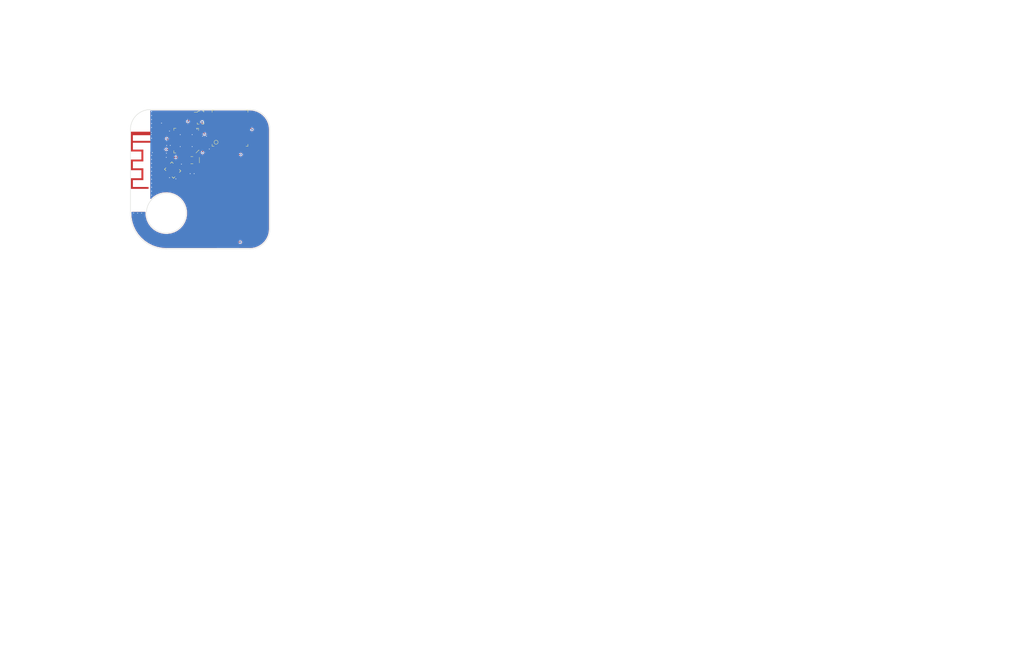
<source format=kicad_pcb>
(kicad_pcb (version 20171130) (host pcbnew "(5.1.5-0-10_14)")

  (general
    (thickness 0.8)
    (drawings 133)
    (tracks 198)
    (zones 0)
    (modules 25)
    (nets 18)
  )

  (page A4)
  (title_block
    (title "Bluetooth Tracker")
    (date 2020-04-22)
    (rev A)
    (company "Andrew Li")
  )

  (layers
    (0 F.Cu signal)
    (1 In1.Cu signal)
    (2 In2.Cu signal)
    (31 B.Cu signal)
    (32 B.Adhes user)
    (33 F.Adhes user)
    (34 B.Paste user)
    (35 F.Paste user)
    (36 B.SilkS user)
    (37 F.SilkS user)
    (38 B.Mask user)
    (39 F.Mask user)
    (40 Dwgs.User user)
    (41 Cmts.User user)
    (42 Eco1.User user)
    (43 Eco2.User user)
    (44 Edge.Cuts user)
    (45 Margin user)
    (46 B.CrtYd user)
    (47 F.CrtYd user)
    (48 B.Fab user)
    (49 F.Fab user)
  )

  (setup
    (last_trace_width 0.2)
    (user_trace_width 0.2)
    (user_trace_width 0.3)
    (user_trace_width 0.5)
    (trace_clearance 0.1)
    (zone_clearance 0.508)
    (zone_45_only no)
    (trace_min 0.2)
    (via_size 0.5)
    (via_drill 0.2)
    (via_min_size 0.5)
    (via_min_drill 0.2)
    (user_via 0.5 0.2)
    (uvia_size 0.2)
    (uvia_drill 0.1)
    (uvias_allowed no)
    (uvia_min_size 0.1)
    (uvia_min_drill 0.05)
    (edge_width 0.05)
    (segment_width 0.2)
    (pcb_text_width 0.3)
    (pcb_text_size 1.5 1.5)
    (mod_edge_width 0.12)
    (mod_text_size 1 1)
    (mod_text_width 0.15)
    (pad_size 0.25 0.25)
    (pad_drill 0)
    (pad_to_mask_clearance 0.051)
    (solder_mask_min_width 0.25)
    (aux_axis_origin 64.4 72)
    (grid_origin 64.4 72)
    (visible_elements FFFFFF7F)
    (pcbplotparams
      (layerselection 0x000fc_ffffffff)
      (usegerberextensions false)
      (usegerberattributes false)
      (usegerberadvancedattributes false)
      (creategerberjobfile false)
      (excludeedgelayer false)
      (linewidth 0.100000)
      (plotframeref false)
      (viasonmask false)
      (mode 1)
      (useauxorigin false)
      (hpglpennumber 1)
      (hpglpenspeed 20)
      (hpglpendiameter 15.000000)
      (psnegative false)
      (psa4output false)
      (plotreference true)
      (plotvalue true)
      (plotinvisibletext false)
      (padsonsilk true)
      (subtractmaskfromsilk false)
      (outputformat 1)
      (mirror false)
      (drillshape 0)
      (scaleselection 1)
      (outputdirectory "gerber"))
  )

  (net 0 "")
  (net 1 GND)
  (net 2 "Net-(AE1-Pad1)")
  (net 3 "Net-(BZ1-Pad2)")
  (net 4 VCC)
  (net 5 /XTAL_32KHZ_1)
  (net 6 /XTAL_16MHZ_1)
  (net 7 /XTAL_32KHZ_2)
  (net 8 /XTAL_16MHZ_2)
  (net 9 /DEC1)
  (net 10 /DEC2)
  (net 11 /ANT2)
  (net 12 /SWDIO)
  (net 13 /SWDCLK)
  (net 14 /ANT1)
  (net 15 "Net-(Q1-Pad1)")
  (net 16 /PIEZO_DRIVE)
  (net 17 "Net-(C13-Pad1)")

  (net_class Default "This is the default net class."
    (clearance 0.1)
    (trace_width 0.2)
    (via_dia 0.5)
    (via_drill 0.2)
    (uvia_dia 0.2)
    (uvia_drill 0.1)
    (diff_pair_width 0.2)
    (diff_pair_gap 0.2)
    (add_net /ANT1)
    (add_net /ANT2)
    (add_net /DEC1)
    (add_net /DEC2)
    (add_net /PIEZO_DRIVE)
    (add_net /SWDCLK)
    (add_net /SWDIO)
    (add_net /XTAL_16MHZ_1)
    (add_net /XTAL_16MHZ_2)
    (add_net /XTAL_32KHZ_1)
    (add_net /XTAL_32KHZ_2)
    (add_net GND)
    (add_net "Net-(AE1-Pad1)")
    (add_net "Net-(BZ1-Pad2)")
    (add_net "Net-(C13-Pad1)")
    (add_net "Net-(Q1-Pad1)")
    (add_net VCC)
  )

  (module Capacitor_SMD:C_0402_1005Metric (layer F.Cu) (tedit 5E97F78C) (tstamp 5E9A0D01)
    (at 74.1 55.9)
    (descr "Capacitor SMD 0402 (1005 Metric), square (rectangular) end terminal, IPC_7351 nominal, (Body size source: http://www.tortai-tech.com/upload/download/2011102023233369053.pdf), generated with kicad-footprint-generator")
    (tags capacitor)
    (path /5E9B6A40)
    (attr smd)
    (fp_text reference C15 (at 0 -1.17) (layer F.SilkS) hide
      (effects (font (size 1 1) (thickness 0.15)))
    )
    (fp_text value 100nF (at 0 1.17) (layer F.Fab) hide
      (effects (font (size 1 1) (thickness 0.15)))
    )
    (fp_text user %R (at 0 0) (layer F.Fab)
      (effects (font (size 0.25 0.25) (thickness 0.04)))
    )
    (fp_line (start 0.93 0.47) (end -0.93 0.47) (layer F.CrtYd) (width 0.05))
    (fp_line (start 0.93 -0.47) (end 0.93 0.47) (layer F.CrtYd) (width 0.05))
    (fp_line (start -0.93 -0.47) (end 0.93 -0.47) (layer F.CrtYd) (width 0.05))
    (fp_line (start -0.93 0.47) (end -0.93 -0.47) (layer F.CrtYd) (width 0.05))
    (fp_line (start 0.5 0.25) (end -0.5 0.25) (layer F.Fab) (width 0.1))
    (fp_line (start 0.5 -0.25) (end 0.5 0.25) (layer F.Fab) (width 0.1))
    (fp_line (start -0.5 -0.25) (end 0.5 -0.25) (layer F.Fab) (width 0.1))
    (fp_line (start -0.5 0.25) (end -0.5 -0.25) (layer F.Fab) (width 0.1))
    (pad 2 smd roundrect (at 0.485 0) (size 0.59 0.64) (layers F.Cu F.Paste F.Mask) (roundrect_rratio 0.25)
      (net 1 GND))
    (pad 1 smd roundrect (at -0.485 0) (size 0.59 0.64) (layers F.Cu F.Paste F.Mask) (roundrect_rratio 0.25)
      (net 4 VCC))
    (model ${KISYS3DMOD}/Capacitor_SMD.3dshapes/C_0402_1005Metric.wrl
      (at (xyz 0 0 0))
      (scale (xyz 1 1 1))
      (rotate (xyz 0 0 0))
    )
  )

  (module Resistor_SMD:R_0402_1005Metric (layer F.Cu) (tedit 5B301BBD) (tstamp 5E995263)
    (at 74.1 50.6 180)
    (descr "Resistor SMD 0402 (1005 Metric), square (rectangular) end terminal, IPC_7351 nominal, (Body size source: http://www.tortai-tech.com/upload/download/2011102023233369053.pdf), generated with kicad-footprint-generator")
    (tags resistor)
    (path /5E9E823D)
    (attr smd)
    (fp_text reference R3 (at 0 -1.17) (layer F.SilkS) hide
      (effects (font (size 1 1) (thickness 0.15)))
    )
    (fp_text value 1k (at 0 1.17) (layer F.Fab) hide
      (effects (font (size 1 1) (thickness 0.15)))
    )
    (fp_text user %R (at 0 0) (layer F.Fab)
      (effects (font (size 0.25 0.25) (thickness 0.04)))
    )
    (fp_line (start 0.93 0.47) (end -0.93 0.47) (layer F.CrtYd) (width 0.05))
    (fp_line (start 0.93 -0.47) (end 0.93 0.47) (layer F.CrtYd) (width 0.05))
    (fp_line (start -0.93 -0.47) (end 0.93 -0.47) (layer F.CrtYd) (width 0.05))
    (fp_line (start -0.93 0.47) (end -0.93 -0.47) (layer F.CrtYd) (width 0.05))
    (fp_line (start 0.5 0.25) (end -0.5 0.25) (layer F.Fab) (width 0.1))
    (fp_line (start 0.5 -0.25) (end 0.5 0.25) (layer F.Fab) (width 0.1))
    (fp_line (start -0.5 -0.25) (end 0.5 -0.25) (layer F.Fab) (width 0.1))
    (fp_line (start -0.5 0.25) (end -0.5 -0.25) (layer F.Fab) (width 0.1))
    (pad 2 smd roundrect (at 0.485 0 180) (size 0.59 0.64) (layers F.Cu F.Paste F.Mask) (roundrect_rratio 0.25)
      (net 4 VCC))
    (pad 1 smd roundrect (at -0.485 0 180) (size 0.59 0.64) (layers F.Cu F.Paste F.Mask) (roundrect_rratio 0.25)
      (net 3 "Net-(BZ1-Pad2)"))
    (model ${KISYS3DMOD}/Resistor_SMD.3dshapes/R_0402_1005Metric.wrl
      (at (xyz 0 0 0))
      (scale (xyz 1 1 1))
      (rotate (xyz 0 0 0))
    )
  )

  (module Resistor_SMD:R_0402_1005Metric (layer F.Cu) (tedit 5B301BBD) (tstamp 5E995254)
    (at 74.1 53.4 180)
    (descr "Resistor SMD 0402 (1005 Metric), square (rectangular) end terminal, IPC_7351 nominal, (Body size source: http://www.tortai-tech.com/upload/download/2011102023233369053.pdf), generated with kicad-footprint-generator")
    (tags resistor)
    (path /5E9E70EB)
    (attr smd)
    (fp_text reference R2 (at 0 -1.17) (layer F.SilkS) hide
      (effects (font (size 1 1) (thickness 0.15)))
    )
    (fp_text value 100k (at 0 1.17) (layer F.Fab) hide
      (effects (font (size 1 1) (thickness 0.15)))
    )
    (fp_text user %R (at 0 0) (layer F.Fab)
      (effects (font (size 0.25 0.25) (thickness 0.04)))
    )
    (fp_line (start 0.93 0.47) (end -0.93 0.47) (layer F.CrtYd) (width 0.05))
    (fp_line (start 0.93 -0.47) (end 0.93 0.47) (layer F.CrtYd) (width 0.05))
    (fp_line (start -0.93 -0.47) (end 0.93 -0.47) (layer F.CrtYd) (width 0.05))
    (fp_line (start -0.93 0.47) (end -0.93 -0.47) (layer F.CrtYd) (width 0.05))
    (fp_line (start 0.5 0.25) (end -0.5 0.25) (layer F.Fab) (width 0.1))
    (fp_line (start 0.5 -0.25) (end 0.5 0.25) (layer F.Fab) (width 0.1))
    (fp_line (start -0.5 -0.25) (end 0.5 -0.25) (layer F.Fab) (width 0.1))
    (fp_line (start -0.5 0.25) (end -0.5 -0.25) (layer F.Fab) (width 0.1))
    (pad 2 smd roundrect (at 0.485 0 180) (size 0.59 0.64) (layers F.Cu F.Paste F.Mask) (roundrect_rratio 0.25)
      (net 1 GND))
    (pad 1 smd roundrect (at -0.485 0 180) (size 0.59 0.64) (layers F.Cu F.Paste F.Mask) (roundrect_rratio 0.25)
      (net 15 "Net-(Q1-Pad1)"))
    (model ${KISYS3DMOD}/Resistor_SMD.3dshapes/R_0402_1005Metric.wrl
      (at (xyz 0 0 0))
      (scale (xyz 1 1 1))
      (rotate (xyz 0 0 0))
    )
  )

  (module Resistor_SMD:R_0402_1005Metric (layer F.Cu) (tedit 5B301BBD) (tstamp 5E995245)
    (at 74.1 54.4 180)
    (descr "Resistor SMD 0402 (1005 Metric), square (rectangular) end terminal, IPC_7351 nominal, (Body size source: http://www.tortai-tech.com/upload/download/2011102023233369053.pdf), generated with kicad-footprint-generator")
    (tags resistor)
    (path /5E9E6404)
    (attr smd)
    (fp_text reference R1 (at 0 -1.17) (layer F.SilkS) hide
      (effects (font (size 1 1) (thickness 0.15)))
    )
    (fp_text value 1k (at 0 1.17) (layer F.Fab) hide
      (effects (font (size 1 1) (thickness 0.15)))
    )
    (fp_text user %R (at 0 0) (layer F.Fab)
      (effects (font (size 0.25 0.25) (thickness 0.04)))
    )
    (fp_line (start 0.93 0.47) (end -0.93 0.47) (layer F.CrtYd) (width 0.05))
    (fp_line (start 0.93 -0.47) (end 0.93 0.47) (layer F.CrtYd) (width 0.05))
    (fp_line (start -0.93 -0.47) (end 0.93 -0.47) (layer F.CrtYd) (width 0.05))
    (fp_line (start -0.93 0.47) (end -0.93 -0.47) (layer F.CrtYd) (width 0.05))
    (fp_line (start 0.5 0.25) (end -0.5 0.25) (layer F.Fab) (width 0.1))
    (fp_line (start 0.5 -0.25) (end 0.5 0.25) (layer F.Fab) (width 0.1))
    (fp_line (start -0.5 -0.25) (end 0.5 -0.25) (layer F.Fab) (width 0.1))
    (fp_line (start -0.5 0.25) (end -0.5 -0.25) (layer F.Fab) (width 0.1))
    (pad 2 smd roundrect (at 0.485 0 180) (size 0.59 0.64) (layers F.Cu F.Paste F.Mask) (roundrect_rratio 0.25)
      (net 16 /PIEZO_DRIVE))
    (pad 1 smd roundrect (at -0.485 0 180) (size 0.59 0.64) (layers F.Cu F.Paste F.Mask) (roundrect_rratio 0.25)
      (net 15 "Net-(Q1-Pad1)"))
    (model ${KISYS3DMOD}/Resistor_SMD.3dshapes/R_0402_1005Metric.wrl
      (at (xyz 0 0 0))
      (scale (xyz 1 1 1))
      (rotate (xyz 0 0 0))
    )
  )

  (module Inductor_SMD:L_0402_1005Metric (layer F.Cu) (tedit 5E97FC06) (tstamp 5E9EF379)
    (at 61.4 54.1 180)
    (descr "Inductor SMD 0402 (1005 Metric), square (rectangular) end terminal, IPC_7351 nominal, (Body size source: http://www.tortai-tech.com/upload/download/2011102023233369053.pdf), generated with kicad-footprint-generator")
    (tags inductor)
    (path /5E9DEFCE)
    (attr smd)
    (fp_text reference L3 (at 0 -1.17) (layer F.SilkS) hide
      (effects (font (size 1 1) (thickness 0.15)))
    )
    (fp_text value 3.3nH (at 0 1.17) (layer F.Fab) hide
      (effects (font (size 1 1) (thickness 0.15)))
    )
    (fp_text user %R (at 0 0) (layer F.Fab)
      (effects (font (size 0.25 0.25) (thickness 0.04)))
    )
    (fp_line (start 0.93 0.47) (end -0.93 0.47) (layer F.CrtYd) (width 0.05))
    (fp_line (start 0.93 -0.47) (end 0.93 0.47) (layer F.CrtYd) (width 0.05))
    (fp_line (start -0.93 -0.47) (end 0.93 -0.47) (layer F.CrtYd) (width 0.05))
    (fp_line (start -0.93 0.47) (end -0.93 -0.47) (layer F.CrtYd) (width 0.05))
    (fp_line (start 0.5 0.25) (end -0.5 0.25) (layer F.Fab) (width 0.1))
    (fp_line (start 0.5 -0.25) (end 0.5 0.25) (layer F.Fab) (width 0.1))
    (fp_line (start -0.5 -0.25) (end 0.5 -0.25) (layer F.Fab) (width 0.1))
    (fp_line (start -0.5 0.25) (end -0.5 -0.25) (layer F.Fab) (width 0.1))
    (pad 2 smd roundrect (at 0.485 0 180) (size 0.59 0.64) (layers F.Cu F.Paste F.Mask) (roundrect_rratio 0.25)
      (net 2 "Net-(AE1-Pad1)"))
    (pad 1 smd roundrect (at -0.485 0 180) (size 0.59 0.64) (layers F.Cu F.Paste F.Mask) (roundrect_rratio 0.25)
      (net 17 "Net-(C13-Pad1)"))
    (model ${KISYS3DMOD}/Inductor_SMD.3dshapes/L_0402_1005Metric.wrl
      (at (xyz 0 0 0))
      (scale (xyz 1 1 1))
      (rotate (xyz 0 0 0))
    )
  )

  (module Capacitor_SMD:C_0402_1005Metric (layer F.Cu) (tedit 5E97F78C) (tstamp 5E9EE552)
    (at 60.9 55.585 270)
    (descr "Capacitor SMD 0402 (1005 Metric), square (rectangular) end terminal, IPC_7351 nominal, (Body size source: http://www.tortai-tech.com/upload/download/2011102023233369053.pdf), generated with kicad-footprint-generator")
    (tags capacitor)
    (path /5E9BE781)
    (attr smd)
    (fp_text reference C14 (at 0 -1.17 90) (layer F.SilkS) hide
      (effects (font (size 1 1) (thickness 0.15)))
    )
    (fp_text value 1.5pF (at 0 1.17 90) (layer F.Fab) hide
      (effects (font (size 1 1) (thickness 0.15)))
    )
    (fp_text user %R (at 0 0 90) (layer F.Fab)
      (effects (font (size 0.25 0.25) (thickness 0.04)))
    )
    (fp_line (start 0.93 0.47) (end -0.93 0.47) (layer F.CrtYd) (width 0.05))
    (fp_line (start 0.93 -0.47) (end 0.93 0.47) (layer F.CrtYd) (width 0.05))
    (fp_line (start -0.93 -0.47) (end 0.93 -0.47) (layer F.CrtYd) (width 0.05))
    (fp_line (start -0.93 0.47) (end -0.93 -0.47) (layer F.CrtYd) (width 0.05))
    (fp_line (start 0.5 0.25) (end -0.5 0.25) (layer F.Fab) (width 0.1))
    (fp_line (start 0.5 -0.25) (end 0.5 0.25) (layer F.Fab) (width 0.1))
    (fp_line (start -0.5 -0.25) (end 0.5 -0.25) (layer F.Fab) (width 0.1))
    (fp_line (start -0.5 0.25) (end -0.5 -0.25) (layer F.Fab) (width 0.1))
    (pad 2 smd roundrect (at 0.485 0 270) (size 0.59 0.64) (layers F.Cu F.Paste F.Mask) (roundrect_rratio 0.25)
      (net 1 GND))
    (pad 1 smd roundrect (at -0.485 0 270) (size 0.59 0.64) (layers F.Cu F.Paste F.Mask) (roundrect_rratio 0.25)
      (net 2 "Net-(AE1-Pad1)"))
    (model ${KISYS3DMOD}/Capacitor_SMD.3dshapes/C_0402_1005Metric.wrl
      (at (xyz 0 0 0))
      (scale (xyz 1 1 1))
      (rotate (xyz 0 0 0))
    )
  )

  (module Capacitor_SMD:C_0402_1005Metric (layer F.Cu) (tedit 5E97F78C) (tstamp 5E99C0AE)
    (at 61.9 52.615 90)
    (descr "Capacitor SMD 0402 (1005 Metric), square (rectangular) end terminal, IPC_7351 nominal, (Body size source: http://www.tortai-tech.com/upload/download/2011102023233369053.pdf), generated with kicad-footprint-generator")
    (tags capacitor)
    (path /5E9BD9A1)
    (attr smd)
    (fp_text reference C13 (at 0 -1.17 90) (layer F.SilkS) hide
      (effects (font (size 1 1) (thickness 0.15)))
    )
    (fp_text value 1.0pF (at 0 1.17 90) (layer F.Fab) hide
      (effects (font (size 1 1) (thickness 0.15)))
    )
    (fp_text user %R (at 0 0 90) (layer F.Fab)
      (effects (font (size 0.25 0.25) (thickness 0.04)))
    )
    (fp_line (start 0.93 0.47) (end -0.93 0.47) (layer F.CrtYd) (width 0.05))
    (fp_line (start 0.93 -0.47) (end 0.93 0.47) (layer F.CrtYd) (width 0.05))
    (fp_line (start -0.93 -0.47) (end 0.93 -0.47) (layer F.CrtYd) (width 0.05))
    (fp_line (start -0.93 0.47) (end -0.93 -0.47) (layer F.CrtYd) (width 0.05))
    (fp_line (start 0.5 0.25) (end -0.5 0.25) (layer F.Fab) (width 0.1))
    (fp_line (start 0.5 -0.25) (end 0.5 0.25) (layer F.Fab) (width 0.1))
    (fp_line (start -0.5 -0.25) (end 0.5 -0.25) (layer F.Fab) (width 0.1))
    (fp_line (start -0.5 0.25) (end -0.5 -0.25) (layer F.Fab) (width 0.1))
    (pad 2 smd roundrect (at 0.485 0 90) (size 0.59 0.64) (layers F.Cu F.Paste F.Mask) (roundrect_rratio 0.25)
      (net 1 GND))
    (pad 1 smd roundrect (at -0.485 0 90) (size 0.59 0.64) (layers F.Cu F.Paste F.Mask) (roundrect_rratio 0.25)
      (net 17 "Net-(C13-Pad1)"))
    (model ${KISYS3DMOD}/Capacitor_SMD.3dshapes/C_0402_1005Metric.wrl
      (at (xyz 0 0 0))
      (scale (xyz 1 1 1))
      (rotate (xyz 0 0 0))
    )
  )

  (module Capacitor_SMD:C_0402_1005Metric (layer F.Cu) (tedit 5E97F78C) (tstamp 5E9969CA)
    (at 65.2 52.6 90)
    (descr "Capacitor SMD 0402 (1005 Metric), square (rectangular) end terminal, IPC_7351 nominal, (Body size source: http://www.tortai-tech.com/upload/download/2011102023233369053.pdf), generated with kicad-footprint-generator")
    (tags capacitor)
    (path /5E9B5480)
    (attr smd)
    (fp_text reference C10 (at 0 -1.17 90) (layer F.SilkS) hide
      (effects (font (size 1 1) (thickness 0.15)))
    )
    (fp_text value 47nF (at 0 1.17 90) (layer F.Fab) hide
      (effects (font (size 1 1) (thickness 0.15)))
    )
    (fp_text user %R (at 0 0 90) (layer F.Fab)
      (effects (font (size 0.25 0.25) (thickness 0.04)))
    )
    (fp_line (start 0.93 0.47) (end -0.93 0.47) (layer F.CrtYd) (width 0.05))
    (fp_line (start 0.93 -0.47) (end 0.93 0.47) (layer F.CrtYd) (width 0.05))
    (fp_line (start -0.93 -0.47) (end 0.93 -0.47) (layer F.CrtYd) (width 0.05))
    (fp_line (start -0.93 0.47) (end -0.93 -0.47) (layer F.CrtYd) (width 0.05))
    (fp_line (start 0.5 0.25) (end -0.5 0.25) (layer F.Fab) (width 0.1))
    (fp_line (start 0.5 -0.25) (end 0.5 0.25) (layer F.Fab) (width 0.1))
    (fp_line (start -0.5 -0.25) (end 0.5 -0.25) (layer F.Fab) (width 0.1))
    (fp_line (start -0.5 0.25) (end -0.5 -0.25) (layer F.Fab) (width 0.1))
    (pad 2 smd roundrect (at 0.485 0 90) (size 0.59 0.64) (layers F.Cu F.Paste F.Mask) (roundrect_rratio 0.25)
      (net 1 GND))
    (pad 1 smd roundrect (at -0.485 0 90) (size 0.59 0.64) (layers F.Cu F.Paste F.Mask) (roundrect_rratio 0.25)
      (net 10 /DEC2))
    (model ${KISYS3DMOD}/Capacitor_SMD.3dshapes/C_0402_1005Metric.wrl
      (at (xyz 0 0 0))
      (scale (xyz 1 1 1))
      (rotate (xyz 0 0 0))
    )
  )

  (module Capacitor_SMD:C_0402_1005Metric (layer F.Cu) (tedit 5E97F78C) (tstamp 5E9EDA1D)
    (at 74.1 51.6)
    (descr "Capacitor SMD 0402 (1005 Metric), square (rectangular) end terminal, IPC_7351 nominal, (Body size source: http://www.tortai-tech.com/upload/download/2011102023233369053.pdf), generated with kicad-footprint-generator")
    (tags capacitor)
    (path /5E9B7477)
    (attr smd)
    (fp_text reference C8 (at 0 -1.17) (layer F.SilkS) hide
      (effects (font (size 1 1) (thickness 0.15)))
    )
    (fp_text value 100nF (at 0 1.17) (layer F.Fab) hide
      (effects (font (size 1 1) (thickness 0.15)))
    )
    (fp_text user %R (at 0 0) (layer F.Fab)
      (effects (font (size 0.25 0.25) (thickness 0.04)))
    )
    (fp_line (start 0.93 0.47) (end -0.93 0.47) (layer F.CrtYd) (width 0.05))
    (fp_line (start 0.93 -0.47) (end 0.93 0.47) (layer F.CrtYd) (width 0.05))
    (fp_line (start -0.93 -0.47) (end 0.93 -0.47) (layer F.CrtYd) (width 0.05))
    (fp_line (start -0.93 0.47) (end -0.93 -0.47) (layer F.CrtYd) (width 0.05))
    (fp_line (start 0.5 0.25) (end -0.5 0.25) (layer F.Fab) (width 0.1))
    (fp_line (start 0.5 -0.25) (end 0.5 0.25) (layer F.Fab) (width 0.1))
    (fp_line (start -0.5 -0.25) (end 0.5 -0.25) (layer F.Fab) (width 0.1))
    (fp_line (start -0.5 0.25) (end -0.5 -0.25) (layer F.Fab) (width 0.1))
    (pad 2 smd roundrect (at 0.485 0) (size 0.59 0.64) (layers F.Cu F.Paste F.Mask) (roundrect_rratio 0.25)
      (net 1 GND))
    (pad 1 smd roundrect (at -0.485 0) (size 0.59 0.64) (layers F.Cu F.Paste F.Mask) (roundrect_rratio 0.25)
      (net 4 VCC))
    (model ${KISYS3DMOD}/Capacitor_SMD.3dshapes/C_0402_1005Metric.wrl
      (at (xyz 0 0 0))
      (scale (xyz 1 1 1))
      (rotate (xyz 0 0 0))
    )
  )

  (module Capacitor_SMD:C_0402_1005Metric (layer F.Cu) (tedit 5E97F78C) (tstamp 5E995169)
    (at 65.2 56.485 270)
    (descr "Capacitor SMD 0402 (1005 Metric), square (rectangular) end terminal, IPC_7351 nominal, (Body size source: http://www.tortai-tech.com/upload/download/2011102023233369053.pdf), generated with kicad-footprint-generator")
    (tags capacitor)
    (path /5E9B6189)
    (attr smd)
    (fp_text reference C6 (at 0 -1.17 90) (layer F.SilkS) hide
      (effects (font (size 1 1) (thickness 0.15)))
    )
    (fp_text value 1nF (at 0 1.17 90) (layer F.Fab) hide
      (effects (font (size 1 1) (thickness 0.15)))
    )
    (fp_text user %R (at 0 0 90) (layer F.Fab)
      (effects (font (size 0.25 0.25) (thickness 0.04)))
    )
    (fp_line (start 0.93 0.47) (end -0.93 0.47) (layer F.CrtYd) (width 0.05))
    (fp_line (start 0.93 -0.47) (end 0.93 0.47) (layer F.CrtYd) (width 0.05))
    (fp_line (start -0.93 -0.47) (end 0.93 -0.47) (layer F.CrtYd) (width 0.05))
    (fp_line (start -0.93 0.47) (end -0.93 -0.47) (layer F.CrtYd) (width 0.05))
    (fp_line (start 0.5 0.25) (end -0.5 0.25) (layer F.Fab) (width 0.1))
    (fp_line (start 0.5 -0.25) (end 0.5 0.25) (layer F.Fab) (width 0.1))
    (fp_line (start -0.5 -0.25) (end 0.5 -0.25) (layer F.Fab) (width 0.1))
    (fp_line (start -0.5 0.25) (end -0.5 -0.25) (layer F.Fab) (width 0.1))
    (pad 2 smd roundrect (at 0.485 0 270) (size 0.59 0.64) (layers F.Cu F.Paste F.Mask) (roundrect_rratio 0.25)
      (net 1 GND))
    (pad 1 smd roundrect (at -0.485 0 270) (size 0.59 0.64) (layers F.Cu F.Paste F.Mask) (roundrect_rratio 0.25)
      (net 4 VCC))
    (model ${KISYS3DMOD}/Capacitor_SMD.3dshapes/C_0402_1005Metric.wrl
      (at (xyz 0 0 0))
      (scale (xyz 1 1 1))
      (rotate (xyz 0 0 0))
    )
  )

  (module Capacitor_SMD:C_0402_1005Metric (layer F.Cu) (tedit 5E97F78C) (tstamp 5E99515A)
    (at 65.685 58 180)
    (descr "Capacitor SMD 0402 (1005 Metric), square (rectangular) end terminal, IPC_7351 nominal, (Body size source: http://www.tortai-tech.com/upload/download/2011102023233369053.pdf), generated with kicad-footprint-generator")
    (tags capacitor)
    (path /5E9B4763)
    (attr smd)
    (fp_text reference C5 (at 0 -1.17) (layer F.SilkS) hide
      (effects (font (size 1 1) (thickness 0.15)))
    )
    (fp_text value 1nF (at 0 1.17) (layer F.Fab) hide
      (effects (font (size 1 1) (thickness 0.15)))
    )
    (fp_text user %R (at 0 0) (layer F.Fab)
      (effects (font (size 0.25 0.25) (thickness 0.04)))
    )
    (fp_line (start 0.93 0.47) (end -0.93 0.47) (layer F.CrtYd) (width 0.05))
    (fp_line (start 0.93 -0.47) (end 0.93 0.47) (layer F.CrtYd) (width 0.05))
    (fp_line (start -0.93 -0.47) (end 0.93 -0.47) (layer F.CrtYd) (width 0.05))
    (fp_line (start -0.93 0.47) (end -0.93 -0.47) (layer F.CrtYd) (width 0.05))
    (fp_line (start 0.5 0.25) (end -0.5 0.25) (layer F.Fab) (width 0.1))
    (fp_line (start 0.5 -0.25) (end 0.5 0.25) (layer F.Fab) (width 0.1))
    (fp_line (start -0.5 -0.25) (end 0.5 -0.25) (layer F.Fab) (width 0.1))
    (fp_line (start -0.5 0.25) (end -0.5 -0.25) (layer F.Fab) (width 0.1))
    (pad 2 smd roundrect (at 0.485 0 180) (size 0.59 0.64) (layers F.Cu F.Paste F.Mask) (roundrect_rratio 0.25)
      (net 1 GND))
    (pad 1 smd roundrect (at -0.485 0 180) (size 0.59 0.64) (layers F.Cu F.Paste F.Mask) (roundrect_rratio 0.25)
      (net 4 VCC))
    (model ${KISYS3DMOD}/Capacitor_SMD.3dshapes/C_0402_1005Metric.wrl
      (at (xyz 0 0 0))
      (scale (xyz 1 1 1))
      (rotate (xyz 0 0 0))
    )
  )

  (module Capacitor_SMD:C_0402_1005Metric (layer F.Cu) (tedit 5E97F78C) (tstamp 5E99B3C7)
    (at 67.7 62.6 225)
    (descr "Capacitor SMD 0402 (1005 Metric), square (rectangular) end terminal, IPC_7351 nominal, (Body size source: http://www.tortai-tech.com/upload/download/2011102023233369053.pdf), generated with kicad-footprint-generator")
    (tags capacitor)
    (path /5E9FAD29)
    (attr smd)
    (fp_text reference C4 (at 0 -1.17 45) (layer F.SilkS) hide
      (effects (font (size 1 1) (thickness 0.15)))
    )
    (fp_text value 15pF (at 0 1.17 45) (layer F.Fab) hide
      (effects (font (size 1 1) (thickness 0.15)))
    )
    (fp_text user %R (at 0 0 45) (layer F.Fab)
      (effects (font (size 0.25 0.25) (thickness 0.04)))
    )
    (fp_line (start 0.93 0.47) (end -0.93 0.47) (layer F.CrtYd) (width 0.05))
    (fp_line (start 0.93 -0.47) (end 0.93 0.47) (layer F.CrtYd) (width 0.05))
    (fp_line (start -0.93 -0.47) (end 0.93 -0.47) (layer F.CrtYd) (width 0.05))
    (fp_line (start -0.93 0.47) (end -0.93 -0.47) (layer F.CrtYd) (width 0.05))
    (fp_line (start 0.5 0.25) (end -0.5 0.25) (layer F.Fab) (width 0.1))
    (fp_line (start 0.5 -0.25) (end 0.5 0.25) (layer F.Fab) (width 0.1))
    (fp_line (start -0.5 -0.25) (end 0.5 -0.25) (layer F.Fab) (width 0.1))
    (fp_line (start -0.5 0.25) (end -0.5 -0.25) (layer F.Fab) (width 0.1))
    (pad 2 smd roundrect (at 0.485 0 225) (size 0.59 0.64) (layers F.Cu F.Paste F.Mask) (roundrect_rratio 0.25)
      (net 1 GND))
    (pad 1 smd roundrect (at -0.485 0 225) (size 0.59 0.64) (layers F.Cu F.Paste F.Mask) (roundrect_rratio 0.25)
      (net 8 /XTAL_16MHZ_2))
    (model ${KISYS3DMOD}/Capacitor_SMD.3dshapes/C_0402_1005Metric.wrl
      (at (xyz 0 0 0))
      (scale (xyz 1 1 1))
      (rotate (xyz 0 0 0))
    )
  )

  (module Capacitor_SMD:C_0402_1005Metric (layer F.Cu) (tedit 5E97F78C) (tstamp 5E9ED61A)
    (at 70.4 60.9 270)
    (descr "Capacitor SMD 0402 (1005 Metric), square (rectangular) end terminal, IPC_7351 nominal, (Body size source: http://www.tortai-tech.com/upload/download/2011102023233369053.pdf), generated with kicad-footprint-generator")
    (tags capacitor)
    (path /5E9F8E34)
    (attr smd)
    (fp_text reference C3 (at 0 -1.17 90) (layer F.SilkS) hide
      (effects (font (size 1 1) (thickness 0.15)))
    )
    (fp_text value 22pF (at 0 1.17 90) (layer F.Fab) hide
      (effects (font (size 1 1) (thickness 0.15)))
    )
    (fp_text user %R (at 0 0 90) (layer F.Fab)
      (effects (font (size 0.25 0.25) (thickness 0.04)))
    )
    (fp_line (start 0.93 0.47) (end -0.93 0.47) (layer F.CrtYd) (width 0.05))
    (fp_line (start 0.93 -0.47) (end 0.93 0.47) (layer F.CrtYd) (width 0.05))
    (fp_line (start -0.93 -0.47) (end 0.93 -0.47) (layer F.CrtYd) (width 0.05))
    (fp_line (start -0.93 0.47) (end -0.93 -0.47) (layer F.CrtYd) (width 0.05))
    (fp_line (start 0.5 0.25) (end -0.5 0.25) (layer F.Fab) (width 0.1))
    (fp_line (start 0.5 -0.25) (end 0.5 0.25) (layer F.Fab) (width 0.1))
    (fp_line (start -0.5 -0.25) (end 0.5 -0.25) (layer F.Fab) (width 0.1))
    (fp_line (start -0.5 0.25) (end -0.5 -0.25) (layer F.Fab) (width 0.1))
    (pad 2 smd roundrect (at 0.485 0 270) (size 0.59 0.64) (layers F.Cu F.Paste F.Mask) (roundrect_rratio 0.25)
      (net 1 GND))
    (pad 1 smd roundrect (at -0.485 0 270) (size 0.59 0.64) (layers F.Cu F.Paste F.Mask) (roundrect_rratio 0.25)
      (net 7 /XTAL_32KHZ_2))
    (model ${KISYS3DMOD}/Capacitor_SMD.3dshapes/C_0402_1005Metric.wrl
      (at (xyz 0 0 0))
      (scale (xyz 1 1 1))
      (rotate (xyz 0 0 0))
    )
  )

  (module Capacitor_SMD:C_0402_1005Metric (layer F.Cu) (tedit 5E97F78C) (tstamp 5E998536)
    (at 64.3 62.2 315)
    (descr "Capacitor SMD 0402 (1005 Metric), square (rectangular) end terminal, IPC_7351 nominal, (Body size source: http://www.tortai-tech.com/upload/download/2011102023233369053.pdf), generated with kicad-footprint-generator")
    (tags capacitor)
    (path /5E9FA67C)
    (attr smd)
    (fp_text reference C2 (at 0 -1.17 135) (layer F.SilkS) hide
      (effects (font (size 1 1) (thickness 0.15)))
    )
    (fp_text value 15pF (at 0 1.17 135) (layer F.Fab) hide
      (effects (font (size 1 1) (thickness 0.15)))
    )
    (fp_text user %R (at 0 0 135) (layer F.Fab)
      (effects (font (size 0.25 0.25) (thickness 0.04)))
    )
    (fp_line (start 0.93 0.47) (end -0.93 0.47) (layer F.CrtYd) (width 0.05))
    (fp_line (start 0.93 -0.47) (end 0.93 0.47) (layer F.CrtYd) (width 0.05))
    (fp_line (start -0.93 -0.47) (end 0.93 -0.47) (layer F.CrtYd) (width 0.05))
    (fp_line (start -0.93 0.47) (end -0.93 -0.47) (layer F.CrtYd) (width 0.05))
    (fp_line (start 0.5 0.25) (end -0.5 0.25) (layer F.Fab) (width 0.1))
    (fp_line (start 0.5 -0.25) (end 0.5 0.25) (layer F.Fab) (width 0.1))
    (fp_line (start -0.5 -0.25) (end 0.5 -0.25) (layer F.Fab) (width 0.1))
    (fp_line (start -0.5 0.25) (end -0.5 -0.25) (layer F.Fab) (width 0.1))
    (pad 2 smd roundrect (at 0.485 0 315) (size 0.59 0.64) (layers F.Cu F.Paste F.Mask) (roundrect_rratio 0.25)
      (net 1 GND))
    (pad 1 smd roundrect (at -0.485 0 315) (size 0.59 0.64) (layers F.Cu F.Paste F.Mask) (roundrect_rratio 0.25)
      (net 6 /XTAL_16MHZ_1))
    (model ${KISYS3DMOD}/Capacitor_SMD.3dshapes/C_0402_1005Metric.wrl
      (at (xyz 0 0 0))
      (scale (xyz 1 1 1))
      (rotate (xyz 0 0 0))
    )
  )

  (module Capacitor_SMD:C_0402_1005Metric (layer F.Cu) (tedit 5E97F78C) (tstamp 5E99511E)
    (at 71.4 60.9 270)
    (descr "Capacitor SMD 0402 (1005 Metric), square (rectangular) end terminal, IPC_7351 nominal, (Body size source: http://www.tortai-tech.com/upload/download/2011102023233369053.pdf), generated with kicad-footprint-generator")
    (tags capacitor)
    (path /5E9F9447)
    (attr smd)
    (fp_text reference C1 (at 0 -1.17 90) (layer F.SilkS) hide
      (effects (font (size 1 1) (thickness 0.15)))
    )
    (fp_text value 22pF (at 0 1.17 90) (layer F.Fab) hide
      (effects (font (size 1 1) (thickness 0.15)))
    )
    (fp_text user %R (at 0 0 90) (layer F.Fab)
      (effects (font (size 0.25 0.25) (thickness 0.04)))
    )
    (fp_line (start 0.93 0.47) (end -0.93 0.47) (layer F.CrtYd) (width 0.05))
    (fp_line (start 0.93 -0.47) (end 0.93 0.47) (layer F.CrtYd) (width 0.05))
    (fp_line (start -0.93 -0.47) (end 0.93 -0.47) (layer F.CrtYd) (width 0.05))
    (fp_line (start -0.93 0.47) (end -0.93 -0.47) (layer F.CrtYd) (width 0.05))
    (fp_line (start 0.5 0.25) (end -0.5 0.25) (layer F.Fab) (width 0.1))
    (fp_line (start 0.5 -0.25) (end 0.5 0.25) (layer F.Fab) (width 0.1))
    (fp_line (start -0.5 -0.25) (end 0.5 -0.25) (layer F.Fab) (width 0.1))
    (fp_line (start -0.5 0.25) (end -0.5 -0.25) (layer F.Fab) (width 0.1))
    (pad 2 smd roundrect (at 0.485 0 270) (size 0.59 0.64) (layers F.Cu F.Paste F.Mask) (roundrect_rratio 0.25)
      (net 1 GND))
    (pad 1 smd roundrect (at -0.485 0 270) (size 0.59 0.64) (layers F.Cu F.Paste F.Mask) (roundrect_rratio 0.25)
      (net 5 /XTAL_32KHZ_1))
    (model ${KISYS3DMOD}/Capacitor_SMD.3dshapes/C_0402_1005Metric.wrl
      (at (xyz 0 0 0))
      (scale (xyz 1 1 1))
      (rotate (xyz 0 0 0))
    )
  )

  (module Capacitor_SMD:C_0402_1005Metric (layer F.Cu) (tedit 5E97F78C) (tstamp 5E9EDB68)
    (at 68.2 58.5 270)
    (descr "Capacitor SMD 0402 (1005 Metric), square (rectangular) end terminal, IPC_7351 nominal, (Body size source: http://www.tortai-tech.com/upload/download/2011102023233369053.pdf), generated with kicad-footprint-generator")
    (tags capacitor)
    (path /5E9B6796)
    (attr smd)
    (fp_text reference C7 (at 0 -1.17 90) (layer F.SilkS) hide
      (effects (font (size 1 1) (thickness 0.15)))
    )
    (fp_text value 100nF (at 0 1.17 90) (layer F.Fab) hide
      (effects (font (size 1 1) (thickness 0.15)))
    )
    (fp_text user %R (at 0 0 90) (layer F.Fab)
      (effects (font (size 0.25 0.25) (thickness 0.04)))
    )
    (fp_line (start 0.93 0.47) (end -0.93 0.47) (layer F.CrtYd) (width 0.05))
    (fp_line (start 0.93 -0.47) (end 0.93 0.47) (layer F.CrtYd) (width 0.05))
    (fp_line (start -0.93 -0.47) (end 0.93 -0.47) (layer F.CrtYd) (width 0.05))
    (fp_line (start -0.93 0.47) (end -0.93 -0.47) (layer F.CrtYd) (width 0.05))
    (fp_line (start 0.5 0.25) (end -0.5 0.25) (layer F.Fab) (width 0.1))
    (fp_line (start 0.5 -0.25) (end 0.5 0.25) (layer F.Fab) (width 0.1))
    (fp_line (start -0.5 -0.25) (end 0.5 -0.25) (layer F.Fab) (width 0.1))
    (fp_line (start -0.5 0.25) (end -0.5 -0.25) (layer F.Fab) (width 0.1))
    (pad 2 smd roundrect (at 0.485 0 270) (size 0.59 0.64) (layers F.Cu F.Paste F.Mask) (roundrect_rratio 0.25)
      (net 1 GND))
    (pad 1 smd roundrect (at -0.485 0 270) (size 0.59 0.64) (layers F.Cu F.Paste F.Mask) (roundrect_rratio 0.25)
      (net 9 /DEC1))
    (model ${KISYS3DMOD}/Capacitor_SMD.3dshapes/C_0402_1005Metric.wrl
      (at (xyz 0 0 0))
      (scale (xyz 1 1 1))
      (rotate (xyz 0 0 0))
    )
  )

  (module global-library:FCBGA-5N (layer F.Cu) (tedit 5EA25206) (tstamp 5E9EAD07)
    (at 64.9 54.2 180)
    (path /5E9F68AC)
    (fp_text reference GN1 (at -0.425754 -0.6762) (layer F.SilkS) hide
      (effects (font (size 0.11832 0.11832) (thickness 0.015)))
    )
    (fp_text value BAL-NRF01D3 (at -0.195209 0.665165) (layer F.Fab) hide
      (effects (font (size 0.118175 0.118175) (thickness 0.015)))
    )
    (fp_text user %R (at 0 0) (layer F.Fab)
      (effects (font (size 0.25 0.25) (thickness 0.05)))
    )
    (fp_line (start -0.7751 0.5251) (end 0.7749 0.5251) (layer F.Fab) (width 0.1))
    (fp_line (start 0.7749 0.5251) (end 0.7749 -0.5249) (layer F.Fab) (width 0.1))
    (fp_line (start 0.7749 -0.5249) (end -0.7751 -0.5249) (layer F.Fab) (width 0.1))
    (fp_line (start -0.7751 -0.5249) (end -0.7751 0.5251) (layer F.Fab) (width 0.1))
    (fp_circle (center 0.6761 -0.4415) (end 0.731538 -0.4415) (layer F.Fab) (width 0.1))
    (pad 3A smd circle (at -0.5573 -0.2494 180) (size 0.32 0.32) (layers F.Cu F.Paste F.Mask)
      (net 11 /ANT2))
    (pad 2A smd circle (at 0.0427 -0.2494 180) (size 0.32 0.32) (layers F.Cu F.Paste F.Mask)
      (net 1 GND))
    (pad 3C smd circle (at -0.5573 0.2494 180) (size 0.32 0.32) (layers F.Cu F.Paste F.Mask)
      (net 14 /ANT1))
    (pad 2C smd circle (at 0.0427 0.2494 180) (size 0.32 0.32) (layers F.Cu F.Paste F.Mask)
      (net 4 VCC))
    (pad 1B smd circle (at 0.5577 0 180) (size 0.32 0.32) (layers F.Cu F.Paste F.Mask)
      (net 17 "Net-(C13-Pad1)"))
    (model "${GLOBAL_PARTS_LIB}/Footprints/3d-models/balun v4.step"
      (at (xyz 0 0 0))
      (scale (xyz 1 1 1))
      (rotate (xyz -90 0 0))
    )
  )

  (module global-library:CR2032_CLIP2 (layer F.Cu) (tedit 5EA251F0) (tstamp 5E9ED545)
    (at 79.9 68.3 90)
    (path /5E9B197E)
    (fp_text reference BAT1 (at 0.146 -8.796 90) (layer F.SilkS) hide
      (effects (font (size 1 1) (thickness 0.15)))
    )
    (fp_text value CR2032_CLIP2 (at -0.5 -2.5 270) (layer F.Fab) hide
      (effects (font (size 1 1) (thickness 0.15)))
    )
    (fp_text user %R (at 0 0 90) (layer F.Fab)
      (effects (font (size 1 1) (thickness 0.1)))
    )
    (fp_line (start -10.54 4.319999) (end -10.54 -4.829999) (layer F.Fab) (width 0.1))
    (fp_line (start -5.334266 7.62) (end -10.54 4.319999) (layer F.Fab) (width 0.1))
    (fp_arc (start 0 16.219999) (end 5.334266 7.619999) (angle -63.61963854) (layer F.Fab) (width 0.1))
    (fp_line (start 10.54 4.319999) (end 5.334266 7.619999) (layer F.Fab) (width 0.1))
    (fp_line (start 10.54 -4.83) (end 10.54 4.319999) (layer F.Fab) (width 0.1))
    (fp_line (start 7.489999 -7.62) (end 10.54 -4.83) (layer F.Fab) (width 0.1))
    (fp_line (start -7.489999 -7.62) (end 7.489999 -7.62) (layer F.Fab) (width 0.1))
    (fp_line (start -10.54 -4.829999) (end -7.489999 -7.62) (layer F.Fab) (width 0.1))
    (fp_circle (center 0 0) (end 10 0) (layer F.Fab) (width 0.127))
    (pad 1 smd rect (at -10.985 0 90) (size 2.79 5.08) (layers F.Cu F.Paste F.Mask)
      (net 4 VCC))
    (pad 1 smd rect (at 10.985 0 90) (size 2.79 5.08) (layers F.Cu F.Paste F.Mask)
      (net 4 VCC))
    (pad 2 smd circle (at 0 0 90) (size 17.78 17.78) (layers F.Cu F.Mask)
      (net 1 GND))
    (model "${GLOBAL_PARTS_LIB}/Footprints/3d-models/CircuitWorks-BATT CR2032.STEP"
      (offset (xyz 0 0 3.2))
      (scale (xyz 1 1 1))
      (rotate (xyz 90 0 0))
    )
    (model ${GLOBAL_PARTS_LIB}/Footprints/3d-models/BK-912.STEP
      (offset (xyz 0 -0.2 0))
      (scale (xyz 1 1 1))
      (rotate (xyz -90 0 0))
    )
  )

  (module global-library:SOIC254P1016X440-4N (layer F.Cu) (tedit 5EA2523D) (tstamp 5E9A17FD)
    (at 66 61.2 315)
    (path /5E9C4759)
    (fp_text reference XTAL2 (at 0.4 -2.7 135) (layer F.SilkS) hide
      (effects (font (size 1 1) (thickness 0.15)))
    )
    (fp_text value NX2520SA-16MHZ-STD-CSW-5 (at 0.499999 2.5 135) (layer F.Fab) hide
      (effects (font (size 1 1) (thickness 0.15)))
    )
    (fp_text user %R (at 0 0 135) (layer F.Fab)
      (effects (font (size 0.5 0.5) (thickness 0.05)))
    )
    (fp_line (start -1.6 1.3) (end -1.1 1.3) (layer F.SilkS) (width 0.127))
    (fp_line (start -1.6 1.3) (end -1.6 0.8) (layer F.SilkS) (width 0.127))
    (fp_line (start -1.6 -1.3) (end -1.6 -0.8) (layer F.SilkS) (width 0.127))
    (fp_line (start -1.6 -1.3) (end -1.1 -1.3) (layer F.SilkS) (width 0.127))
    (fp_line (start 1.6 -1.3) (end 1.1 -1.3) (layer F.SilkS) (width 0.127))
    (fp_line (start 1.6 -1.3) (end 1.6 -0.8) (layer F.SilkS) (width 0.127))
    (fp_line (start 1.6 1.3) (end 1.1 1.3) (layer F.SilkS) (width 0.127))
    (fp_line (start 1.6 1.3) (end 1.6 0.8) (layer F.SilkS) (width 0.127))
    (fp_line (start -1.5 -1.3) (end -1.6 -1.3) (layer F.CrtYd) (width 0.1))
    (fp_line (start -1.6 1.3) (end -1.6 -1.3) (layer F.CrtYd) (width 0.1))
    (fp_line (start 1.6 1.3) (end -1.6 1.3) (layer F.CrtYd) (width 0.1))
    (fp_line (start 1.6 -1.3) (end 1.6 1.3) (layer F.CrtYd) (width 0.1))
    (fp_line (start -1.5 -1.3) (end 1.6 -1.3) (layer F.CrtYd) (width 0.1))
    (fp_line (start -1.25 -1) (end -1.25 1) (layer F.Fab) (width 0.1))
    (fp_line (start 1.25 -1) (end 1.25 1) (layer F.Fab) (width 0.1))
    (fp_line (start -1.25 -1) (end 1.25 -1) (layer F.Fab) (width 0.1))
    (fp_line (start -1.25 1) (end 1.25 1) (layer F.Fab) (width 0.1))
    (pad "" smd rect (at 0.85 0.65 315) (size 1.2 1) (layers F.Cu F.Paste F.Mask))
    (pad 2 smd rect (at 0.85 -0.65 315) (size 1.2 1) (layers F.Cu F.Paste F.Mask)
      (net 8 /XTAL_16MHZ_2))
    (pad "" smd rect (at -0.85 -0.65 315) (size 1.2 1) (layers F.Cu F.Paste F.Mask))
    (pad 1 smd rect (at -0.85 0.65 315) (size 1.2 1) (layers F.Cu F.Paste F.Mask)
      (net 6 /XTAL_16MHZ_1))
    (model "${GLOBAL_PARTS_LIB}/Footprints/3d-models/User Library-Crystal NDK NX2520SA series.STEP"
      (at (xyz 0 0 0))
      (scale (xyz 1 1 1))
      (rotate (xyz 0 0 0))
    )
  )

  (module global-library:Piezo_9x9mm_PKLCS1212E40A1-R1 (layer F.Cu) (tedit 5EA25212) (tstamp 5E9EECB3)
    (at 80.4 50.7 180)
    (path /5E99E185)
    (attr smd)
    (fp_text reference BZ1 (at 0.1 -3.3) (layer F.SilkS) hide
      (effects (font (size 1 1) (thickness 0.15)))
    )
    (fp_text value PKMCS0909E4000-R1 (at -0.025 6.15) (layer F.Fab) hide
      (effects (font (size 1 1) (thickness 0.15)))
    )
    (fp_text user %R (at 0 0) (layer F.Fab)
      (effects (font (size 1 1) (thickness 0.15)))
    )
    (fp_circle (center 3.5 -3.5) (end 3.5 -4) (layer F.SilkS) (width 0.1))
    (fp_line (start 4.5 4.5) (end 4 4.5) (layer F.SilkS) (width 0.1))
    (fp_line (start 4.5 4.5) (end 4.5 4) (layer F.SilkS) (width 0.1))
    (fp_line (start 4.5 -4.5) (end 4.5 -4) (layer F.SilkS) (width 0.1))
    (fp_line (start 4.5 -4.5) (end 4 -4.5) (layer F.SilkS) (width 0.1))
    (fp_line (start -4.5 4.5) (end -4.5 4) (layer F.SilkS) (width 0.1))
    (fp_line (start -4.5 4.5) (end -4 4.5) (layer F.SilkS) (width 0.1))
    (fp_line (start -4.5 -4.5) (end -4.5 -4) (layer F.SilkS) (width 0.1))
    (fp_line (start -4.5 -4.5) (end -4 -4.5) (layer F.SilkS) (width 0.1))
    (fp_line (start -4.5 -4.5) (end 4.5 -4.5) (layer F.Fab) (width 0.1))
    (fp_line (start 4.5 -4.5) (end 4.5 4.5) (layer F.Fab) (width 0.1))
    (fp_line (start -4.5 4.5) (end -4.5 -4.5) (layer F.Fab) (width 0.1))
    (fp_line (start -4.5 4.5) (end 4.5 4.5) (layer F.Fab) (width 0.1))
    (fp_line (start -5.1 -5.1) (end 5.1 -5.1) (layer F.CrtYd) (width 0.05))
    (fp_line (start 5.1 -5.1) (end 5.1 5.1) (layer F.CrtYd) (width 0.05))
    (fp_line (start 5.1 5.1) (end -5.1 5.1) (layer F.CrtYd) (width 0.05))
    (fp_line (start -5.1 -5.1) (end -5.1 5.1) (layer F.CrtYd) (width 0.05))
    (pad 1 smd rect (at -4.35 0 180) (size 1.3 3.4) (layers F.Cu F.Paste F.Mask)
      (net 4 VCC))
    (pad 2 smd rect (at 4.35 0 180) (size 1.3 3.4) (layers F.Cu F.Paste F.Mask)
      (net 3 "Net-(BZ1-Pad2)"))
    (model "${GLOBAL_PARTS_LIB}/Footprints/3d-models/User Library-PKMCS0909E4000-R1.step"
      (at (xyz 0 0 0))
      (scale (xyz 1 1 1))
      (rotate (xyz -90 0 -180))
    )
  )

  (module global-library:CONN4PROG (layer F.Cu) (tedit 5E9F71A1) (tstamp 5E9951ED)
    (at 66.2 47.8 180)
    (path /5E99C967)
    (fp_text reference J1 (at 0 1.778) (layer F.SilkS) hide
      (effects (font (size 1 1) (thickness 0.15)))
    )
    (fp_text value CONN4PROG (at 0 2.032) (layer F.Fab) hide
      (effects (font (size 1 1) (thickness 0.15)))
    )
    (fp_text user %R (at 0 0) (layer F.Fab)
      (effects (font (size 1 1) (thickness 0.15)))
    )
    (fp_line (start 4.826 1.016) (end -4.826 1.016) (layer F.Fab) (width 0.12))
    (fp_line (start 4.826 -1.016) (end 4.826 1.016) (layer F.Fab) (width 0.12))
    (fp_line (start -4.826 -1.016) (end 4.826 -1.016) (layer F.Fab) (width 0.12))
    (fp_line (start -4.826 1.016) (end -4.826 -1.016) (layer F.Fab) (width 0.12))
    (pad 4 smd circle (at 3.81 0 180) (size 1.5 1.5) (layers F.Cu F.Mask)
      (net 1 GND))
    (pad 1 smd circle (at -3.81 0 180) (size 1.5 1.5) (layers F.Cu F.Mask)
      (net 4 VCC))
    (pad 3 smd circle (at 1.27 0 180) (size 1.5 1.5) (layers F.Cu F.Mask)
      (net 13 /SWDCLK))
    (pad 2 smd circle (at -1.27 0 180) (size 1.5 1.5) (layers F.Cu F.Mask)
      (net 12 /SWDIO))
  )

  (module global-library:ANTENNA-IFA-2.4GHZ-2 (layer F.Cu) (tedit 5E9F7187) (tstamp 5E9F679D)
    (at 60.9 57.55 90)
    (path /5EA0F03D)
    (fp_text reference AE1 (at 6 0 90) (layer F.SilkS) hide
      (effects (font (size 1 1) (thickness 0.15)))
    )
    (fp_text value ANTENNA-IFA-2.4GHZ (at 0.75 0 90) (layer F.SilkS) hide
      (effects (font (size 1 1) (thickness 0.15)))
    )
    (fp_poly (pts (xy 1.016961 -2.750749) (xy -0.997434 -2.750749) (xy -0.997434 -5.374541) (xy -3.680473 -5.374541)
      (xy -3.680473 -2.750749) (xy -5.686404 -2.750749) (xy -5.686404 -5.374541) (xy -8.369443 -5.374541)
      (xy -8.369443 -0.956414) (xy -7.887004 -0.956414) (xy -7.887004 -4.892102) (xy -6.168843 -4.892102)
      (xy -6.168843 -2.259846) (xy -3.198034 -2.259846) (xy -3.198034 -4.892102) (xy -1.479926 -4.892102)
      (xy -1.477784 -3.57809) (xy -1.475641 -2.264078) (xy 1.495169 -2.264078) (xy 1.497311 -3.57809)
      (xy 1.499454 -4.892102) (xy 3.217561 -4.892102) (xy 3.217561 0) (xy 3.7 0)
      (xy 3.7 -4.892102) (xy 5.113463 -4.892102) (xy 5.113463 0) (xy 5.993702 0)
      (xy 5.993702 -5.374541) (xy 1.016961 -5.374541) (xy 1.016961 -2.750749)) (layer F.Cu) (width 0))
    (fp_text user Keepout (at -0.9 0.3 90) (layer Dwgs.User)
      (effects (font (size 1 1) (thickness 0.15)))
    )
    (fp_line (start 6.5 -0.5) (end -8.7 -0.5) (layer Dwgs.User) (width 0.1))
    (fp_line (start 6.5 -5.7) (end 6.5 -0.5) (layer Dwgs.User) (width 0.1))
    (fp_line (start -8.7 -0.5) (end -8.7 -5.7) (layer Dwgs.User) (width 0.1))
    (fp_line (start -8.699999 -5.7) (end 6.5 -5.7) (layer Dwgs.User) (width 0.1))
    (pad 2 smd circle (at 5.55 -0.25 90) (size 0.25 0.25) (layers F.Cu)
      (net 1 GND))
    (pad 1 smd circle (at 3.45 -0.25 90) (size 0.25 0.25) (layers F.Cu)
      (net 2 "Net-(AE1-Pad1)"))
  )

  (module global-library:SOT-23-3_G (layer F.Cu) (tedit 5EA25248) (tstamp 5E9F1224)
    (at 73 48)
    (path /5E9D8B8A)
    (attr smd)
    (fp_text reference Q1 (at 0.025 -3.375) (layer F.SilkS) hide
      (effects (font (size 1 1) (thickness 0.15)))
    )
    (fp_text value FDV301N_G (at 0.025 3.25) (layer F.Fab) hide
      (effects (font (size 1 1) (thickness 0.15)))
    )
    (fp_line (start 0.7 1.52) (end 0.7 -1.52) (layer F.Fab) (width 0.1))
    (fp_line (start -0.7 1.52) (end 0.7 1.52) (layer F.Fab) (width 0.1))
    (fp_text user %R (at -0.1 0.15) (layer F.Fab)
      (effects (font (size 0.5 0.5) (thickness 0.05)))
    )
    (fp_line (start 0.825 -1.65) (end 0.825 -1.35) (layer F.SilkS) (width 0.1))
    (fp_line (start 0.45 -1.65) (end 0.825 -1.65) (layer F.SilkS) (width 0.1))
    (fp_line (start 0.825 1.65) (end 0.375 1.65) (layer F.SilkS) (width 0.1))
    (fp_line (start 0.825 1.35) (end 0.825 1.65) (layer F.SilkS) (width 0.1))
    (fp_line (start 0.825 1.425) (end 0.825 1.3) (layer F.SilkS) (width 0.1))
    (fp_line (start -0.825 1.65) (end -0.825 1.3) (layer F.SilkS) (width 0.1))
    (fp_line (start -0.35 1.65) (end -0.825 1.65) (layer F.SilkS) (width 0.1))
    (fp_line (start -0.425 -1.525) (end -0.7 -1.325) (layer F.Fab) (width 0.1))
    (fp_line (start -0.425 -1.525) (end 0.7 -1.525) (layer F.Fab) (width 0.1))
    (fp_line (start -0.7 -1.325) (end -0.7 1.525) (layer F.Fab) (width 0.1))
    (fp_line (start -0.825 -1.325) (end -1.6 -1.325) (layer F.SilkS) (width 0.1))
    (fp_line (start -0.825 -1.375) (end -0.825 -1.325) (layer F.SilkS) (width 0.1))
    (fp_line (start -0.45 -1.65) (end -0.825 -1.375) (layer F.SilkS) (width 0.1))
    (fp_line (start -0.175 -1.65) (end -0.45 -1.65) (layer F.SilkS) (width 0.1))
    (fp_line (start 1.825 -1.95) (end 1.825 1.95) (layer F.CrtYd) (width 0.05))
    (fp_line (start 1.825 1.95) (end -1.825 1.95) (layer F.CrtYd) (width 0.05))
    (fp_line (start -1.825 -1.95) (end -1.825 1.95) (layer F.CrtYd) (width 0.05))
    (fp_line (start -1.825 -1.95) (end 1.825 -1.95) (layer F.CrtYd) (width 0.05))
    (pad 1 smd rect (at -1.05 -0.95) (size 1.3 0.6) (layers F.Cu F.Paste F.Mask)
      (net 15 "Net-(Q1-Pad1)") (solder_mask_margin 0.07))
    (pad 2 smd rect (at -1.05 0.95) (size 1.3 0.6) (layers F.Cu F.Paste F.Mask)
      (net 1 GND) (solder_mask_margin 0.07))
    (pad 3 smd rect (at 1.05 0) (size 1.3 0.6) (layers F.Cu F.Paste F.Mask)
      (net 3 "Net-(BZ1-Pad2)") (solder_mask_margin 0.07))
    (model "${GLOBAL_PARTS_LIB}/Footprints/3d-models/User Library-3-lead sot23-3.STEP"
      (at (xyz 0 0 0))
      (scale (xyz 1 1 1))
      (rotate (xyz -90 0 90))
    )
  )

  (module global-library:SMD-2_3.2x1.5mmG (layer F.Cu) (tedit 5EA25233) (tstamp 5E9ED7CA)
    (at 70.818628 58.7 180)
    (descr http://www.ecsxtal.com/store/pdf/ecx-31b.pdf)
    (path /5E9BF795)
    (attr smd)
    (fp_text reference XTAL1 (at 0 -2.03) (layer F.SilkS) hide
      (effects (font (size 1 1) (thickness 0.15)))
    )
    (fp_text value ECS-_327-12_5-34B-TR (at 0 2.04) (layer F.Fab) hide
      (effects (font (size 1 1) (thickness 0.15)))
    )
    (fp_line (start -1.6 0.75) (end 1.6 0.75) (layer F.Fab) (width 0.1))
    (fp_line (start 1.6 0.75) (end 1.6 -0.75) (layer F.Fab) (width 0.1))
    (fp_line (start -1.6 0.75) (end -1.6 -0.75) (layer F.Fab) (width 0.1))
    (fp_line (start -1.6 -0.75) (end 1.6 -0.75) (layer F.Fab) (width 0.1))
    (fp_line (start 0 -0.9) (end 0.3 -0.9) (layer F.SilkS) (width 0.1))
    (fp_line (start 0 -0.9) (end -0.3 -0.9) (layer F.SilkS) (width 0.1))
    (fp_line (start 0 0.9) (end 0.3 0.9) (layer F.SilkS) (width 0.1))
    (fp_line (start 0 0.9) (end -0.3 0.9) (layer F.SilkS) (width 0.1))
    (fp_text user %R (at 0 0) (layer F.Fab)
      (effects (font (size 0.5 0.5) (thickness 0.05)))
    )
    (fp_line (start -1.9 -0.7) (end -1.9 0.7) (layer F.SilkS) (width 0.1))
    (fp_line (start -2.01 1.2) (end -2.01 -1.2) (layer F.CrtYd) (width 0.05))
    (fp_line (start -2.01 -1.2) (end 2.01 -1.2) (layer F.CrtYd) (width 0.05))
    (fp_line (start 2.01 1.2) (end 2.01 -1.2) (layer F.CrtYd) (width 0.05))
    (fp_line (start -2.01 1.2) (end 2.01 1.2) (layer F.CrtYd) (width 0.05))
    (pad 1 smd rect (at -1.25 0 180) (size 1.1 1.9) (layers F.Cu F.Paste F.Mask)
      (net 5 /XTAL_32KHZ_1))
    (pad 2 smd rect (at 1.25 0 180) (size 1.1 1.9) (layers F.Cu F.Paste F.Mask)
      (net 7 /XTAL_32KHZ_2))
    (model ${GLOBAL_PARTS_LIB}/Footprints/3d-models/ECS-.327-12.5-34B-C-TR--3DModel-STEP-40055.STEP
      (at (xyz 0 0 0))
      (scale (xyz 1 1 1))
      (rotate (xyz -90 0 0))
    )
  )

  (module global-library:QFN-48-1EP_6x6mmG (layer F.Cu) (tedit 5EA25229) (tstamp 5E9EDFB9)
    (at 69.4 53.8 180)
    (descr https://www.decawave.com/sites/default/files/resources/DW1000-Datasheet-V2.12.pdf)
    (path /5E9AE31B)
    (attr smd)
    (fp_text reference U1 (at 0 -4.5) (layer F.SilkS) hide
      (effects (font (size 1 1) (thickness 0.15)))
    )
    (fp_text value NRF51822-QFAA-T_G (at 0 4.5) (layer F.Fab) hide
      (effects (font (size 1 1) (thickness 0.15)))
    )
    (fp_line (start -3 3) (end 3 3) (layer F.Fab) (width 0.1))
    (fp_line (start 3 -3) (end 3 3) (layer F.Fab) (width 0.1))
    (fp_text user %R (at 0 0) (layer F.Fab)
      (effects (font (size 1 1) (thickness 0.15)))
    )
    (fp_line (start -3 -2.4) (end -2.4 -3) (layer F.Fab) (width 0.1))
    (fp_line (start -2.4 -3) (end 3 -3) (layer F.Fab) (width 0.1))
    (fp_line (start -3 -2.4) (end -3 3) (layer F.Fab) (width 0.1))
    (fp_line (start -3.1 -2.4) (end -3.25 -2.4) (layer F.SilkS) (width 0.1))
    (fp_line (start -3.1 -2.45) (end -3.1 -2.4) (layer F.SilkS) (width 0.1))
    (fp_line (start -2.45 -3.1) (end -3.1 -2.45) (layer F.SilkS) (width 0.1))
    (fp_line (start 3.1 -3.1) (end 3.1 -2.5) (layer F.SilkS) (width 0.1))
    (fp_line (start 2.6 -3.1) (end 3.1 -3.1) (layer F.SilkS) (width 0.1))
    (fp_line (start 3.1 3.1) (end 3.1 2.55) (layer F.SilkS) (width 0.1))
    (fp_line (start 2.55 3.1) (end 3.1 3.1) (layer F.SilkS) (width 0.1))
    (fp_line (start -3.1 3.1) (end -2.5 3.1) (layer F.SilkS) (width 0.1))
    (fp_line (start -3.1 2.55) (end -3.1 3.1) (layer F.SilkS) (width 0.1))
    (fp_line (start -3.63 3.63) (end 3.63 3.63) (layer F.CrtYd) (width 0.05))
    (fp_line (start 3.63 -3.63) (end 3.63 3.63) (layer F.CrtYd) (width 0.05))
    (fp_line (start -3.63 -3.63) (end -3.63 3.63) (layer F.CrtYd) (width 0.05))
    (fp_line (start -3.63 -3.63) (end 3.63 -3.63) (layer F.CrtYd) (width 0.05))
    (pad 48 smd oval (at -2.2 -2.95 180) (size 0.2 0.85) (layers F.Cu F.Paste F.Mask))
    (pad 47 smd oval (at -1.8 -2.95 180) (size 0.2 0.85) (layers F.Cu F.Paste F.Mask))
    (pad 46 smd oval (at -1.4 -2.95 180) (size 0.2 0.85) (layers F.Cu F.Paste F.Mask)
      (net 5 /XTAL_32KHZ_1))
    (pad 45 smd oval (at -1 -2.95 180) (size 0.2 0.85) (layers F.Cu F.Paste F.Mask)
      (net 7 /XTAL_32KHZ_2))
    (pad 44 smd oval (at -0.6 -2.95 180) (size 0.2 0.85) (layers F.Cu F.Paste F.Mask))
    (pad 43 smd oval (at -0.2 -2.95 180) (size 0.2 0.85) (layers F.Cu F.Paste F.Mask))
    (pad 42 smd oval (at 0.2 -2.95 180) (size 0.2 0.85) (layers F.Cu F.Paste F.Mask))
    (pad 41 smd oval (at 0.6 -2.95 180) (size 0.2 0.85) (layers F.Cu F.Paste F.Mask))
    (pad 40 smd oval (at 1 -2.95 180) (size 0.2 0.85) (layers F.Cu F.Paste F.Mask))
    (pad 39 smd oval (at 1.4 -2.95 180) (size 0.2 0.85) (layers F.Cu F.Paste F.Mask)
      (net 9 /DEC1))
    (pad 38 smd oval (at 1.8 -2.95 180) (size 0.2 0.85) (layers F.Cu F.Paste F.Mask)
      (net 8 /XTAL_16MHZ_2))
    (pad 36 smd oval (at 2.95 -2.2 180) (size 0.85 0.2) (layers F.Cu F.Paste F.Mask)
      (net 4 VCC))
    (pad 35 smd oval (at 2.95 -1.8 180) (size 0.85 0.2) (layers F.Cu F.Paste F.Mask)
      (net 4 VCC))
    (pad 34 smd oval (at 2.95 -1.4 180) (size 0.85 0.2) (layers F.Cu F.Paste F.Mask)
      (net 1 GND))
    (pad 33 smd oval (at 2.95 -1 180) (size 0.85 0.2) (layers F.Cu F.Paste F.Mask)
      (net 1 GND))
    (pad 32 smd oval (at 2.95 -0.6 180) (size 0.85 0.2) (layers F.Cu F.Paste F.Mask)
      (net 11 /ANT2))
    (pad 31 smd oval (at 2.95 -0.2 180) (size 0.85 0.2) (layers F.Cu F.Paste F.Mask)
      (net 14 /ANT1))
    (pad 30 smd oval (at 2.95 0.2 180) (size 0.85 0.2) (layers F.Cu F.Paste F.Mask))
    (pad 29 smd oval (at 2.95 0.6 180) (size 0.85 0.2) (layers F.Cu F.Paste F.Mask)
      (net 10 /DEC2))
    (pad 28 smd oval (at 2.95 1 180) (size 0.85 0.2) (layers F.Cu F.Paste F.Mask))
    (pad 27 smd oval (at 2.95 1.4 180) (size 0.85 0.2) (layers F.Cu F.Paste F.Mask))
    (pad 26 smd oval (at 2.95 1.8 180) (size 0.85 0.2) (layers F.Cu F.Paste F.Mask))
    (pad 24 smd oval (at 2.2 2.95 180) (size 0.2 0.85) (layers F.Cu F.Paste F.Mask)
      (net 13 /SWDCLK))
    (pad 23 smd oval (at 1.8 2.95 180) (size 0.2 0.85) (layers F.Cu F.Paste F.Mask)
      (net 12 /SWDIO))
    (pad 22 smd oval (at 1.4 2.95 180) (size 0.2 0.85) (layers F.Cu F.Paste F.Mask))
    (pad 21 smd oval (at 1 2.95 180) (size 0.2 0.85) (layers F.Cu F.Paste F.Mask))
    (pad 20 smd oval (at 0.6 2.95 180) (size 0.2 0.85) (layers F.Cu F.Paste F.Mask))
    (pad 19 smd oval (at 0.2 2.95 180) (size 0.2 0.85) (layers F.Cu F.Paste F.Mask))
    (pad 18 smd oval (at -0.2 2.95 180) (size 0.2 0.85) (layers F.Cu F.Paste F.Mask))
    (pad 17 smd oval (at -0.6 2.95 180) (size 0.2 0.85) (layers F.Cu F.Paste F.Mask))
    (pad 16 smd oval (at -1 2.95 180) (size 0.2 0.85) (layers F.Cu F.Paste F.Mask))
    (pad 15 smd oval (at -1.4 2.95 180) (size 0.2 0.85) (layers F.Cu F.Paste F.Mask))
    (pad 14 smd oval (at -1.8 2.95 180) (size 0.2 0.85) (layers F.Cu F.Paste F.Mask))
    (pad 12 smd oval (at -2.95 2.2 180) (size 0.85 0.2) (layers F.Cu F.Paste F.Mask)
      (net 4 VCC))
    (pad 11 smd oval (at -2.95 1.8 180) (size 0.85 0.2) (layers F.Cu F.Paste F.Mask))
    (pad 10 smd oval (at -2.95 1.4 180) (size 0.85 0.2) (layers F.Cu F.Paste F.Mask))
    (pad 9 smd oval (at -2.95 1 180) (size 0.85 0.2) (layers F.Cu F.Paste F.Mask))
    (pad 8 smd oval (at -2.95 0.6 180) (size 0.85 0.2) (layers F.Cu F.Paste F.Mask))
    (pad 7 smd oval (at -2.95 0.2 180) (size 0.85 0.2) (layers F.Cu F.Paste F.Mask))
    (pad 6 smd oval (at -2.95 -0.2 180) (size 0.85 0.2) (layers F.Cu F.Paste F.Mask))
    (pad 5 smd oval (at -2.95 -0.6 180) (size 0.85 0.2) (layers F.Cu F.Paste F.Mask)
      (net 16 /PIEZO_DRIVE))
    (pad 4 smd oval (at -2.95 -1 180) (size 0.85 0.2) (layers F.Cu F.Paste F.Mask))
    (pad 3 smd oval (at -2.95 -1.4 180) (size 0.85 0.2) (layers F.Cu F.Paste F.Mask))
    (pad 2 smd oval (at -2.95 -1.8 180) (size 0.85 0.2) (layers F.Cu F.Paste F.Mask))
    (pad 49 smd rect (at 0 0 180) (size 4.3 4.3) (layers F.Cu F.Paste F.Mask)
      (net 1 GND))
    (pad 37 smd oval (at 2.2 -2.95 180) (size 0.2 0.85) (layers F.Cu F.Paste F.Mask)
      (net 6 /XTAL_16MHZ_1))
    (pad 25 smd oval (at 2.95 2.2 180) (size 0.85 0.2) (layers F.Cu F.Paste F.Mask))
    (pad 1 smd oval (at -2.95 -2.2 180) (size 0.85 0.2) (layers F.Cu F.Paste F.Mask)
      (net 4 VCC))
    (pad 13 smd oval (at -2.2 2.95 180) (size 0.2 0.85) (layers F.Cu F.Paste F.Mask)
      (net 1 GND))
    (model "${GLOBAL_PARTS_LIB}/Footprints/3d-models/User Library-QFN48.STEP"
      (offset (xyz 0 1.27 0))
      (scale (xyz 1 1 1))
      (rotate (xyz -90 0 0))
    )
  )

  (gr_line (start 95 169.3) (end 98 169.3) (layer Cmts.User) (width 0.15))
  (gr_line (start 41 164.3) (end 43 162.3) (layer Cmts.User) (width 0.15) (tstamp 5EC4CA6A))
  (gr_line (start 43 164.3) (end 45 162.3) (layer Cmts.User) (width 0.15) (tstamp 5EC4CA69))
  (gr_line (start 45 164.3) (end 47 162.3) (layer Cmts.User) (width 0.15) (tstamp 5EC4CA68))
  (gr_line (start 47 164.3) (end 49 162.3) (layer Cmts.User) (width 0.15) (tstamp 5EC4CA67))
  (gr_line (start 49 164.3) (end 51 162.3) (layer Cmts.User) (width 0.15) (tstamp 5EC4CA66))
  (gr_line (start 40 160.3) (end 88 160.3) (layer Cmts.User) (width 0.15) (tstamp 5EC4CA65))
  (gr_line (start 88 160.3) (end 88 166.3) (layer Cmts.User) (width 0.15) (tstamp 5EC4CA64))
  (gr_line (start 88 166.3) (end 40 166.3) (layer Cmts.User) (width 0.15) (tstamp 5EC4CA63))
  (gr_line (start 40 166.3) (end 40 160.3) (layer Cmts.User) (width 0.15) (tstamp 5EC4CA62))
  (gr_line (start 40 162.3) (end 88 162.3) (layer Cmts.User) (width 0.15) (tstamp 5EC4CA61))
  (gr_line (start 88 162.3) (end 88 164.3) (layer Cmts.User) (width 0.15) (tstamp 5EC4CA60))
  (gr_line (start 88 164.3) (end 40 164.3) (layer Cmts.User) (width 0.15) (tstamp 5EC4CA5F))
  (gr_line (start 98 158.3) (end 95 158.3) (layer Cmts.User) (width 0.15) (tstamp 5EC4CA5E))
  (gr_line (start 95 158.3) (end 89 161.3) (layer Cmts.User) (width 0.15) (tstamp 5EC4CA5D))
  (gr_line (start 98 161.3) (end 95 161.3) (layer Cmts.User) (width 0.15) (tstamp 5EC4CA5C))
  (gr_line (start 95 161.3) (end 89 163.3) (layer Cmts.User) (width 0.15) (tstamp 5EC4CA5B))
  (gr_line (start 51 164.3) (end 53 162.3) (layer Cmts.User) (width 0.15) (tstamp 5EC4CA5A))
  (gr_line (start 53 164.3) (end 55 162.3) (layer Cmts.User) (width 0.15) (tstamp 5EC4CA59))
  (gr_line (start 55 164.3) (end 57 162.3) (layer Cmts.User) (width 0.15) (tstamp 5EC4CA58))
  (gr_line (start 57 164.3) (end 59 162.3) (layer Cmts.User) (width 0.15) (tstamp 5EC4CA57))
  (gr_line (start 95 169.3) (end 89 165.3) (layer Cmts.User) (width 0.15) (tstamp 5EC4CA56))
  (gr_line (start 59 164.3) (end 61 162.3) (layer Cmts.User) (width 0.15) (tstamp 5EC4CA55))
  (gr_line (start 61 164.3) (end 63 162.3) (layer Cmts.User) (width 0.15) (tstamp 5EC4CA54))
  (gr_line (start 63 164.3) (end 65 162.3) (layer Cmts.User) (width 0.15) (tstamp 5EC4CA53))
  (gr_line (start 65 164.3) (end 67 162.3) (layer Cmts.User) (width 0.15) (tstamp 5EC4CA52))
  (gr_line (start 67 164.3) (end 69 162.3) (layer Cmts.User) (width 0.15) (tstamp 5EC4CA51))
  (gr_line (start 69 164.3) (end 71 162.3) (layer Cmts.User) (width 0.15) (tstamp 5EC4CA50))
  (gr_line (start 71 164.3) (end 73 162.3) (layer Cmts.User) (width 0.15) (tstamp 5EC4CA4F))
  (gr_line (start 73 164.3) (end 75 162.3) (layer Cmts.User) (width 0.15) (tstamp 5EC4CA4E))
  (gr_line (start 75 164.3) (end 77 162.3) (layer Cmts.User) (width 0.15) (tstamp 5EC4CA4D))
  (gr_line (start 77 164.3) (end 79 162.3) (layer Cmts.User) (width 0.15) (tstamp 5EC4CA4C))
  (gr_line (start 79 164.3) (end 81 162.3) (layer Cmts.User) (width 0.15) (tstamp 5EC4CA4B))
  (gr_line (start 81 164.3) (end 83 162.3) (layer Cmts.User) (width 0.15) (tstamp 5EC4CA4A))
  (gr_line (start 83 164.3) (end 85 162.3) (layer Cmts.User) (width 0.15) (tstamp 5EC4CA49))
  (gr_line (start 85 164.3) (end 87 162.3) (layer Cmts.User) (width 0.15) (tstamp 5EC4CA48))
  (gr_line (start 87 164.3) (end 88 163.3) (layer Cmts.User) (width 0.15) (tstamp 5EC4CA47))
  (gr_line (start 40 163.3) (end 41 162.3) (layer Cmts.User) (width 0.15) (tstamp 5EC4CA46))
  (gr_text "IN2 LAYER" (at 98 158.3) (layer Cmts.User) (tstamp 5EC4CA45)
    (effects (font (size 1.5 1.5) (thickness 0.15)) (justify left))
  )
  (gr_text "FR4 EPOXY" (at 98 161.3) (layer Cmts.User) (tstamp 5EC4CA44)
    (effects (font (size 1.5 1.5) (thickness 0.15)) (justify left))
  )
  (gr_text "BOT LAYER" (at 98 169.3) (layer Cmts.User) (tstamp 5EC4CA43)
    (effects (font (size 1.5 1.5) (thickness 0.15)) (justify left))
  )
  (gr_text B-STAGE (at 67 156.3) (layer Cmts.User) (tstamp 5EC4CA42)
    (effects (font (size 1.5 1.5) (thickness 0.15)))
  )
  (dimension 35 (width 0.2) (layer Cmts.User)
    (gr_text "35.000 mm" (at 72.9 87.799998) (layer Cmts.User)
      (effects (font (size 1.5 1.5) (thickness 0.2)))
    )
    (feature1 (pts (xy 90.4 72) (xy 90.4 87.08642)))
    (feature2 (pts (xy 55.4 71.999999) (xy 55.4 87.086419)))
    (crossbar (pts (xy 55.4 86.499998) (xy 90.4 86.499999)))
    (arrow1a (pts (xy 90.4 86.499999) (xy 89.273496 87.08642)))
    (arrow1b (pts (xy 90.4 86.499999) (xy 89.273496 85.913578)))
    (arrow2a (pts (xy 55.4 86.499998) (xy 56.526504 87.086419)))
    (arrow2b (pts (xy 55.4 86.499998) (xy 56.526504 85.913577)))
  )
  (dimension 35 (width 0.2) (layer Cmts.User)
    (gr_text "35.000 mm" (at 96.919999 63.5 90) (layer Cmts.User)
      (effects (font (size 1.5 1.5) (thickness 0.2)))
    )
    (feature1 (pts (xy 85.399999 81) (xy 96.23642 81)))
    (feature2 (pts (xy 85.4 46) (xy 96.236421 46)))
    (crossbar (pts (xy 95.65 46) (xy 95.649999 81)))
    (arrow1a (pts (xy 95.649999 81) (xy 95.063578 79.873496)))
    (arrow1b (pts (xy 95.649999 81) (xy 96.23642 79.873496)))
    (arrow2a (pts (xy 95.65 46) (xy 95.063579 47.126504)))
    (arrow2b (pts (xy 95.65 46) (xy 96.236421 47.126504)))
  )
  (gr_poly (pts (xy 61.2 52.8) (xy 60.4 52.8) (xy 60.4 51) (xy 61.2 51)) (layer F.Cu) (width 0) (tstamp 5E9F6059))
  (gr_circle (center 64.4 72) (end 69.4 72) (layer Edge.Cuts) (width 0.1))
  (gr_line (start 60.4 46.000001) (end 85.4 46.000001) (layer Edge.Cuts) (width 0.1) (tstamp 5E993C3B))
  (gr_line (start 85.399999 81) (end 64.4 81) (layer Edge.Cuts) (width 0.1))
  (gr_arc (start 85.4 76.000001) (end 85.399999 81) (angle -90) (layer Edge.Cuts) (width 0.1))
  (gr_line (start 90.4 51.000001) (end 90.4 76) (layer Edge.Cuts) (width 0.1) (tstamp 5E993C2F))
  (gr_arc (start 85.4 51.000001) (end 90.4 51.000001) (angle -90) (layer Edge.Cuts) (width 0.1) (tstamp 5E993C36))
  (gr_arc (start 60.400001 51.000001) (end 60.400001 46.000001) (angle -90) (layer Edge.Cuts) (width 0.1) (tstamp 5E993C1E))
  (gr_line (start 55.4 71.999999) (end 55.4 51.000001) (layer Edge.Cuts) (width 0.1))
  (gr_arc (start 64.4 72) (end 55.4 71.999999) (angle -90) (layer Edge.Cuts) (width 0.1))
  (gr_text B-STAGE (at 66 170.3) (layer Cmts.User) (tstamp 5EC4CA2E)
    (effects (font (size 1.5 1.5) (thickness 0.15)))
  )
  (gr_line (start 95 155.3) (end 98 155.3) (layer Cmts.User) (width 0.15) (tstamp 5EC4CA10))
  (gr_line (start 38 176.3) (end 27 176.3) (layer Cmts.User) (width 0.15) (tstamp 5EC4CA0D))
  (gr_line (start 39 136.3) (end 28 136.3) (layer Cmts.User) (width 0.15) (tstamp 5EC37E80))
  (gr_line (start 30 176.3) (end 30 159.3) (layer Cmts.User) (width 0.15) (tstamp 5EC37E7D))
  (gr_line (start 30 136.3) (end 30 150.3) (layer Cmts.User) (width 0.15) (tstamp 5EC37E7A))
  (gr_text "0.8 MM\n+/- 0.1 MM" (at 30 154.3) (layer Cmts.User)
    (effects (font (size 1.5 1.5) (thickness 0.15)))
  )
  (gr_line (start 94 176.3) (end 88 175.3) (layer Cmts.User) (width 0.15) (tstamp 5EC4CA25))
  (gr_line (start 97 176.3) (end 94 176.3) (layer Cmts.User) (width 0.15) (tstamp 5EC4CA16))
  (gr_text "COMPONENT SIDE" (at 97 176.3) (layer Cmts.User) (tstamp 5EC4CA31)
    (effects (font (size 1.5 1.5) (thickness 0.15)) (justify left))
  )
  (gr_line (start 54.5 122.8) (end 79 122.8) (layer Cmts.User) (width 0.15) (tstamp 5EBA2FA6))
  (gr_line (start 54.5 122.3) (end 79 122.3) (layer Cmts.User) (width 0.15) (tstamp 5EBA2FA5))
  (gr_text "LAYER DETAIL" (at 54 120.3) (layer Cmts.User) (tstamp 5EBA2FA4)
    (effects (font (size 2.5 2.5) (thickness 0.2)) (justify left))
  )
  (gr_line (start 151.5 22.3) (end 181 22.3) (layer Dwgs.User) (width 0.15) (tstamp 5EBA2F83))
  (gr_line (start 151.5 22.8) (end 181 22.8) (layer Dwgs.User) (width 0.15) (tstamp 5EBA2F82))
  (gr_text "GENERAL NOTES" (at 151 20.3) (layer Dwgs.User) (tstamp 5EBA2F81)
    (effects (font (size 2.5 2.5) (thickness 0.2)) (justify left))
  )
  (gr_line (start 95 155.3) (end 89 151.3) (layer Cmts.User) (width 0.15) (tstamp 5EC4CA13))
  (gr_line (start 95 147.3) (end 89 149.3) (layer Cmts.User) (width 0.15))
  (gr_line (start 98 147.3) (end 95 147.3) (layer Cmts.User) (width 0.15))
  (gr_line (start 95 144.3) (end 89 147.3) (layer Cmts.User) (width 0.15))
  (gr_line (start 98 144.3) (end 95 144.3) (layer Cmts.User) (width 0.15))
  (gr_text "FR4 EPOXY" (at 98 147.3) (layer Cmts.User) (tstamp 5EBA2FC1)
    (effects (font (size 1.5 1.5) (thickness 0.15)) (justify left))
  )
  (gr_text "TOP LAYER" (at 98 144.3) (layer Cmts.User) (tstamp 5EBA2E4F)
    (effects (font (size 1.5 1.5) (thickness 0.15)) (justify left))
  )
  (gr_text "IN1 LAYER" (at 98 155.3) (layer Cmts.User) (tstamp 5EC4CA28)
    (effects (font (size 1.5 1.5) (thickness 0.15)) (justify left))
  )
  (gr_line (start 95 135.3) (end 89 137.3) (layer Cmts.User) (width 0.15))
  (gr_line (start 98 135.3) (end 95 135.3) (layer Cmts.User) (width 0.15))
  (gr_text "COMPONENT SIDE" (at 98 135.3) (layer Cmts.User) (tstamp 5EBA2E46)
    (effects (font (size 1.5 1.5) (thickness 0.15)) (justify left))
  )
  (gr_line (start 30 136.3) (end 31 138.3) (layer Cmts.User) (width 0.15) (tstamp 5EC37E74))
  (gr_line (start 29 138.3) (end 30 136.3) (layer Cmts.User) (width 0.15) (tstamp 5EC37E71))
  (gr_line (start 30 176.3) (end 29 174.3) (layer Cmts.User) (width 0.15) (tstamp 5EC37E6E))
  (gr_line (start 31 174.3) (end 30 176.3) (layer Cmts.User) (width 0.15) (tstamp 5EC37E6B))
  (gr_line (start 87 174.3) (end 87 176.3) (layer Cmts.User) (width 0.15) (tstamp 5EC4CA22))
  (gr_line (start 87 176.3) (end 39 176.3) (layer Cmts.User) (width 0.15) (tstamp 5EC4CA1F))
  (gr_line (start 39 176.3) (end 39 174.3) (layer Cmts.User) (width 0.15) (tstamp 5EC4CA1C))
  (gr_line (start 39 174.3) (end 87 174.3) (layer Cmts.User) (width 0.15) (tstamp 5EC4CA19))
  (gr_text "SOLDERMASK BOTTOM" (at 66 180.3) (layer Cmts.User) (tstamp 5EC4CA2B)
    (effects (font (size 1.5 1.5) (thickness 0.15)))
  )
  (gr_line (start 40 149.3) (end 41 148.3) (layer Cmts.User) (width 0.15))
  (gr_line (start 87 150.3) (end 88 149.3) (layer Cmts.User) (width 0.15))
  (gr_line (start 85 150.3) (end 87 148.3) (layer Cmts.User) (width 0.15))
  (gr_line (start 83 150.3) (end 85 148.3) (layer Cmts.User) (width 0.15))
  (gr_line (start 81 150.3) (end 83 148.3) (layer Cmts.User) (width 0.15))
  (gr_line (start 79 150.3) (end 81 148.3) (layer Cmts.User) (width 0.15))
  (gr_line (start 77 150.3) (end 79 148.3) (layer Cmts.User) (width 0.15))
  (gr_line (start 75 150.3) (end 77 148.3) (layer Cmts.User) (width 0.15))
  (gr_line (start 73 150.3) (end 75 148.3) (layer Cmts.User) (width 0.15))
  (gr_line (start 71 150.3) (end 73 148.3) (layer Cmts.User) (width 0.15))
  (gr_line (start 69 150.3) (end 71 148.3) (layer Cmts.User) (width 0.15))
  (gr_line (start 67 150.3) (end 69 148.3) (layer Cmts.User) (width 0.15))
  (gr_line (start 65 150.3) (end 67 148.3) (layer Cmts.User) (width 0.15))
  (gr_line (start 63 150.3) (end 65 148.3) (layer Cmts.User) (width 0.15))
  (gr_line (start 61 150.3) (end 63 148.3) (layer Cmts.User) (width 0.15))
  (gr_line (start 59 150.3) (end 61 148.3) (layer Cmts.User) (width 0.15))
  (gr_line (start 57 150.3) (end 59 148.3) (layer Cmts.User) (width 0.15))
  (gr_line (start 55 150.3) (end 57 148.3) (layer Cmts.User) (width 0.15))
  (gr_line (start 53 150.3) (end 55 148.3) (layer Cmts.User) (width 0.15))
  (gr_line (start 51 150.3) (end 53 148.3) (layer Cmts.User) (width 0.15))
  (gr_line (start 49 150.3) (end 51 148.3) (layer Cmts.User) (width 0.15))
  (gr_line (start 47 150.3) (end 49 148.3) (layer Cmts.User) (width 0.15))
  (gr_line (start 45 150.3) (end 47 148.3) (layer Cmts.User) (width 0.15))
  (gr_line (start 43 150.3) (end 45 148.3) (layer Cmts.User) (width 0.15))
  (gr_line (start 41 150.3) (end 43 148.3) (layer Cmts.User) (width 0.15))
  (gr_line (start 88 150.3) (end 40 150.3) (layer Cmts.User) (width 0.15))
  (gr_line (start 88 148.3) (end 88 150.3) (layer Cmts.User) (width 0.15))
  (gr_line (start 40 148.3) (end 88 148.3) (layer Cmts.User) (width 0.15))
  (gr_line (start 40 152.3) (end 40 146.3) (layer Cmts.User) (width 0.15) (tstamp 5EBA2CFE))
  (gr_line (start 88 152.3) (end 40 152.3) (layer Cmts.User) (width 0.15))
  (gr_line (start 88 146.3) (end 88 152.3) (layer Cmts.User) (width 0.15))
  (gr_line (start 40 146.3) (end 88 146.3) (layer Cmts.User) (width 0.15))
  (gr_text B-STAGE (at 67 142.3) (layer Cmts.User) (tstamp 5EBA2CE8)
    (effects (font (size 1.5 1.5) (thickness 0.15)))
  )
  (gr_text "SOLDERMASK TOP" (at 67 133.3) (layer Cmts.User)
    (effects (font (size 1.5 1.5) (thickness 0.15)))
  )
  (gr_line (start 40 138.3) (end 40 136.3) (layer Cmts.User) (width 0.15) (tstamp 5EBA2CD8))
  (gr_line (start 88 138.3) (end 40 138.3) (layer Cmts.User) (width 0.15))
  (gr_line (start 88 136.3) (end 88 138.3) (layer Cmts.User) (width 0.15))
  (gr_line (start 40 136.3) (end 88 136.3) (layer Cmts.User) (width 0.15))
  (gr_text "    TRACE WIDTH; ANULUS\n    HOLE-TO-HOLE\n    SILKSCREEN LINE\n    MINIMUM HOLE SIZE (PLATED)\n    BOARD EDGE-TO-COPPER" (at 151 140.3) (layer Dwgs.User) (tstamp 5EBA2CA9)
    (effects (font (size 1.5 1.5) (thickness 0.2)) (justify left))
  )
  (gr_text "1.  FABRICATE PER ANSI/IPC-1-600, IPC-QE-605, IPC-4101, IPC-4552 AND IPC-SM-840 SPECIFICATIONS.\n    MUST USE ROHS-COMPLIANT MATERIALS.\n\n2.  MATERIAL: BASE MATERIAL LAMINATED EPOXY GLASS FR-4, NOM .062”, COLOUR NATURAL. NOM 1 OZ\n    COPER WEIGHT. THICKNESS .070” MAX AFTER PLATING AND FINISHING. PREFER ROHS COMPLIANT PER\n    IPC-4101 SLASH SHEETS #26 OR #83 OR #98 WITH MINIMUM TG 135 DEGREE C OR HIGHER, TD 300\n    DEGREE C OR HIGHER AND FLAME RATED UL 94V-0.\n\n3.  SOLDERMASK BOTH SIDES OF BOARD OVER BARE COPPER WITH MATERIAL PER ANSI/IPC-SM-840, COLOR\n    SHALL BE GREEN.\n\n4.  APPLY SOLDER PLATING WITH HOT-AIR LEVELLING TO EXPOSE COPPER BOTH SIDES. LEAD-FREE SOLDER\n    REQUIRED.\n\n5.  INDICATED AREA ON BOTTOM SIDE AVAILABLE FOR APPLICATION OF PCB MANUFACTURER LOGO, UL\n    MARKING, AND DATE-CODE. USE OF OTHER LOCATION TO BE APPROVED BY PURCHASER.\n\n6.  APPLY SILKSCREEN TO TOP SIDE OF BOARD USING NON-CONDUCTIVE WHITE EPOXY INK.\n\n7.  SEE FABRICATION FILES WITH SAME TITLE OR DRAWING NUMBER, AND REVISION, AS THIS DRAWING.\n\n8.  DIMNESONAL TOLERANCES ARE: .XX=+/- .25 MM; .XXX=+/-.127 MM.\n\n9.  OUTLINE DEFINED IN SEPARATE GERBER FILE. DIMENSIONS OF CIRCUMSCRIBED RECTANGLE SHOWN ON \n    THIS DWG FOR REF ONLY.\n\n10. SEE SEPERATE DRILL FILE FOR HOLE LOCATIONS. SELECTED HOLE LOCATIONS SHOWN ON THIS DWG FOR REF\n    ONLY.\n\n11. HOLE LOCATIONS SPECIFIED IN SEPERATE DRILL FILE TAKE PRECEDENCE OVER THIS DWG AND ARTWORK.\n    CONTACT PURCHASER TO RESOLVE DIMENSION CONFLICT BETWEEN DWG AND ARTWORK.\n\n12. HOLE SIZES ARE SPECIFIED AS FINAL DIMENSIONS AFTER PLATING AND FINISHING. UNLESS OTHERWISE\n    SPECIFIED ALL HOLES TO BE PLATED.\n\n13. VENDOR TO PLATE HOLES AND EXPOSED PADS. VENDOR TO SPECIFY TYPE OF PLATING MATERIAL TO BE\n    USED WHEN ACCEPTING ORDER.\n\n14. AFTER ASSEMBLY TRIM SOLDER FILLETS AND COMPONENT LEADS TO 1.5 MM (MAX) BEYOND BOARD SURFACE \n    ON BOTTOM SIDE.\n\n15. DESIGN GEOMETRY MINIMUM FEATURE SIZES:" (at 151 78.3) (layer Dwgs.User)
    (effects (font (size 1.5 1.5) (thickness 0.2)) (justify left))
  )
  (gr_text "0.20 MM\n0.20 MM\n0.20 MM\n0.20 MM" (at 255 139.3) (layer Dwgs.User) (tstamp 5EB9DBA9)
    (effects (font (size 1.5 1.5) (thickness 0.2)) (justify left))
  )
  (gr_text "0.20 MM\n0.20 MM\n0.20 MM\n0.20 MM\n0.25 MM" (at 194 140.3) (layer Dwgs.User)
    (effects (font (size 1.5 1.5) (thickness 0.2)) (justify left))
  )
  (gr_text "    TRACE-TO-TRACE; TRACE-TO-PAD\n    PAD-TO-PAD\n    SILKSCREEN-TO-BARE COPPER\n    MAXIMUM HOLE SIZE (UNPLATED)" (at 207 139.3) (layer Dwgs.User) (tstamp 5EB9DB9B)
    (effects (font (size 1.5 1.5) (thickness 0.2)) (justify left))
  )

  (via (at 60.65 52.25) (size 0.5) (drill 0.2) (layers F.Cu B.Cu) (net 1) (tstamp 5E9EF0FE))
  (via (at 60.65 51.75) (size 0.5) (drill 0.2) (layers F.Cu B.Cu) (net 1) (tstamp 5E9F6761))
  (via (at 65.2 63.1) (size 0.5) (drill 0.2) (layers F.Cu B.Cu) (net 1) (tstamp 5E9EDE20))
  (via (at 60.7 50.5) (size 0.5) (drill 0.2) (layers F.Cu B.Cu) (net 1) (tstamp 5E9F0F4A))
  (via (at 67.9 55.3) (size 0.5) (drill 0.2) (layers F.Cu B.Cu) (net 1) (status 30))
  (via (at 70.9 55.3) (size 0.5) (drill 0.2) (layers F.Cu B.Cu) (net 1) (status 30))
  (via (at 70.9 52.3) (size 0.5) (drill 0.2) (layers F.Cu B.Cu) (net 1) (status 30))
  (via (at 67.9 52.3) (size 0.5) (drill 0.2) (layers F.Cu B.Cu) (net 1) (status 30))
  (segment (start 65.2 52.115) (end 65.2 51.41) (width 0.2) (layer F.Cu) (net 1) (status 10))
  (via (at 63.2 49.4) (size 0.5) (drill 0.2) (layers F.Cu B.Cu) (net 1))
  (segment (start 63.2 48.61) (end 63.2 49.4) (width 0.2) (layer F.Cu) (net 1))
  (segment (start 62.39 47.8) (end 63.2 48.61) (width 0.2) (layer F.Cu) (net 1) (status 10))
  (via (at 65.2 51.4) (size 0.5) (drill 0.2) (layers F.Cu B.Cu) (net 1))
  (segment (start 65.2 51.41) (end 65.2 51.4) (width 0.2) (layer F.Cu) (net 1))
  (segment (start 71.6 50.85) (end 71.6 50.5) (width 0.2) (layer F.Cu) (net 1) (status 30))
  (via (at 72.1 50.9) (size 0.5) (drill 0.2) (layers F.Cu B.Cu) (net 1))
  (via (at 75.2 55.9) (size 0.5) (drill 0.2) (layers F.Cu B.Cu) (net 1))
  (via (at 66.8 63.4) (size 0.5) (drill 0.2) (layers F.Cu B.Cu) (net 1))
  (segment (start 65.2 56.97) (end 64.43 56.97) (width 0.2) (layer F.Cu) (net 1) (status 10))
  (via (at 64.43 56.97) (size 0.5) (drill 0.2) (layers F.Cu B.Cu) (net 1))
  (via (at 64.4 58) (size 0.5) (drill 0.2) (layers F.Cu B.Cu) (net 1))
  (segment (start 65.2 58) (end 64.4 58) (width 0.2) (layer F.Cu) (net 1) (status 10))
  (via (at 64.5 55) (size 0.5) (drill 0.2) (layers F.Cu B.Cu) (net 1))
  (via (at 73.5 52.7) (size 0.5) (drill 0.2) (layers F.Cu B.Cu) (net 1))
  (via (at 74.5 52.7) (size 0.5) (drill 0.2) (layers F.Cu B.Cu) (net 1))
  (segment (start 74.47 52.67) (end 74.5 52.7) (width 0.2) (layer F.Cu) (net 1))
  (via (at 65.4 55) (size 0.5) (drill 0.2) (layers F.Cu B.Cu) (net 1))
  (segment (start 65.5 54.9) (end 65.4 55) (width 0.2) (layer F.Cu) (net 1))
  (segment (start 71.6 50.85) (end 72.05 50.85) (width 0.2) (layer F.Cu) (net 1) (status 10))
  (segment (start 71.95 48.95) (end 71.55 48.95) (width 0.2) (layer F.Cu) (net 1) (status 30))
  (segment (start 71.55 48.95) (end 71.5 49) (width 0.2) (layer F.Cu) (net 1) (status 30))
  (segment (start 72.05 50.85) (end 72.1 50.9) (width 0.2) (layer F.Cu) (net 1))
  (segment (start 68.4 54.8) (end 69.4 53.8) (width 0.2) (layer F.Cu) (net 1) (status 30))
  (segment (start 66.45 54.8) (end 68.4 54.8) (width 0.2) (layer F.Cu) (net 1) (status 30))
  (segment (start 68 55.2) (end 69.4 53.8) (width 0.2) (layer F.Cu) (net 1) (status 30))
  (segment (start 66.45 55.2) (end 68 55.2) (width 0.2) (layer F.Cu) (net 1) (status 30))
  (via (at 60.9 56.8) (size 0.5) (drill 0.2) (layers F.Cu B.Cu) (net 1))
  (via (at 60.7 46.5) (size 0.5) (drill 0.2) (layers F.Cu B.Cu) (net 1))
  (via (at 60.7 47.5) (size 0.5) (drill 0.2) (layers F.Cu B.Cu) (net 1))
  (via (at 60.7 48.5) (size 0.5) (drill 0.2) (layers F.Cu B.Cu) (net 1))
  (via (at 60.7 49.5) (size 0.5) (drill 0.2) (layers F.Cu B.Cu) (net 1))
  (via (at 60.7 53.2) (size 0.5) (drill 0.2) (layers F.Cu B.Cu) (net 1))
  (via (at 60.7 57.5) (size 0.5) (drill 0.2) (layers F.Cu B.Cu) (net 1))
  (via (at 60.7 58.5) (size 0.5) (drill 0.2) (layers F.Cu B.Cu) (net 1))
  (via (at 60.7 59.5) (size 0.5) (drill 0.2) (layers F.Cu B.Cu) (net 1))
  (via (at 60.7 60.5) (size 0.5) (drill 0.2) (layers F.Cu B.Cu) (net 1))
  (via (at 60.7 61.5) (size 0.5) (drill 0.2) (layers F.Cu B.Cu) (net 1))
  (via (at 60.7 62.5) (size 0.5) (drill 0.2) (layers F.Cu B.Cu) (net 1))
  (via (at 60.7 63.5) (size 0.5) (drill 0.2) (layers F.Cu B.Cu) (net 1))
  (via (at 60.7 64.5) (size 0.5) (drill 0.2) (layers F.Cu B.Cu) (net 1))
  (via (at 60.7 65.5) (size 0.5) (drill 0.2) (layers F.Cu B.Cu) (net 1))
  (via (at 60.7 66.5) (size 0.5) (drill 0.2) (layers F.Cu B.Cu) (net 1))
  (via (at 60.7 67.5) (size 0.5) (drill 0.2) (layers F.Cu B.Cu) (net 1))
  (via (at 58.2 72) (size 0.5) (drill 0.2) (layers F.Cu B.Cu) (net 1))
  (via (at 57.2 72) (size 0.5) (drill 0.2) (layers F.Cu B.Cu) (net 1))
  (via (at 56.2 72) (size 0.5) (drill 0.2) (layers F.Cu B.Cu) (net 1))
  (segment (start 71.6 50.85) (end 71.6 50.225) (width 0.2) (layer F.Cu) (net 1) (status 10))
  (segment (start 71.95 49.875) (end 71.6 50.225) (width 0.2) (layer F.Cu) (net 1))
  (segment (start 71.95 48.95) (end 71.95 49.875) (width 0.2) (layer F.Cu) (net 1) (status 10))
  (via (at 70.4 62.1) (size 0.5) (drill 0.2) (layers F.Cu B.Cu) (net 1))
  (segment (start 70.4 61.385) (end 70.4 62.1) (width 0.2) (layer F.Cu) (net 1) (status 10))
  (via (at 71.4 62.1) (size 0.5) (drill 0.2) (layers F.Cu B.Cu) (net 1))
  (segment (start 71.4 61.385) (end 71.4 62.1) (width 0.2) (layer F.Cu) (net 1) (status 10))
  (via (at 68.2 59.7) (size 0.5) (drill 0.2) (layers F.Cu B.Cu) (net 1))
  (segment (start 68.2 58.985) (end 68.2 59.7) (width 0.2) (layer F.Cu) (net 1) (status 10))
  (segment (start 67.257053 62.942947) (end 66.8 63.4) (width 0.2) (layer F.Cu) (net 1) (status 10))
  (segment (start 67.357053 62.942947) (end 67.257053 62.942947) (width 0.2) (layer F.Cu) (net 1) (status 30))
  (segment (start 64.642947 62.542947) (end 65.2 63.1) (width 0.2) (layer F.Cu) (net 1) (status 10))
  (segment (start 74.585 52.615) (end 74.5 52.7) (width 0.2) (layer F.Cu) (net 1))
  (segment (start 74.585 51.6) (end 74.585 52.615) (width 0.2) (layer F.Cu) (net 1) (status 10))
  (segment (start 65.7 55) (end 65.4 55) (width 0.2) (layer F.Cu) (net 1))
  (segment (start 65.9 54.8) (end 65.7 55) (width 0.2) (layer F.Cu) (net 1))
  (segment (start 66.45 54.8) (end 65.9 54.8) (width 0.2) (layer F.Cu) (net 1) (status 10))
  (segment (start 74.585 55.9) (end 75.2 55.9) (width 0.2) (layer F.Cu) (net 1) (status 10))
  (segment (start 73.615 52.815) (end 73.5 52.7) (width 0.2) (layer F.Cu) (net 1))
  (segment (start 73.615 53.4) (end 73.615 52.815) (width 0.2) (layer F.Cu) (net 1) (status 10))
  (segment (start 64.8573 54.6427) (end 64.5 55) (width 0.2) (layer F.Cu) (net 1))
  (segment (start 64.8573 54.4494) (end 64.8573 54.6427) (width 0.2) (layer F.Cu) (net 1) (status 10))
  (segment (start 60.9 54.085) (end 60.915 54.1) (width 0.2) (layer F.Cu) (net 2) (status 30))
  (segment (start 60.915 54.615) (end 60.915 54.1) (width 0.2) (layer F.Cu) (net 2) (status 20))
  (segment (start 60.9 54.63) (end 60.9 55.1) (width 0.2) (layer F.Cu) (net 2) (status 20))
  (segment (start 60.915 54.615) (end 60.9 54.63) (width 0.2) (layer F.Cu) (net 2))
  (segment (start 75.55 50.6) (end 75.95 51) (width 0.2) (layer F.Cu) (net 3) (status 30))
  (segment (start 74.585 50.6) (end 75.55 50.6) (width 0.2) (layer F.Cu) (net 3) (status 30))
  (segment (start 76.05 48.45) (end 76.05 50.7) (width 0.2) (layer F.Cu) (net 3) (status 20))
  (segment (start 75.6 48) (end 76.05 48.45) (width 0.2) (layer F.Cu) (net 3))
  (segment (start 74.05 48) (end 75.6 48) (width 0.2) (layer F.Cu) (net 3) (status 10))
  (segment (start 65.6 55.6) (end 65.2 56) (width 0.2) (layer F.Cu) (net 4) (status 20))
  (segment (start 66.45 55.6) (end 65.6 55.6) (width 0.2) (layer F.Cu) (net 4) (status 10))
  (segment (start 66.45 56) (end 66.45 56.55) (width 0.2) (layer F.Cu) (net 4) (status 10))
  (segment (start 66.17 56.83) (end 66.17 58) (width 0.2) (layer F.Cu) (net 4) (status 20))
  (segment (start 66.45 56.55) (end 66.17 56.83) (width 0.2) (layer F.Cu) (net 4))
  (via (at 83.1 57.3) (size 0.5) (drill 0.2) (layers F.Cu B.Cu) (net 4))
  (segment (start 83.085 57.315) (end 83.1 57.3) (width 0.2) (layer F.Cu) (net 4))
  (segment (start 79.9 57.315) (end 83.085 57.315) (width 0.2) (layer F.Cu) (net 4) (status 10))
  (via (at 85.9 51) (size 0.5) (drill 0.2) (layers F.Cu B.Cu) (net 4))
  (via (at 69.8 49) (size 0.5) (drill 0.2) (layers F.Cu B.Cu) (net 4))
  (segment (start 70.01 48.79) (end 69.8 49) (width 0.2) (layer F.Cu) (net 4))
  (segment (start 70.01 47.8) (end 70.01 48.79) (width 0.2) (layer F.Cu) (net 4) (status 10))
  (segment (start 64.8573 53.6573) (end 64.5 53.3) (width 0.2) (layer F.Cu) (net 4))
  (via (at 64.5 53.3) (size 0.5) (drill 0.2) (layers F.Cu B.Cu) (net 4))
  (segment (start 64.8573 53.9506) (end 64.8573 53.6573) (width 0.2) (layer F.Cu) (net 4) (status 10))
  (via (at 64.4 56) (size 0.5) (drill 0.2) (layers F.Cu B.Cu) (net 4))
  (segment (start 65.2 56) (end 64.4 56) (width 0.2) (layer F.Cu) (net 4) (status 10))
  (via (at 66.8 58) (size 0.5) (drill 0.2) (layers F.Cu B.Cu) (net 4))
  (via (at 73.5 56.8) (size 0.5) (drill 0.2) (layers F.Cu B.Cu) (net 4))
  (segment (start 73.515 56.785) (end 73.5 56.8) (width 0.2) (layer F.Cu) (net 4))
  (via (at 74 52.2) (size 0.5) (drill 0.2) (layers F.Cu B.Cu) (net 4))
  (segment (start 73.53 51.6) (end 72.35 51.6) (width 0.2) (layer F.Cu) (net 4) (status 30))
  (via (at 83 79.3) (size 0.5) (drill 0.2) (layers F.Cu B.Cu) (net 4))
  (segment (start 82.985 79.285) (end 83 79.3) (width 0.2) (layer F.Cu) (net 4))
  (segment (start 79.9 79.285) (end 82.985 79.285) (width 0.2) (layer F.Cu) (net 4) (status 10))
  (segment (start 73.4 50.385) (end 73.615 50.6) (width 0.2) (layer F.Cu) (net 4) (status 30))
  (segment (start 73.415 49.115) (end 73.4 49.1) (width 0.2) (layer F.Cu) (net 4))
  (via (at 73.4 49.1) (size 0.5) (drill 0.2) (layers F.Cu B.Cu) (net 4))
  (segment (start 66.17 58) (end 66.8 58) (width 0.2) (layer F.Cu) (net 4) (status 10))
  (segment (start 73 56) (end 72.35 56) (width 0.2) (layer F.Cu) (net 4) (status 20))
  (segment (start 73.1 55.9) (end 73 56) (width 0.2) (layer F.Cu) (net 4))
  (segment (start 73.615 55.9) (end 73.1 55.9) (width 0.2) (layer F.Cu) (net 4) (status 10))
  (segment (start 73.615 55.9) (end 73.615 56.385) (width 0.2) (layer F.Cu) (net 4) (status 10))
  (segment (start 73.615 56.385) (end 73.5 56.5) (width 0.2) (layer F.Cu) (net 4))
  (segment (start 73.5 56.5) (end 73.5 56.8) (width 0.2) (layer F.Cu) (net 4))
  (segment (start 74 51.985) (end 73.615 51.6) (width 0.2) (layer F.Cu) (net 4) (status 20))
  (segment (start 74 52.2) (end 74 51.985) (width 0.2) (layer F.Cu) (net 4))
  (segment (start 73.615 50.015) (end 73.615 50.6) (width 0.2) (layer F.Cu) (net 4) (status 20))
  (segment (start 73.4 49.1) (end 73.4 49.6) (width 0.2) (layer F.Cu) (net 4))
  (segment (start 73.615 49.815) (end 73.615 50.6) (width 0.2) (layer F.Cu) (net 4) (status 20))
  (segment (start 73.4 49.6) (end 73.615 49.815) (width 0.2) (layer F.Cu) (net 4))
  (segment (start 85.6 50.7) (end 85.9 51) (width 0.2) (layer F.Cu) (net 4))
  (segment (start 84.75 50.7) (end 85.6 50.7) (width 0.2) (layer F.Cu) (net 4) (status 10))
  (segment (start 72.068628 57.568628) (end 72.068628 58.7) (width 0.2) (layer F.Cu) (net 5) (status 20))
  (segment (start 71.9 57.4) (end 72.068628 57.568628) (width 0.2) (layer F.Cu) (net 5))
  (segment (start 71 57.4) (end 71.9 57.4) (width 0.2) (layer F.Cu) (net 5))
  (segment (start 70.8 57.2) (end 71 57.4) (width 0.2) (layer F.Cu) (net 5))
  (segment (start 70.8 56.75) (end 70.8 57.2) (width 0.2) (layer F.Cu) (net 5) (status 10))
  (segment (start 72.068628 60.231372) (end 72.068628 58.7) (width 0.2) (layer F.Cu) (net 5) (status 20))
  (segment (start 71.885 60.415) (end 72.068628 60.231372) (width 0.2) (layer F.Cu) (net 5))
  (segment (start 71.4 60.415) (end 71.885 60.415) (width 0.2) (layer F.Cu) (net 5) (status 10))
  (segment (start 63.835 61.85) (end 63.8 61.815) (width 0.2) (layer F.Cu) (net 6) (status 30))
  (segment (start 63.6 61.5) (end 63.6 61.1) (width 0.2) (layer F.Cu) (net 6))
  (segment (start 63.957053 61.857053) (end 63.6 61.5) (width 0.2) (layer F.Cu) (net 6) (status 10))
  (segment (start 64.35 60.469239) (end 64.93934 61.058579) (width 0.2) (layer F.Cu) (net 6) (status 20))
  (segment (start 63.6 61.1) (end 64.35 60.35) (width 0.2) (layer F.Cu) (net 6))
  (segment (start 65.3 59.4) (end 65.6 59.1) (width 0.2) (layer F.Cu) (net 6))
  (segment (start 64.35 60.35) (end 65.3 59.4) (width 0.2) (layer F.Cu) (net 6))
  (segment (start 67.2 56.75) (end 67.2 57.733998) (width 0.2) (layer F.Cu) (net 6) (status 10))
  (segment (start 67.2 57.733998) (end 67.250001 57.783999) (width 0.2) (layer F.Cu) (net 6))
  (segment (start 66.8 58.8) (end 65.9 58.8) (width 0.2) (layer F.Cu) (net 6))
  (segment (start 67.250001 58.349999) (end 66.8 58.8) (width 0.2) (layer F.Cu) (net 6))
  (segment (start 65.9 58.8) (end 65.3 59.4) (width 0.2) (layer F.Cu) (net 6))
  (segment (start 67.250001 57.783999) (end 67.250001 58.349999) (width 0.2) (layer F.Cu) (net 6))
  (segment (start 70.2 57.4) (end 70.4 57.2) (width 0.2) (layer F.Cu) (net 7))
  (segment (start 70.4 57.2) (end 70.4 56.75) (width 0.2) (layer F.Cu) (net 7) (status 20))
  (segment (start 69.718628 57.4) (end 70.2 57.4) (width 0.2) (layer F.Cu) (net 7))
  (segment (start 69.568628 57.55) (end 69.718628 57.4) (width 0.2) (layer F.Cu) (net 7))
  (segment (start 69.568628 58.7) (end 69.568628 57.55) (width 0.2) (layer F.Cu) (net 7) (status 10))
  (segment (start 70.4 60.415) (end 69.715 60.415) (width 0.2) (layer F.Cu) (net 7) (status 10))
  (segment (start 69.568628 60.268628) (end 69.568628 58.7) (width 0.2) (layer F.Cu) (net 7) (status 20))
  (segment (start 69.715 60.415) (end 69.568628 60.268628) (width 0.2) (layer F.Cu) (net 7))
  (segment (start 67.6 56.75) (end 67.6 58.78) (width 0.2) (layer F.Cu) (net 8) (status 10))
  (segment (start 67.6 58.78) (end 67.6 58.8) (width 0.2) (layer F.Cu) (net 8))
  (segment (start 68.4 61.4) (end 68.4 61.9) (width 0.2) (layer F.Cu) (net 8))
  (segment (start 68.4 61.9) (end 68.042947 62.257053) (width 0.2) (layer F.Cu) (net 8) (status 20))
  (segment (start 67.6 58.78) (end 67.6 60.6) (width 0.2) (layer F.Cu) (net 8))
  (segment (start 67.7 60.7) (end 67.7 60.702081) (width 0.2) (layer F.Cu) (net 8))
  (segment (start 67.7 60.702081) (end 67.06066 61.341421) (width 0.2) (layer F.Cu) (net 8) (status 20))
  (segment (start 67.6 60.6) (end 67.7 60.7) (width 0.2) (layer F.Cu) (net 8))
  (segment (start 67.7 60.7) (end 68.4 61.4) (width 0.2) (layer F.Cu) (net 8))
  (segment (start 68.2 58.015) (end 68.2 57.5) (width 0.2) (layer F.Cu) (net 9) (status 10))
  (segment (start 68.2 57.5) (end 68 57.3) (width 0.2) (layer F.Cu) (net 9))
  (segment (start 68 57.3) (end 68 56.75) (width 0.2) (layer F.Cu) (net 9) (status 20))
  (segment (start 65.685 53.085) (end 65.2 53.085) (width 0.2) (layer F.Cu) (net 10) (status 20))
  (segment (start 65.8 53.2) (end 65.685 53.085) (width 0.2) (layer F.Cu) (net 10))
  (segment (start 66.45 53.2) (end 65.8 53.2) (width 0.2) (layer F.Cu) (net 10) (status 10))
  (segment (start 65.8 54.4) (end 66.45 54.4) (width 0.2) (layer F.Cu) (net 11) (status 20))
  (segment (start 65.7506 54.4494) (end 65.8 54.4) (width 0.2) (layer F.Cu) (net 11))
  (segment (start 65.4573 54.4494) (end 65.7506 54.4494) (width 0.2) (layer F.Cu) (net 11) (status 10))
  (segment (start 67.47 49.37) (end 67.6 49.5) (width 0.2) (layer F.Cu) (net 12))
  (segment (start 67.6 49.5) (end 67.6 50.85) (width 0.2) (layer F.Cu) (net 12) (status 20))
  (segment (start 67.47 47.8) (end 67.47 49.37) (width 0.2) (layer F.Cu) (net 12) (status 10))
  (segment (start 67.2 50.07) (end 64.93 47.8) (width 0.2) (layer F.Cu) (net 13) (status 20))
  (segment (start 67.2 50.85) (end 67.2 50.07) (width 0.2) (layer F.Cu) (net 13) (status 10))
  (segment (start 65.8 54) (end 66.45 54) (width 0.2) (layer F.Cu) (net 14) (status 20))
  (segment (start 65.7506 53.9506) (end 65.8 54) (width 0.2) (layer F.Cu) (net 14))
  (segment (start 65.4573 53.9506) (end 65.7506 53.9506) (width 0.2) (layer F.Cu) (net 14) (status 10))
  (segment (start 77.5 48.4) (end 76.15 47.05) (width 0.2) (layer F.Cu) (net 15))
  (segment (start 76.15 47.05) (end 71.95 47.05) (width 0.2) (layer F.Cu) (net 15) (status 20))
  (segment (start 77.5 51.960002) (end 77.5 51.9) (width 0.2) (layer F.Cu) (net 15))
  (segment (start 76.060002 53.4) (end 77.5 51.960002) (width 0.2) (layer F.Cu) (net 15))
  (segment (start 74.585 53.4) (end 76.060002 53.4) (width 0.2) (layer F.Cu) (net 15) (status 10))
  (segment (start 77.5 51.9) (end 77.5 48.4) (width 0.2) (layer F.Cu) (net 15))
  (segment (start 74.585 53.4) (end 74.585 54.4) (width 0.2) (layer F.Cu) (net 15) (status 30))
  (segment (start 72.35 54.4) (end 73.53 54.4) (width 0.2) (layer F.Cu) (net 16) (status 30))
  (segment (start 61.9 54.085) (end 61.885 54.1) (width 0.2) (layer F.Cu) (net 17) (status 30))
  (segment (start 61.9 53.1) (end 61.9 54.085) (width 0.2) (layer F.Cu) (net 17) (status 30))
  (segment (start 63.3 54.2) (end 64.3423 54.2) (width 0.5) (layer F.Cu) (net 17) (status 20))
  (segment (start 63.2 54.1) (end 63.3 54.2) (width 0.5) (layer F.Cu) (net 17))
  (segment (start 61.885 54.1) (end 63.2 54.1) (width 0.5) (layer F.Cu) (net 17) (status 10))

  (zone (net 1) (net_name GND) (layer B.Cu) (tstamp 5EB9464D) (hatch edge 0.508)
    (connect_pads (clearance 0.2))
    (min_thickness 0.2)
    (fill yes (arc_segments 32) (thermal_gap 0.2) (thermal_bridge_width 0.5))
    (polygon
      (pts
        (xy 91.4 82) (xy 54.4 82) (xy 54.4 45) (xy 91.4 45)
      )
    )
    (filled_polygon
      (pts
        (xy 86.223196 46.42486) (xy 87.020374 46.642943) (xy 87.766337 46.99875) (xy 88.437496 47.481027) (xy 89.012649 48.074538)
        (xy 89.473606 48.760515) (xy 89.805806 49.517287) (xy 89.999387 50.323609) (xy 90.05 51.012834) (xy 90.050001 75.984396)
        (xy 89.97514 76.823199) (xy 89.757057 77.620376) (xy 89.40125 78.366338) (xy 88.918975 79.037495) (xy 88.325462 79.61265)
        (xy 87.639483 80.073608) (xy 86.882719 80.405803) (xy 86.076391 80.599387) (xy 85.387166 80.65) (xy 64.411602 80.65)
        (xy 63.25608 80.573249) (xy 62.132261 80.346647) (xy 61.048289 79.973406) (xy 60.023194 79.460077) (xy 59.70794 79.24583)
        (xy 82.45 79.24583) (xy 82.45 79.35417) (xy 82.471136 79.460429) (xy 82.512597 79.560523) (xy 82.572787 79.650604)
        (xy 82.649396 79.727213) (xy 82.739477 79.787403) (xy 82.839571 79.828864) (xy 82.94583 79.85) (xy 83.05417 79.85)
        (xy 83.160429 79.828864) (xy 83.260523 79.787403) (xy 83.350604 79.727213) (xy 83.427213 79.650604) (xy 83.487403 79.560523)
        (xy 83.528864 79.460429) (xy 83.55 79.35417) (xy 83.55 79.24583) (xy 83.528864 79.139571) (xy 83.487403 79.039477)
        (xy 83.427213 78.949396) (xy 83.350604 78.872787) (xy 83.260523 78.812597) (xy 83.160429 78.771136) (xy 83.05417 78.75)
        (xy 82.94583 78.75) (xy 82.839571 78.771136) (xy 82.739477 78.812597) (xy 82.649396 78.872787) (xy 82.572787 78.949396)
        (xy 82.512597 79.039477) (xy 82.471136 79.139571) (xy 82.45 79.24583) (xy 59.70794 79.24583) (xy 59.075004 78.815686)
        (xy 58.220361 78.051547) (xy 57.474292 77.181094) (xy 56.849895 76.219606) (xy 56.358151 75.183995) (xy 56.007689 74.092437)
        (xy 55.804348 72.962302) (xy 55.75 71.990227) (xy 55.75 71.8) (xy 59.048 71.8) (xy 59.03 72)
        (xy 59.116298 72.958851) (xy 59.372419 73.886883) (xy 59.79013 74.754269) (xy 60.356006 75.533131) (xy 61.05186 76.198435)
        (xy 61.855325 76.728798) (xy 62.740579 77.107173) (xy 63.679167 77.3214) (xy 64.640924 77.364593) (xy 65.594937 77.235363)
        (xy 66.510544 76.937864) (xy 67.358317 76.481658) (xy 68.111006 75.881408) (xy 68.744421 75.156407) (xy 69.238203 74.329956)
        (xy 69.576481 73.428618) (xy 69.748382 72.481363) (xy 69.748382 71.518637) (xy 69.576481 70.571382) (xy 69.238203 69.670044)
        (xy 68.744421 68.843593) (xy 68.111006 68.118592) (xy 67.358317 67.518342) (xy 66.510544 67.062136) (xy 65.594937 66.764637)
        (xy 64.640924 66.635407) (xy 63.679167 66.6786) (xy 62.740579 66.892827) (xy 61.855325 67.271202) (xy 61.05186 67.801565)
        (xy 60.5 68.329197) (xy 60.5 57.94583) (xy 66.25 57.94583) (xy 66.25 58.05417) (xy 66.271136 58.160429)
        (xy 66.312597 58.260523) (xy 66.372787 58.350604) (xy 66.449396 58.427213) (xy 66.539477 58.487403) (xy 66.639571 58.528864)
        (xy 66.74583 58.55) (xy 66.85417 58.55) (xy 66.960429 58.528864) (xy 67.060523 58.487403) (xy 67.150604 58.427213)
        (xy 67.227213 58.350604) (xy 67.287403 58.260523) (xy 67.328864 58.160429) (xy 67.35 58.05417) (xy 67.35 57.94583)
        (xy 67.328864 57.839571) (xy 67.287403 57.739477) (xy 67.227213 57.649396) (xy 67.150604 57.572787) (xy 67.060523 57.512597)
        (xy 66.960429 57.471136) (xy 66.85417 57.45) (xy 66.74583 57.45) (xy 66.639571 57.471136) (xy 66.539477 57.512597)
        (xy 66.449396 57.572787) (xy 66.372787 57.649396) (xy 66.312597 57.739477) (xy 66.271136 57.839571) (xy 66.25 57.94583)
        (xy 60.5 57.94583) (xy 60.5 56.74583) (xy 72.95 56.74583) (xy 72.95 56.85417) (xy 72.971136 56.960429)
        (xy 73.012597 57.060523) (xy 73.072787 57.150604) (xy 73.149396 57.227213) (xy 73.239477 57.287403) (xy 73.339571 57.328864)
        (xy 73.44583 57.35) (xy 73.55417 57.35) (xy 73.660429 57.328864) (xy 73.760523 57.287403) (xy 73.822741 57.24583)
        (xy 82.55 57.24583) (xy 82.55 57.35417) (xy 82.571136 57.460429) (xy 82.612597 57.560523) (xy 82.672787 57.650604)
        (xy 82.749396 57.727213) (xy 82.839477 57.787403) (xy 82.939571 57.828864) (xy 83.04583 57.85) (xy 83.15417 57.85)
        (xy 83.260429 57.828864) (xy 83.360523 57.787403) (xy 83.450604 57.727213) (xy 83.527213 57.650604) (xy 83.587403 57.560523)
        (xy 83.628864 57.460429) (xy 83.65 57.35417) (xy 83.65 57.24583) (xy 83.628864 57.139571) (xy 83.587403 57.039477)
        (xy 83.527213 56.949396) (xy 83.450604 56.872787) (xy 83.360523 56.812597) (xy 83.260429 56.771136) (xy 83.15417 56.75)
        (xy 83.04583 56.75) (xy 82.939571 56.771136) (xy 82.839477 56.812597) (xy 82.749396 56.872787) (xy 82.672787 56.949396)
        (xy 82.612597 57.039477) (xy 82.571136 57.139571) (xy 82.55 57.24583) (xy 73.822741 57.24583) (xy 73.850604 57.227213)
        (xy 73.927213 57.150604) (xy 73.987403 57.060523) (xy 74.028864 56.960429) (xy 74.05 56.85417) (xy 74.05 56.74583)
        (xy 74.028864 56.639571) (xy 73.987403 56.539477) (xy 73.927213 56.449396) (xy 73.850604 56.372787) (xy 73.760523 56.312597)
        (xy 73.660429 56.271136) (xy 73.55417 56.25) (xy 73.44583 56.25) (xy 73.339571 56.271136) (xy 73.239477 56.312597)
        (xy 73.149396 56.372787) (xy 73.072787 56.449396) (xy 73.012597 56.539477) (xy 72.971136 56.639571) (xy 72.95 56.74583)
        (xy 60.5 56.74583) (xy 60.5 55.94583) (xy 63.85 55.94583) (xy 63.85 56.05417) (xy 63.871136 56.160429)
        (xy 63.912597 56.260523) (xy 63.972787 56.350604) (xy 64.049396 56.427213) (xy 64.139477 56.487403) (xy 64.239571 56.528864)
        (xy 64.34583 56.55) (xy 64.45417 56.55) (xy 64.560429 56.528864) (xy 64.660523 56.487403) (xy 64.750604 56.427213)
        (xy 64.827213 56.350604) (xy 64.887403 56.260523) (xy 64.928864 56.160429) (xy 64.95 56.05417) (xy 64.95 55.94583)
        (xy 64.928864 55.839571) (xy 64.887403 55.739477) (xy 64.827213 55.649396) (xy 64.750604 55.572787) (xy 64.660523 55.512597)
        (xy 64.560429 55.471136) (xy 64.45417 55.45) (xy 64.34583 55.45) (xy 64.239571 55.471136) (xy 64.139477 55.512597)
        (xy 64.049396 55.572787) (xy 63.972787 55.649396) (xy 63.912597 55.739477) (xy 63.871136 55.839571) (xy 63.85 55.94583)
        (xy 60.5 55.94583) (xy 60.5 53.24583) (xy 63.95 53.24583) (xy 63.95 53.35417) (xy 63.971136 53.460429)
        (xy 64.012597 53.560523) (xy 64.072787 53.650604) (xy 64.149396 53.727213) (xy 64.239477 53.787403) (xy 64.339571 53.828864)
        (xy 64.44583 53.85) (xy 64.55417 53.85) (xy 64.660429 53.828864) (xy 64.760523 53.787403) (xy 64.850604 53.727213)
        (xy 64.927213 53.650604) (xy 64.987403 53.560523) (xy 65.028864 53.460429) (xy 65.05 53.35417) (xy 65.05 53.24583)
        (xy 65.028864 53.139571) (xy 64.987403 53.039477) (xy 64.927213 52.949396) (xy 64.850604 52.872787) (xy 64.760523 52.812597)
        (xy 64.660429 52.771136) (xy 64.55417 52.75) (xy 64.44583 52.75) (xy 64.339571 52.771136) (xy 64.239477 52.812597)
        (xy 64.149396 52.872787) (xy 64.072787 52.949396) (xy 64.012597 53.039477) (xy 63.971136 53.139571) (xy 63.95 53.24583)
        (xy 60.5 53.24583) (xy 60.5 52.14583) (xy 73.45 52.14583) (xy 73.45 52.25417) (xy 73.471136 52.360429)
        (xy 73.512597 52.460523) (xy 73.572787 52.550604) (xy 73.649396 52.627213) (xy 73.739477 52.687403) (xy 73.839571 52.728864)
        (xy 73.94583 52.75) (xy 74.05417 52.75) (xy 74.160429 52.728864) (xy 74.260523 52.687403) (xy 74.350604 52.627213)
        (xy 74.427213 52.550604) (xy 74.487403 52.460523) (xy 74.528864 52.360429) (xy 74.55 52.25417) (xy 74.55 52.14583)
        (xy 74.528864 52.039571) (xy 74.487403 51.939477) (xy 74.427213 51.849396) (xy 74.350604 51.772787) (xy 74.260523 51.712597)
        (xy 74.160429 51.671136) (xy 74.05417 51.65) (xy 73.94583 51.65) (xy 73.839571 51.671136) (xy 73.739477 51.712597)
        (xy 73.649396 51.772787) (xy 73.572787 51.849396) (xy 73.512597 51.939477) (xy 73.471136 52.039571) (xy 73.45 52.14583)
        (xy 60.5 52.14583) (xy 60.5 50.94583) (xy 85.35 50.94583) (xy 85.35 51.05417) (xy 85.371136 51.160429)
        (xy 85.412597 51.260523) (xy 85.472787 51.350604) (xy 85.549396 51.427213) (xy 85.639477 51.487403) (xy 85.739571 51.528864)
        (xy 85.84583 51.55) (xy 85.95417 51.55) (xy 86.060429 51.528864) (xy 86.160523 51.487403) (xy 86.250604 51.427213)
        (xy 86.327213 51.350604) (xy 86.387403 51.260523) (xy 86.428864 51.160429) (xy 86.45 51.05417) (xy 86.45 50.94583)
        (xy 86.428864 50.839571) (xy 86.387403 50.739477) (xy 86.327213 50.649396) (xy 86.250604 50.572787) (xy 86.160523 50.512597)
        (xy 86.060429 50.471136) (xy 85.95417 50.45) (xy 85.84583 50.45) (xy 85.739571 50.471136) (xy 85.639477 50.512597)
        (xy 85.549396 50.572787) (xy 85.472787 50.649396) (xy 85.412597 50.739477) (xy 85.371136 50.839571) (xy 85.35 50.94583)
        (xy 60.5 50.94583) (xy 60.5 48.94583) (xy 69.25 48.94583) (xy 69.25 49.05417) (xy 69.271136 49.160429)
        (xy 69.312597 49.260523) (xy 69.372787 49.350604) (xy 69.449396 49.427213) (xy 69.539477 49.487403) (xy 69.639571 49.528864)
        (xy 69.74583 49.55) (xy 69.85417 49.55) (xy 69.960429 49.528864) (xy 70.060523 49.487403) (xy 70.150604 49.427213)
        (xy 70.227213 49.350604) (xy 70.287403 49.260523) (xy 70.328864 49.160429) (xy 70.35 49.05417) (xy 70.35 49.04583)
        (xy 72.85 49.04583) (xy 72.85 49.15417) (xy 72.871136 49.260429) (xy 72.912597 49.360523) (xy 72.972787 49.450604)
        (xy 73.049396 49.527213) (xy 73.139477 49.587403) (xy 73.239571 49.628864) (xy 73.34583 49.65) (xy 73.45417 49.65)
        (xy 73.560429 49.628864) (xy 73.660523 49.587403) (xy 73.750604 49.527213) (xy 73.827213 49.450604) (xy 73.887403 49.360523)
        (xy 73.928864 49.260429) (xy 73.95 49.15417) (xy 73.95 49.04583) (xy 73.928864 48.939571) (xy 73.887403 48.839477)
        (xy 73.827213 48.749396) (xy 73.750604 48.672787) (xy 73.660523 48.612597) (xy 73.560429 48.571136) (xy 73.45417 48.55)
        (xy 73.34583 48.55) (xy 73.239571 48.571136) (xy 73.139477 48.612597) (xy 73.049396 48.672787) (xy 72.972787 48.749396)
        (xy 72.912597 48.839477) (xy 72.871136 48.939571) (xy 72.85 49.04583) (xy 70.35 49.04583) (xy 70.35 48.94583)
        (xy 70.328864 48.839571) (xy 70.287403 48.739477) (xy 70.227213 48.649396) (xy 70.150604 48.572787) (xy 70.060523 48.512597)
        (xy 69.960429 48.471136) (xy 69.85417 48.45) (xy 69.74583 48.45) (xy 69.639571 48.471136) (xy 69.539477 48.512597)
        (xy 69.449396 48.572787) (xy 69.372787 48.649396) (xy 69.312597 48.739477) (xy 69.271136 48.839571) (xy 69.25 48.94583)
        (xy 60.5 48.94583) (xy 60.5 46.350001) (xy 85.384417 46.350001)
      )
    )
  )
  (zone (net 1) (net_name GND) (layer In1.Cu) (tstamp 5EB9464A) (hatch edge 0.508)
    (connect_pads (clearance 0.2))
    (min_thickness 0.2)
    (fill yes (arc_segments 32) (thermal_gap 0.2) (thermal_bridge_width 0.5))
    (polygon
      (pts
        (xy 91.4 82) (xy 54.4 82) (xy 54.4 45) (xy 91.4 45)
      )
    )
    (filled_polygon
      (pts
        (xy 86.223196 46.42486) (xy 87.020374 46.642943) (xy 87.766337 46.99875) (xy 88.437496 47.481027) (xy 89.012649 48.074538)
        (xy 89.473606 48.760515) (xy 89.805806 49.517287) (xy 89.999387 50.323609) (xy 90.05 51.012834) (xy 90.050001 75.984396)
        (xy 89.97514 76.823199) (xy 89.757057 77.620376) (xy 89.40125 78.366338) (xy 88.918975 79.037495) (xy 88.325462 79.61265)
        (xy 87.639483 80.073608) (xy 86.882719 80.405803) (xy 86.076391 80.599387) (xy 85.387166 80.65) (xy 64.411602 80.65)
        (xy 63.25608 80.573249) (xy 62.132261 80.346647) (xy 61.048289 79.973406) (xy 60.023194 79.460077) (xy 59.70794 79.24583)
        (xy 82.45 79.24583) (xy 82.45 79.35417) (xy 82.471136 79.460429) (xy 82.512597 79.560523) (xy 82.572787 79.650604)
        (xy 82.649396 79.727213) (xy 82.739477 79.787403) (xy 82.839571 79.828864) (xy 82.94583 79.85) (xy 83.05417 79.85)
        (xy 83.160429 79.828864) (xy 83.260523 79.787403) (xy 83.350604 79.727213) (xy 83.427213 79.650604) (xy 83.487403 79.560523)
        (xy 83.528864 79.460429) (xy 83.55 79.35417) (xy 83.55 79.24583) (xy 83.528864 79.139571) (xy 83.487403 79.039477)
        (xy 83.427213 78.949396) (xy 83.350604 78.872787) (xy 83.260523 78.812597) (xy 83.160429 78.771136) (xy 83.05417 78.75)
        (xy 82.94583 78.75) (xy 82.839571 78.771136) (xy 82.739477 78.812597) (xy 82.649396 78.872787) (xy 82.572787 78.949396)
        (xy 82.512597 79.039477) (xy 82.471136 79.139571) (xy 82.45 79.24583) (xy 59.70794 79.24583) (xy 59.075004 78.815686)
        (xy 58.220361 78.051547) (xy 57.474292 77.181094) (xy 56.849895 76.219606) (xy 56.358151 75.183995) (xy 56.007689 74.092437)
        (xy 55.804348 72.962302) (xy 55.75 71.990227) (xy 55.75 71.8) (xy 59.048 71.8) (xy 59.03 72)
        (xy 59.116298 72.958851) (xy 59.372419 73.886883) (xy 59.79013 74.754269) (xy 60.356006 75.533131) (xy 61.05186 76.198435)
        (xy 61.855325 76.728798) (xy 62.740579 77.107173) (xy 63.679167 77.3214) (xy 64.640924 77.364593) (xy 65.594937 77.235363)
        (xy 66.510544 76.937864) (xy 67.358317 76.481658) (xy 68.111006 75.881408) (xy 68.744421 75.156407) (xy 69.238203 74.329956)
        (xy 69.576481 73.428618) (xy 69.748382 72.481363) (xy 69.748382 71.518637) (xy 69.576481 70.571382) (xy 69.238203 69.670044)
        (xy 68.744421 68.843593) (xy 68.111006 68.118592) (xy 67.358317 67.518342) (xy 66.510544 67.062136) (xy 65.594937 66.764637)
        (xy 64.640924 66.635407) (xy 63.679167 66.6786) (xy 62.740579 66.892827) (xy 61.855325 67.271202) (xy 61.05186 67.801565)
        (xy 60.5 68.329197) (xy 60.5 57.94583) (xy 66.25 57.94583) (xy 66.25 58.05417) (xy 66.271136 58.160429)
        (xy 66.312597 58.260523) (xy 66.372787 58.350604) (xy 66.449396 58.427213) (xy 66.539477 58.487403) (xy 66.639571 58.528864)
        (xy 66.74583 58.55) (xy 66.85417 58.55) (xy 66.960429 58.528864) (xy 67.060523 58.487403) (xy 67.150604 58.427213)
        (xy 67.227213 58.350604) (xy 67.287403 58.260523) (xy 67.328864 58.160429) (xy 67.35 58.05417) (xy 67.35 57.94583)
        (xy 67.328864 57.839571) (xy 67.287403 57.739477) (xy 67.227213 57.649396) (xy 67.150604 57.572787) (xy 67.060523 57.512597)
        (xy 66.960429 57.471136) (xy 66.85417 57.45) (xy 66.74583 57.45) (xy 66.639571 57.471136) (xy 66.539477 57.512597)
        (xy 66.449396 57.572787) (xy 66.372787 57.649396) (xy 66.312597 57.739477) (xy 66.271136 57.839571) (xy 66.25 57.94583)
        (xy 60.5 57.94583) (xy 60.5 56.74583) (xy 72.95 56.74583) (xy 72.95 56.85417) (xy 72.971136 56.960429)
        (xy 73.012597 57.060523) (xy 73.072787 57.150604) (xy 73.149396 57.227213) (xy 73.239477 57.287403) (xy 73.339571 57.328864)
        (xy 73.44583 57.35) (xy 73.55417 57.35) (xy 73.660429 57.328864) (xy 73.760523 57.287403) (xy 73.822741 57.24583)
        (xy 82.55 57.24583) (xy 82.55 57.35417) (xy 82.571136 57.460429) (xy 82.612597 57.560523) (xy 82.672787 57.650604)
        (xy 82.749396 57.727213) (xy 82.839477 57.787403) (xy 82.939571 57.828864) (xy 83.04583 57.85) (xy 83.15417 57.85)
        (xy 83.260429 57.828864) (xy 83.360523 57.787403) (xy 83.450604 57.727213) (xy 83.527213 57.650604) (xy 83.587403 57.560523)
        (xy 83.628864 57.460429) (xy 83.65 57.35417) (xy 83.65 57.24583) (xy 83.628864 57.139571) (xy 83.587403 57.039477)
        (xy 83.527213 56.949396) (xy 83.450604 56.872787) (xy 83.360523 56.812597) (xy 83.260429 56.771136) (xy 83.15417 56.75)
        (xy 83.04583 56.75) (xy 82.939571 56.771136) (xy 82.839477 56.812597) (xy 82.749396 56.872787) (xy 82.672787 56.949396)
        (xy 82.612597 57.039477) (xy 82.571136 57.139571) (xy 82.55 57.24583) (xy 73.822741 57.24583) (xy 73.850604 57.227213)
        (xy 73.927213 57.150604) (xy 73.987403 57.060523) (xy 74.028864 56.960429) (xy 74.05 56.85417) (xy 74.05 56.74583)
        (xy 74.028864 56.639571) (xy 73.987403 56.539477) (xy 73.927213 56.449396) (xy 73.850604 56.372787) (xy 73.760523 56.312597)
        (xy 73.660429 56.271136) (xy 73.55417 56.25) (xy 73.44583 56.25) (xy 73.339571 56.271136) (xy 73.239477 56.312597)
        (xy 73.149396 56.372787) (xy 73.072787 56.449396) (xy 73.012597 56.539477) (xy 72.971136 56.639571) (xy 72.95 56.74583)
        (xy 60.5 56.74583) (xy 60.5 55.94583) (xy 63.85 55.94583) (xy 63.85 56.05417) (xy 63.871136 56.160429)
        (xy 63.912597 56.260523) (xy 63.972787 56.350604) (xy 64.049396 56.427213) (xy 64.139477 56.487403) (xy 64.239571 56.528864)
        (xy 64.34583 56.55) (xy 64.45417 56.55) (xy 64.560429 56.528864) (xy 64.660523 56.487403) (xy 64.750604 56.427213)
        (xy 64.827213 56.350604) (xy 64.887403 56.260523) (xy 64.928864 56.160429) (xy 64.95 56.05417) (xy 64.95 55.94583)
        (xy 64.928864 55.839571) (xy 64.887403 55.739477) (xy 64.827213 55.649396) (xy 64.750604 55.572787) (xy 64.660523 55.512597)
        (xy 64.560429 55.471136) (xy 64.45417 55.45) (xy 64.34583 55.45) (xy 64.239571 55.471136) (xy 64.139477 55.512597)
        (xy 64.049396 55.572787) (xy 63.972787 55.649396) (xy 63.912597 55.739477) (xy 63.871136 55.839571) (xy 63.85 55.94583)
        (xy 60.5 55.94583) (xy 60.5 53.24583) (xy 63.95 53.24583) (xy 63.95 53.35417) (xy 63.971136 53.460429)
        (xy 64.012597 53.560523) (xy 64.072787 53.650604) (xy 64.149396 53.727213) (xy 64.239477 53.787403) (xy 64.339571 53.828864)
        (xy 64.44583 53.85) (xy 64.55417 53.85) (xy 64.660429 53.828864) (xy 64.760523 53.787403) (xy 64.850604 53.727213)
        (xy 64.927213 53.650604) (xy 64.987403 53.560523) (xy 65.028864 53.460429) (xy 65.05 53.35417) (xy 65.05 53.24583)
        (xy 65.028864 53.139571) (xy 64.987403 53.039477) (xy 64.927213 52.949396) (xy 64.850604 52.872787) (xy 64.760523 52.812597)
        (xy 64.660429 52.771136) (xy 64.55417 52.75) (xy 64.44583 52.75) (xy 64.339571 52.771136) (xy 64.239477 52.812597)
        (xy 64.149396 52.872787) (xy 64.072787 52.949396) (xy 64.012597 53.039477) (xy 63.971136 53.139571) (xy 63.95 53.24583)
        (xy 60.5 53.24583) (xy 60.5 52.14583) (xy 73.45 52.14583) (xy 73.45 52.25417) (xy 73.471136 52.360429)
        (xy 73.512597 52.460523) (xy 73.572787 52.550604) (xy 73.649396 52.627213) (xy 73.739477 52.687403) (xy 73.839571 52.728864)
        (xy 73.94583 52.75) (xy 74.05417 52.75) (xy 74.160429 52.728864) (xy 74.260523 52.687403) (xy 74.350604 52.627213)
        (xy 74.427213 52.550604) (xy 74.487403 52.460523) (xy 74.528864 52.360429) (xy 74.55 52.25417) (xy 74.55 52.14583)
        (xy 74.528864 52.039571) (xy 74.487403 51.939477) (xy 74.427213 51.849396) (xy 74.350604 51.772787) (xy 74.260523 51.712597)
        (xy 74.160429 51.671136) (xy 74.05417 51.65) (xy 73.94583 51.65) (xy 73.839571 51.671136) (xy 73.739477 51.712597)
        (xy 73.649396 51.772787) (xy 73.572787 51.849396) (xy 73.512597 51.939477) (xy 73.471136 52.039571) (xy 73.45 52.14583)
        (xy 60.5 52.14583) (xy 60.5 50.94583) (xy 85.35 50.94583) (xy 85.35 51.05417) (xy 85.371136 51.160429)
        (xy 85.412597 51.260523) (xy 85.472787 51.350604) (xy 85.549396 51.427213) (xy 85.639477 51.487403) (xy 85.739571 51.528864)
        (xy 85.84583 51.55) (xy 85.95417 51.55) (xy 86.060429 51.528864) (xy 86.160523 51.487403) (xy 86.250604 51.427213)
        (xy 86.327213 51.350604) (xy 86.387403 51.260523) (xy 86.428864 51.160429) (xy 86.45 51.05417) (xy 86.45 50.94583)
        (xy 86.428864 50.839571) (xy 86.387403 50.739477) (xy 86.327213 50.649396) (xy 86.250604 50.572787) (xy 86.160523 50.512597)
        (xy 86.060429 50.471136) (xy 85.95417 50.45) (xy 85.84583 50.45) (xy 85.739571 50.471136) (xy 85.639477 50.512597)
        (xy 85.549396 50.572787) (xy 85.472787 50.649396) (xy 85.412597 50.739477) (xy 85.371136 50.839571) (xy 85.35 50.94583)
        (xy 60.5 50.94583) (xy 60.5 48.94583) (xy 69.25 48.94583) (xy 69.25 49.05417) (xy 69.271136 49.160429)
        (xy 69.312597 49.260523) (xy 69.372787 49.350604) (xy 69.449396 49.427213) (xy 69.539477 49.487403) (xy 69.639571 49.528864)
        (xy 69.74583 49.55) (xy 69.85417 49.55) (xy 69.960429 49.528864) (xy 70.060523 49.487403) (xy 70.150604 49.427213)
        (xy 70.227213 49.350604) (xy 70.287403 49.260523) (xy 70.328864 49.160429) (xy 70.35 49.05417) (xy 70.35 49.04583)
        (xy 72.85 49.04583) (xy 72.85 49.15417) (xy 72.871136 49.260429) (xy 72.912597 49.360523) (xy 72.972787 49.450604)
        (xy 73.049396 49.527213) (xy 73.139477 49.587403) (xy 73.239571 49.628864) (xy 73.34583 49.65) (xy 73.45417 49.65)
        (xy 73.560429 49.628864) (xy 73.660523 49.587403) (xy 73.750604 49.527213) (xy 73.827213 49.450604) (xy 73.887403 49.360523)
        (xy 73.928864 49.260429) (xy 73.95 49.15417) (xy 73.95 49.04583) (xy 73.928864 48.939571) (xy 73.887403 48.839477)
        (xy 73.827213 48.749396) (xy 73.750604 48.672787) (xy 73.660523 48.612597) (xy 73.560429 48.571136) (xy 73.45417 48.55)
        (xy 73.34583 48.55) (xy 73.239571 48.571136) (xy 73.139477 48.612597) (xy 73.049396 48.672787) (xy 72.972787 48.749396)
        (xy 72.912597 48.839477) (xy 72.871136 48.939571) (xy 72.85 49.04583) (xy 70.35 49.04583) (xy 70.35 48.94583)
        (xy 70.328864 48.839571) (xy 70.287403 48.739477) (xy 70.227213 48.649396) (xy 70.150604 48.572787) (xy 70.060523 48.512597)
        (xy 69.960429 48.471136) (xy 69.85417 48.45) (xy 69.74583 48.45) (xy 69.639571 48.471136) (xy 69.539477 48.512597)
        (xy 69.449396 48.572787) (xy 69.372787 48.649396) (xy 69.312597 48.739477) (xy 69.271136 48.839571) (xy 69.25 48.94583)
        (xy 60.5 48.94583) (xy 60.5 46.350001) (xy 85.384417 46.350001)
      )
    )
  )
  (zone (net 4) (net_name VCC) (layer In2.Cu) (tstamp 5EB94647) (hatch edge 0.508)
    (connect_pads (clearance 0.2))
    (min_thickness 0.2)
    (fill yes (arc_segments 32) (thermal_gap 0.2) (thermal_bridge_width 0.5))
    (polygon
      (pts
        (xy 91.4 82) (xy 54.4 82) (xy 54.4 45) (xy 91.4 45)
      )
    )
    (filled_polygon
      (pts
        (xy 86.223196 46.42486) (xy 87.020374 46.642943) (xy 87.766337 46.99875) (xy 88.437496 47.481027) (xy 89.012649 48.074538)
        (xy 89.473606 48.760515) (xy 89.805806 49.517287) (xy 89.999387 50.323609) (xy 90.05 51.012834) (xy 90.050001 75.984396)
        (xy 89.97514 76.823199) (xy 89.757057 77.620376) (xy 89.40125 78.366338) (xy 88.918975 79.037495) (xy 88.325462 79.61265)
        (xy 87.639483 80.073608) (xy 86.882719 80.405803) (xy 86.076391 80.599387) (xy 85.387166 80.65) (xy 64.411602 80.65)
        (xy 63.25608 80.573249) (xy 62.132261 80.346647) (xy 61.048289 79.973406) (xy 60.023194 79.460077) (xy 59.075004 78.815686)
        (xy 58.220361 78.051547) (xy 57.474292 77.181094) (xy 56.849895 76.219606) (xy 56.358151 75.183995) (xy 56.007689 74.092437)
        (xy 55.804348 72.962302) (xy 55.769907 72.346294) (xy 55.772787 72.350604) (xy 55.849396 72.427213) (xy 55.939477 72.487403)
        (xy 56.039571 72.528864) (xy 56.14583 72.55) (xy 56.25417 72.55) (xy 56.360429 72.528864) (xy 56.460523 72.487403)
        (xy 56.550604 72.427213) (xy 56.627213 72.350604) (xy 56.687403 72.260523) (xy 56.7 72.230112) (xy 56.712597 72.260523)
        (xy 56.772787 72.350604) (xy 56.849396 72.427213) (xy 56.939477 72.487403) (xy 57.039571 72.528864) (xy 57.14583 72.55)
        (xy 57.25417 72.55) (xy 57.360429 72.528864) (xy 57.460523 72.487403) (xy 57.550604 72.427213) (xy 57.627213 72.350604)
        (xy 57.687403 72.260523) (xy 57.7 72.230112) (xy 57.712597 72.260523) (xy 57.772787 72.350604) (xy 57.849396 72.427213)
        (xy 57.939477 72.487403) (xy 58.039571 72.528864) (xy 58.14583 72.55) (xy 58.25417 72.55) (xy 58.360429 72.528864)
        (xy 58.460523 72.487403) (xy 58.550604 72.427213) (xy 58.627213 72.350604) (xy 58.687403 72.260523) (xy 58.728864 72.160429)
        (xy 58.75 72.05417) (xy 58.75 71.94583) (xy 58.728864 71.839571) (xy 58.712473 71.8) (xy 59.048 71.8)
        (xy 59.03 72) (xy 59.116298 72.958851) (xy 59.372419 73.886883) (xy 59.79013 74.754269) (xy 60.356006 75.533131)
        (xy 61.05186 76.198435) (xy 61.855325 76.728798) (xy 62.740579 77.107173) (xy 63.679167 77.3214) (xy 64.640924 77.364593)
        (xy 65.594937 77.235363) (xy 66.510544 76.937864) (xy 67.358317 76.481658) (xy 68.111006 75.881408) (xy 68.744421 75.156407)
        (xy 69.238203 74.329956) (xy 69.576481 73.428618) (xy 69.748382 72.481363) (xy 69.748382 71.518637) (xy 69.576481 70.571382)
        (xy 69.238203 69.670044) (xy 68.744421 68.843593) (xy 68.111006 68.118592) (xy 67.358317 67.518342) (xy 66.510544 67.062136)
        (xy 65.594937 66.764637) (xy 64.640924 66.635407) (xy 63.679167 66.6786) (xy 62.740579 66.892827) (xy 61.855325 67.271202)
        (xy 61.215013 67.693869) (xy 61.228864 67.660429) (xy 61.25 67.55417) (xy 61.25 67.44583) (xy 61.228864 67.339571)
        (xy 61.187403 67.239477) (xy 61.127213 67.149396) (xy 61.050604 67.072787) (xy 60.960523 67.012597) (xy 60.930112 67)
        (xy 60.960523 66.987403) (xy 61.050604 66.927213) (xy 61.127213 66.850604) (xy 61.187403 66.760523) (xy 61.228864 66.660429)
        (xy 61.25 66.55417) (xy 61.25 66.44583) (xy 61.228864 66.339571) (xy 61.187403 66.239477) (xy 61.127213 66.149396)
        (xy 61.050604 66.072787) (xy 60.960523 66.012597) (xy 60.930112 66) (xy 60.960523 65.987403) (xy 61.050604 65.927213)
        (xy 61.127213 65.850604) (xy 61.187403 65.760523) (xy 61.228864 65.660429) (xy 61.25 65.55417) (xy 61.25 65.44583)
        (xy 61.228864 65.339571) (xy 61.187403 65.239477) (xy 61.127213 65.149396) (xy 61.050604 65.072787) (xy 60.960523 65.012597)
        (xy 60.930112 65) (xy 60.960523 64.987403) (xy 61.050604 64.927213) (xy 61.127213 64.850604) (xy 61.187403 64.760523)
        (xy 61.228864 64.660429) (xy 61.25 64.55417) (xy 61.25 64.44583) (xy 61.228864 64.339571) (xy 61.187403 64.239477)
        (xy 61.127213 64.149396) (xy 61.050604 64.072787) (xy 60.960523 64.012597) (xy 60.930112 64) (xy 60.960523 63.987403)
        (xy 61.050604 63.927213) (xy 61.127213 63.850604) (xy 61.187403 63.760523) (xy 61.228864 63.660429) (xy 61.25 63.55417)
        (xy 61.25 63.44583) (xy 61.228864 63.339571) (xy 61.187403 63.239477) (xy 61.127213 63.149396) (xy 61.050604 63.072787)
        (xy 61.01026 63.04583) (xy 64.65 63.04583) (xy 64.65 63.15417) (xy 64.671136 63.260429) (xy 64.712597 63.360523)
        (xy 64.772787 63.450604) (xy 64.849396 63.527213) (xy 64.939477 63.587403) (xy 65.039571 63.628864) (xy 65.14583 63.65)
        (xy 65.25417 63.65) (xy 65.360429 63.628864) (xy 65.460523 63.587403) (xy 65.550604 63.527213) (xy 65.627213 63.450604)
        (xy 65.687403 63.360523) (xy 65.693489 63.34583) (xy 66.25 63.34583) (xy 66.25 63.45417) (xy 66.271136 63.560429)
        (xy 66.312597 63.660523) (xy 66.372787 63.750604) (xy 66.449396 63.827213) (xy 66.539477 63.887403) (xy 66.639571 63.928864)
        (xy 66.74583 63.95) (xy 66.85417 63.95) (xy 66.960429 63.928864) (xy 67.060523 63.887403) (xy 67.150604 63.827213)
        (xy 67.227213 63.750604) (xy 67.287403 63.660523) (xy 67.328864 63.560429) (xy 67.35 63.45417) (xy 67.35 63.34583)
        (xy 67.328864 63.239571) (xy 67.287403 63.139477) (xy 67.227213 63.049396) (xy 67.150604 62.972787) (xy 67.060523 62.912597)
        (xy 66.960429 62.871136) (xy 66.85417 62.85) (xy 66.74583 62.85) (xy 66.639571 62.871136) (xy 66.539477 62.912597)
        (xy 66.449396 62.972787) (xy 66.372787 63.049396) (xy 66.312597 63.139477) (xy 66.271136 63.239571) (xy 66.25 63.34583)
        (xy 65.693489 63.34583) (xy 65.728864 63.260429) (xy 65.75 63.15417) (xy 65.75 63.04583) (xy 65.728864 62.939571)
        (xy 65.687403 62.839477) (xy 65.627213 62.749396) (xy 65.550604 62.672787) (xy 65.460523 62.612597) (xy 65.360429 62.571136)
        (xy 65.25417 62.55) (xy 65.14583 62.55) (xy 65.039571 62.571136) (xy 64.939477 62.612597) (xy 64.849396 62.672787)
        (xy 64.772787 62.749396) (xy 64.712597 62.839477) (xy 64.671136 62.939571) (xy 64.65 63.04583) (xy 61.01026 63.04583)
        (xy 60.960523 63.012597) (xy 60.930112 63) (xy 60.960523 62.987403) (xy 61.050604 62.927213) (xy 61.127213 62.850604)
        (xy 61.187403 62.760523) (xy 61.228864 62.660429) (xy 61.25 62.55417) (xy 61.25 62.44583) (xy 61.228864 62.339571)
        (xy 61.187403 62.239477) (xy 61.127213 62.149396) (xy 61.050604 62.072787) (xy 61.01026 62.04583) (xy 69.85 62.04583)
        (xy 69.85 62.15417) (xy 69.871136 62.260429) (xy 69.912597 62.360523) (xy 69.972787 62.450604) (xy 70.049396 62.527213)
        (xy 70.139477 62.587403) (xy 70.239571 62.628864) (xy 70.34583 62.65) (xy 70.45417 62.65) (xy 70.560429 62.628864)
        (xy 70.660523 62.587403) (xy 70.750604 62.527213) (xy 70.827213 62.450604) (xy 70.887403 62.360523) (xy 70.9 62.330112)
        (xy 70.912597 62.360523) (xy 70.972787 62.450604) (xy 71.049396 62.527213) (xy 71.139477 62.587403) (xy 71.239571 62.628864)
        (xy 71.34583 62.65) (xy 71.45417 62.65) (xy 71.560429 62.628864) (xy 71.660523 62.587403) (xy 71.750604 62.527213)
        (xy 71.827213 62.450604) (xy 71.887403 62.360523) (xy 71.928864 62.260429) (xy 71.95 62.15417) (xy 71.95 62.04583)
        (xy 71.928864 61.939571) (xy 71.887403 61.839477) (xy 71.827213 61.749396) (xy 71.750604 61.672787) (xy 71.660523 61.612597)
        (xy 71.560429 61.571136) (xy 71.45417 61.55) (xy 71.34583 61.55) (xy 71.239571 61.571136) (xy 71.139477 61.612597)
        (xy 71.049396 61.672787) (xy 70.972787 61.749396) (xy 70.912597 61.839477) (xy 70.9 61.869888) (xy 70.887403 61.839477)
        (xy 70.827213 61.749396) (xy 70.750604 61.672787) (xy 70.660523 61.612597) (xy 70.560429 61.571136) (xy 70.45417 61.55)
        (xy 70.34583 61.55) (xy 70.239571 61.571136) (xy 70.139477 61.612597) (xy 70.049396 61.672787) (xy 69.972787 61.749396)
        (xy 69.912597 61.839477) (xy 69.871136 61.939571) (xy 69.85 62.04583) (xy 61.01026 62.04583) (xy 60.960523 62.012597)
        (xy 60.930112 62) (xy 60.960523 61.987403) (xy 61.050604 61.927213) (xy 61.127213 61.850604) (xy 61.187403 61.760523)
        (xy 61.228864 61.660429) (xy 61.25 61.55417) (xy 61.25 61.44583) (xy 61.228864 61.339571) (xy 61.187403 61.239477)
        (xy 61.127213 61.149396) (xy 61.050604 61.072787) (xy 60.960523 61.012597) (xy 60.930112 61) (xy 60.960523 60.987403)
        (xy 61.050604 60.927213) (xy 61.127213 60.850604) (xy 61.187403 60.760523) (xy 61.228864 60.660429) (xy 61.25 60.55417)
        (xy 61.25 60.44583) (xy 61.228864 60.339571) (xy 61.187403 60.239477) (xy 61.127213 60.149396) (xy 61.050604 60.072787)
        (xy 60.960523 60.012597) (xy 60.930112 60) (xy 60.960523 59.987403) (xy 61.050604 59.927213) (xy 61.127213 59.850604)
        (xy 61.187403 59.760523) (xy 61.228864 59.660429) (xy 61.231767 59.64583) (xy 67.65 59.64583) (xy 67.65 59.75417)
        (xy 67.671136 59.860429) (xy 67.712597 59.960523) (xy 67.772787 60.050604) (xy 67.849396 60.127213) (xy 67.939477 60.187403)
        (xy 68.039571 60.228864) (xy 68.14583 60.25) (xy 68.25417 60.25) (xy 68.360429 60.228864) (xy 68.460523 60.187403)
        (xy 68.550604 60.127213) (xy 68.627213 60.050604) (xy 68.687403 59.960523) (xy 68.728864 59.860429) (xy 68.75 59.75417)
        (xy 68.75 59.64583) (xy 68.728864 59.539571) (xy 68.687403 59.439477) (xy 68.627213 59.349396) (xy 68.550604 59.272787)
        (xy 68.460523 59.212597) (xy 68.360429 59.171136) (xy 68.25417 59.15) (xy 68.14583 59.15) (xy 68.039571 59.171136)
        (xy 67.939477 59.212597) (xy 67.849396 59.272787) (xy 67.772787 59.349396) (xy 67.712597 59.439477) (xy 67.671136 59.539571)
        (xy 67.65 59.64583) (xy 61.231767 59.64583) (xy 61.25 59.55417) (xy 61.25 59.44583) (xy 61.228864 59.339571)
        (xy 61.187403 59.239477) (xy 61.127213 59.149396) (xy 61.050604 59.072787) (xy 60.960523 59.012597) (xy 60.930112 59)
        (xy 60.960523 58.987403) (xy 61.050604 58.927213) (xy 61.127213 58.850604) (xy 61.187403 58.760523) (xy 61.228864 58.660429)
        (xy 61.25 58.55417) (xy 61.25 58.44583) (xy 61.228864 58.339571) (xy 61.187403 58.239477) (xy 61.127213 58.149396)
        (xy 61.050604 58.072787) (xy 60.960523 58.012597) (xy 60.930112 58) (xy 60.960523 57.987403) (xy 61.022741 57.94583)
        (xy 63.85 57.94583) (xy 63.85 58.05417) (xy 63.871136 58.160429) (xy 63.912597 58.260523) (xy 63.972787 58.350604)
        (xy 64.049396 58.427213) (xy 64.139477 58.487403) (xy 64.239571 58.528864) (xy 64.34583 58.55) (xy 64.45417 58.55)
        (xy 64.560429 58.528864) (xy 64.660523 58.487403) (xy 64.750604 58.427213) (xy 64.827213 58.350604) (xy 64.887403 58.260523)
        (xy 64.928864 58.160429) (xy 64.95 58.05417) (xy 64.95 57.94583) (xy 64.928864 57.839571) (xy 64.887403 57.739477)
        (xy 64.827213 57.649396) (xy 64.750604 57.572787) (xy 64.660523 57.512597) (xy 64.608899 57.491213) (xy 64.690523 57.457403)
        (xy 64.780604 57.397213) (xy 64.857213 57.320604) (xy 64.917403 57.230523) (xy 64.958864 57.130429) (xy 64.98 57.02417)
        (xy 64.98 56.91583) (xy 64.958864 56.809571) (xy 64.917403 56.709477) (xy 64.857213 56.619396) (xy 64.780604 56.542787)
        (xy 64.690523 56.482597) (xy 64.590429 56.441136) (xy 64.48417 56.42) (xy 64.37583 56.42) (xy 64.269571 56.441136)
        (xy 64.169477 56.482597) (xy 64.079396 56.542787) (xy 64.002787 56.619396) (xy 63.942597 56.709477) (xy 63.901136 56.809571)
        (xy 63.88 56.91583) (xy 63.88 57.02417) (xy 63.901136 57.130429) (xy 63.942597 57.230523) (xy 64.002787 57.320604)
        (xy 64.079396 57.397213) (xy 64.169477 57.457403) (xy 64.221101 57.478787) (xy 64.139477 57.512597) (xy 64.049396 57.572787)
        (xy 63.972787 57.649396) (xy 63.912597 57.739477) (xy 63.871136 57.839571) (xy 63.85 57.94583) (xy 61.022741 57.94583)
        (xy 61.050604 57.927213) (xy 61.127213 57.850604) (xy 61.187403 57.760523) (xy 61.228864 57.660429) (xy 61.25 57.55417)
        (xy 61.25 57.44583) (xy 61.228864 57.339571) (xy 61.197125 57.262947) (xy 61.250604 57.227213) (xy 61.327213 57.150604)
        (xy 61.387403 57.060523) (xy 61.428864 56.960429) (xy 61.45 56.85417) (xy 61.45 56.74583) (xy 61.428864 56.639571)
        (xy 61.387403 56.539477) (xy 61.327213 56.449396) (xy 61.250604 56.372787) (xy 61.160523 56.312597) (xy 61.060429 56.271136)
        (xy 60.95417 56.25) (xy 60.84583 56.25) (xy 60.739571 56.271136) (xy 60.639477 56.312597) (xy 60.549396 56.372787)
        (xy 60.5 56.422183) (xy 60.5 54.94583) (xy 63.95 54.94583) (xy 63.95 55.05417) (xy 63.971136 55.160429)
        (xy 64.012597 55.260523) (xy 64.072787 55.350604) (xy 64.149396 55.427213) (xy 64.239477 55.487403) (xy 64.339571 55.528864)
        (xy 64.44583 55.55) (xy 64.55417 55.55) (xy 64.660429 55.528864) (xy 64.760523 55.487403) (xy 64.850604 55.427213)
        (xy 64.927213 55.350604) (xy 64.95 55.316501) (xy 64.972787 55.350604) (xy 65.049396 55.427213) (xy 65.139477 55.487403)
        (xy 65.239571 55.528864) (xy 65.34583 55.55) (xy 65.45417 55.55) (xy 65.560429 55.528864) (xy 65.660523 55.487403)
        (xy 65.750604 55.427213) (xy 65.827213 55.350604) (xy 65.887403 55.260523) (xy 65.893489 55.24583) (xy 67.35 55.24583)
        (xy 67.35 55.35417) (xy 67.371136 55.460429) (xy 67.412597 55.560523) (xy 67.472787 55.650604) (xy 67.549396 55.727213)
        (xy 67.639477 55.787403) (xy 67.739571 55.828864) (xy 67.84583 55.85) (xy 67.95417 55.85) (xy 68.060429 55.828864)
        (xy 68.160523 55.787403) (xy 68.250604 55.727213) (xy 68.327213 55.650604) (xy 68.387403 55.560523) (xy 68.428864 55.460429)
        (xy 68.45 55.35417) (xy 68.45 55.24583) (xy 70.35 55.24583) (xy 70.35 55.35417) (xy 70.371136 55.460429)
        (xy 70.412597 55.560523) (xy 70.472787 55.650604) (xy 70.549396 55.727213) (xy 70.639477 55.787403) (xy 70.739571 55.828864)
        (xy 70.84583 55.85) (xy 70.95417 55.85) (xy 70.975134 55.84583) (xy 74.65 55.84583) (xy 74.65 55.95417)
        (xy 74.671136 56.060429) (xy 74.712597 56.160523) (xy 74.772787 56.250604) (xy 74.849396 56.327213) (xy 74.939477 56.387403)
        (xy 75.039571 56.428864) (xy 75.14583 56.45) (xy 75.25417 56.45) (xy 75.360429 56.428864) (xy 75.460523 56.387403)
        (xy 75.550604 56.327213) (xy 75.627213 56.250604) (xy 75.687403 56.160523) (xy 75.728864 56.060429) (xy 75.75 55.95417)
        (xy 75.75 55.84583) (xy 75.728864 55.739571) (xy 75.687403 55.639477) (xy 75.627213 55.549396) (xy 75.550604 55.472787)
        (xy 75.460523 55.412597) (xy 75.360429 55.371136) (xy 75.25417 55.35) (xy 75.14583 55.35) (xy 75.039571 55.371136)
        (xy 74.939477 55.412597) (xy 74.849396 55.472787) (xy 74.772787 55.549396) (xy 74.712597 55.639477) (xy 74.671136 55.739571)
        (xy 74.65 55.84583) (xy 70.975134 55.84583) (xy 71.060429 55.828864) (xy 71.160523 55.787403) (xy 71.250604 55.727213)
        (xy 71.327213 55.650604) (xy 71.387403 55.560523) (xy 71.428864 55.460429) (xy 71.45 55.35417) (xy 71.45 55.24583)
        (xy 71.428864 55.139571) (xy 71.387403 55.039477) (xy 71.327213 54.949396) (xy 71.250604 54.872787) (xy 71.160523 54.812597)
        (xy 71.060429 54.771136) (xy 70.95417 54.75) (xy 70.84583 54.75) (xy 70.739571 54.771136) (xy 70.639477 54.812597)
        (xy 70.549396 54.872787) (xy 70.472787 54.949396) (xy 70.412597 55.039477) (xy 70.371136 55.139571) (xy 70.35 55.24583)
        (xy 68.45 55.24583) (xy 68.428864 55.139571) (xy 68.387403 55.039477) (xy 68.327213 54.949396) (xy 68.250604 54.872787)
        (xy 68.160523 54.812597) (xy 68.060429 54.771136) (xy 67.95417 54.75) (xy 67.84583 54.75) (xy 67.739571 54.771136)
        (xy 67.639477 54.812597) (xy 67.549396 54.872787) (xy 67.472787 54.949396) (xy 67.412597 55.039477) (xy 67.371136 55.139571)
        (xy 67.35 55.24583) (xy 65.893489 55.24583) (xy 65.928864 55.160429) (xy 65.95 55.05417) (xy 65.95 54.94583)
        (xy 65.928864 54.839571) (xy 65.887403 54.739477) (xy 65.827213 54.649396) (xy 65.750604 54.572787) (xy 65.660523 54.512597)
        (xy 65.560429 54.471136) (xy 65.45417 54.45) (xy 65.34583 54.45) (xy 65.239571 54.471136) (xy 65.139477 54.512597)
        (xy 65.049396 54.572787) (xy 64.972787 54.649396) (xy 64.95 54.683499) (xy 64.927213 54.649396) (xy 64.850604 54.572787)
        (xy 64.760523 54.512597) (xy 64.660429 54.471136) (xy 64.55417 54.45) (xy 64.44583 54.45) (xy 64.339571 54.471136)
        (xy 64.239477 54.512597) (xy 64.149396 54.572787) (xy 64.072787 54.649396) (xy 64.012597 54.739477) (xy 63.971136 54.839571)
        (xy 63.95 54.94583) (xy 60.5 54.94583) (xy 60.5 53.712473) (xy 60.539571 53.728864) (xy 60.64583 53.75)
        (xy 60.75417 53.75) (xy 60.860429 53.728864) (xy 60.960523 53.687403) (xy 61.050604 53.627213) (xy 61.127213 53.550604)
        (xy 61.187403 53.460523) (xy 61.228864 53.360429) (xy 61.25 53.25417) (xy 61.25 53.14583) (xy 61.228864 53.039571)
        (xy 61.187403 52.939477) (xy 61.127213 52.849396) (xy 61.050604 52.772787) (xy 60.960523 52.712597) (xy 60.952575 52.709305)
        (xy 61.000604 52.677213) (xy 61.077213 52.600604) (xy 61.137403 52.510523) (xy 61.178864 52.410429) (xy 61.2 52.30417)
        (xy 61.2 52.24583) (xy 67.35 52.24583) (xy 67.35 52.35417) (xy 67.371136 52.460429) (xy 67.412597 52.560523)
        (xy 67.472787 52.650604) (xy 67.549396 52.727213) (xy 67.639477 52.787403) (xy 67.739571 52.828864) (xy 67.84583 52.85)
        (xy 67.95417 52.85) (xy 68.060429 52.828864) (xy 68.160523 52.787403) (xy 68.250604 52.727213) (xy 68.327213 52.650604)
        (xy 68.387403 52.560523) (xy 68.428864 52.460429) (xy 68.45 52.35417) (xy 68.45 52.24583) (xy 70.35 52.24583)
        (xy 70.35 52.35417) (xy 70.371136 52.460429) (xy 70.412597 52.560523) (xy 70.472787 52.650604) (xy 70.549396 52.727213)
        (xy 70.639477 52.787403) (xy 70.739571 52.828864) (xy 70.84583 52.85) (xy 70.95417 52.85) (xy 71.060429 52.828864)
        (xy 71.160523 52.787403) (xy 71.250604 52.727213) (xy 71.327213 52.650604) (xy 71.330402 52.64583) (xy 72.95 52.64583)
        (xy 72.95 52.75417) (xy 72.971136 52.860429) (xy 73.012597 52.960523) (xy 73.072787 53.050604) (xy 73.149396 53.127213)
        (xy 73.239477 53.187403) (xy 73.339571 53.228864) (xy 73.44583 53.25) (xy 73.55417 53.25) (xy 73.660429 53.228864)
        (xy 73.760523 53.187403) (xy 73.850604 53.127213) (xy 73.927213 53.050604) (xy 73.987403 52.960523) (xy 74 52.930112)
        (xy 74.012597 52.960523) (xy 74.072787 53.050604) (xy 74.149396 53.127213) (xy 74.239477 53.187403) (xy 74.339571 53.228864)
        (xy 74.44583 53.25) (xy 74.55417 53.25) (xy 74.660429 53.228864) (xy 74.760523 53.187403) (xy 74.850604 53.127213)
        (xy 74.927213 53.050604) (xy 74.987403 52.960523) (xy 75.028864 52.860429) (xy 75.05 52.75417) (xy 75.05 52.64583)
        (xy 75.028864 52.539571) (xy 74.987403 52.439477) (xy 74.927213 52.349396) (xy 74.850604 52.272787) (xy 74.760523 52.212597)
        (xy 74.660429 52.171136) (xy 74.55417 52.15) (xy 74.44583 52.15) (xy 74.339571 52.171136) (xy 74.239477 52.212597)
        (xy 74.149396 52.272787) (xy 74.072787 52.349396) (xy 74.012597 52.439477) (xy 74 52.469888) (xy 73.987403 52.439477)
        (xy 73.927213 52.349396) (xy 73.850604 52.272787) (xy 73.760523 52.212597) (xy 73.660429 52.171136) (xy 73.55417 52.15)
        (xy 73.44583 52.15) (xy 73.339571 52.171136) (xy 73.239477 52.212597) (xy 73.149396 52.272787) (xy 73.072787 52.349396)
        (xy 73.012597 52.439477) (xy 72.971136 52.539571) (xy 72.95 52.64583) (xy 71.330402 52.64583) (xy 71.387403 52.560523)
        (xy 71.428864 52.460429) (xy 71.45 52.35417) (xy 71.45 52.24583) (xy 71.428864 52.139571) (xy 71.387403 52.039477)
        (xy 71.327213 51.949396) (xy 71.250604 51.872787) (xy 71.160523 51.812597) (xy 71.060429 51.771136) (xy 70.95417 51.75)
        (xy 70.84583 51.75) (xy 70.739571 51.771136) (xy 70.639477 51.812597) (xy 70.549396 51.872787) (xy 70.472787 51.949396)
        (xy 70.412597 52.039477) (xy 70.371136 52.139571) (xy 70.35 52.24583) (xy 68.45 52.24583) (xy 68.428864 52.139571)
        (xy 68.387403 52.039477) (xy 68.327213 51.949396) (xy 68.250604 51.872787) (xy 68.160523 51.812597) (xy 68.060429 51.771136)
        (xy 67.95417 51.75) (xy 67.84583 51.75) (xy 67.739571 51.771136) (xy 67.639477 51.812597) (xy 67.549396 51.872787)
        (xy 67.472787 51.949396) (xy 67.412597 52.039477) (xy 67.371136 52.139571) (xy 67.35 52.24583) (xy 61.2 52.24583)
        (xy 61.2 52.19583) (xy 61.178864 52.089571) (xy 61.141762 52) (xy 61.178864 51.910429) (xy 61.2 51.80417)
        (xy 61.2 51.69583) (xy 61.178864 51.589571) (xy 61.137403 51.489477) (xy 61.077213 51.399396) (xy 61.023647 51.34583)
        (xy 64.65 51.34583) (xy 64.65 51.45417) (xy 64.671136 51.560429) (xy 64.712597 51.660523) (xy 64.772787 51.750604)
        (xy 64.849396 51.827213) (xy 64.939477 51.887403) (xy 65.039571 51.928864) (xy 65.14583 51.95) (xy 65.25417 51.95)
        (xy 65.360429 51.928864) (xy 65.460523 51.887403) (xy 65.550604 51.827213) (xy 65.627213 51.750604) (xy 65.687403 51.660523)
        (xy 65.728864 51.560429) (xy 65.75 51.45417) (xy 65.75 51.34583) (xy 65.728864 51.239571) (xy 65.687403 51.139477)
        (xy 65.627213 51.049396) (xy 65.550604 50.972787) (xy 65.460523 50.912597) (xy 65.360429 50.871136) (xy 65.25417 50.85)
        (xy 65.14583 50.85) (xy 65.039571 50.871136) (xy 64.939477 50.912597) (xy 64.849396 50.972787) (xy 64.772787 51.049396)
        (xy 64.712597 51.139477) (xy 64.671136 51.239571) (xy 64.65 51.34583) (xy 61.023647 51.34583) (xy 61.000604 51.322787)
        (xy 60.910523 51.262597) (xy 60.810429 51.221136) (xy 60.70417 51.2) (xy 60.59583 51.2) (xy 60.5 51.219062)
        (xy 60.5 51.012473) (xy 60.539571 51.028864) (xy 60.64583 51.05) (xy 60.75417 51.05) (xy 60.860429 51.028864)
        (xy 60.960523 50.987403) (xy 61.050604 50.927213) (xy 61.127213 50.850604) (xy 61.130402 50.84583) (xy 71.55 50.84583)
        (xy 71.55 50.95417) (xy 71.571136 51.060429) (xy 71.612597 51.160523) (xy 71.672787 51.250604) (xy 71.749396 51.327213)
        (xy 71.839477 51.387403) (xy 71.939571 51.428864) (xy 72.04583 51.45) (xy 72.15417 51.45) (xy 72.260429 51.428864)
        (xy 72.360523 51.387403) (xy 72.450604 51.327213) (xy 72.527213 51.250604) (xy 72.587403 51.160523) (xy 72.628864 51.060429)
        (xy 72.65 50.95417) (xy 72.65 50.84583) (xy 72.628864 50.739571) (xy 72.587403 50.639477) (xy 72.527213 50.549396)
        (xy 72.450604 50.472787) (xy 72.360523 50.412597) (xy 72.260429 50.371136) (xy 72.15417 50.35) (xy 72.04583 50.35)
        (xy 71.939571 50.371136) (xy 71.839477 50.412597) (xy 71.749396 50.472787) (xy 71.672787 50.549396) (xy 71.612597 50.639477)
        (xy 71.571136 50.739571) (xy 71.55 50.84583) (xy 61.130402 50.84583) (xy 61.187403 50.760523) (xy 61.228864 50.660429)
        (xy 61.25 50.55417) (xy 61.25 50.44583) (xy 61.228864 50.339571) (xy 61.187403 50.239477) (xy 61.127213 50.149396)
        (xy 61.050604 50.072787) (xy 60.960523 50.012597) (xy 60.930112 50) (xy 60.960523 49.987403) (xy 61.050604 49.927213)
        (xy 61.127213 49.850604) (xy 61.187403 49.760523) (xy 61.228864 49.660429) (xy 61.25 49.55417) (xy 61.25 49.44583)
        (xy 61.230109 49.34583) (xy 62.65 49.34583) (xy 62.65 49.45417) (xy 62.671136 49.560429) (xy 62.712597 49.660523)
        (xy 62.772787 49.750604) (xy 62.849396 49.827213) (xy 62.939477 49.887403) (xy 63.039571 49.928864) (xy 63.14583 49.95)
        (xy 63.25417 49.95) (xy 63.360429 49.928864) (xy 63.460523 49.887403) (xy 63.550604 49.827213) (xy 63.627213 49.750604)
        (xy 63.687403 49.660523) (xy 63.728864 49.560429) (xy 63.75 49.45417) (xy 63.75 49.34583) (xy 63.728864 49.239571)
        (xy 63.687403 49.139477) (xy 63.627213 49.049396) (xy 63.550604 48.972787) (xy 63.460523 48.912597) (xy 63.360429 48.871136)
        (xy 63.25417 48.85) (xy 63.14583 48.85) (xy 63.039571 48.871136) (xy 62.939477 48.912597) (xy 62.849396 48.972787)
        (xy 62.772787 49.049396) (xy 62.712597 49.139477) (xy 62.671136 49.239571) (xy 62.65 49.34583) (xy 61.230109 49.34583)
        (xy 61.228864 49.339571) (xy 61.187403 49.239477) (xy 61.127213 49.149396) (xy 61.050604 49.072787) (xy 60.960523 49.012597)
        (xy 60.930112 49) (xy 60.960523 48.987403) (xy 61.050604 48.927213) (xy 61.127213 48.850604) (xy 61.187403 48.760523)
        (xy 61.228864 48.660429) (xy 61.25 48.55417) (xy 61.25 48.44583) (xy 61.228864 48.339571) (xy 61.187403 48.239477)
        (xy 61.127213 48.149396) (xy 61.050604 48.072787) (xy 60.960523 48.012597) (xy 60.930112 48) (xy 60.960523 47.987403)
        (xy 61.050604 47.927213) (xy 61.127213 47.850604) (xy 61.187403 47.760523) (xy 61.228864 47.660429) (xy 61.25 47.55417)
        (xy 61.25 47.44583) (xy 61.228864 47.339571) (xy 61.187403 47.239477) (xy 61.127213 47.149396) (xy 61.050604 47.072787)
        (xy 60.960523 47.012597) (xy 60.930112 47) (xy 60.960523 46.987403) (xy 61.050604 46.927213) (xy 61.127213 46.850604)
        (xy 61.187403 46.760523) (xy 61.228864 46.660429) (xy 61.25 46.55417) (xy 61.25 46.44583) (xy 61.230939 46.350001)
        (xy 85.384417 46.350001)
      )
    )
  )
  (zone (net 0) (net_name "") (layers F.Cu In1.Cu In2.Cu B.Cu) (tstamp 0) (hatch edge 0.508)
    (connect_pads (clearance 0.508))
    (min_thickness 0.254)
    (keepout (tracks not_allowed) (vias not_allowed) (copperpour not_allowed))
    (fill (arc_segments 32) (thermal_gap 0.508) (thermal_bridge_width 0.508))
    (polygon
      (pts
        (xy 60.4 71.7) (xy 54.3 71.7) (xy 54.4 45) (xy 60.4 45)
      )
    )
  )
  (zone (net 1) (net_name GND) (layer F.Cu) (tstamp 5EB94644) (hatch edge 0.508)
    (connect_pads (clearance 0.2))
    (min_thickness 0.2)
    (fill yes (arc_segments 32) (thermal_gap 0.2) (thermal_bridge_width 0.5))
    (polygon
      (pts
        (xy 91.4 82) (xy 54.4 82) (xy 54.4 45) (xy 91.4 45)
      )
    )
    (filled_polygon
      (pts
        (xy 86.223196 46.42486) (xy 87.020374 46.642943) (xy 87.766337 46.99875) (xy 88.437496 47.481027) (xy 89.012649 48.074538)
        (xy 89.473606 48.760515) (xy 89.805806 49.517287) (xy 89.999387 50.323609) (xy 90.05 51.012834) (xy 90.050001 75.984396)
        (xy 89.97514 76.823199) (xy 89.757057 77.620376) (xy 89.40125 78.366338) (xy 88.918975 79.037495) (xy 88.325462 79.61265)
        (xy 87.639483 80.073608) (xy 86.882719 80.405803) (xy 86.076391 80.599387) (xy 85.387166 80.65) (xy 82.741451 80.65)
        (xy 82.741451 79.788221) (xy 82.839571 79.828864) (xy 82.94583 79.85) (xy 83.05417 79.85) (xy 83.160429 79.828864)
        (xy 83.260523 79.787403) (xy 83.350604 79.727213) (xy 83.427213 79.650604) (xy 83.487403 79.560523) (xy 83.528864 79.460429)
        (xy 83.55 79.35417) (xy 83.55 79.24583) (xy 83.528864 79.139571) (xy 83.487403 79.039477) (xy 83.427213 78.949396)
        (xy 83.350604 78.872787) (xy 83.260523 78.812597) (xy 83.160429 78.771136) (xy 83.05417 78.75) (xy 82.94583 78.75)
        (xy 82.839571 78.771136) (xy 82.741451 78.811779) (xy 82.741451 77.89) (xy 82.735659 77.83119) (xy 82.718504 77.77464)
        (xy 82.690647 77.722523) (xy 82.653158 77.676842) (xy 82.607477 77.639353) (xy 82.55536 77.611496) (xy 82.49881 77.594341)
        (xy 82.44 77.588549) (xy 77.36 77.588549) (xy 77.30119 77.594341) (xy 77.24464 77.611496) (xy 77.192523 77.639353)
        (xy 77.146842 77.676842) (xy 77.109353 77.722523) (xy 77.081496 77.77464) (xy 77.064341 77.83119) (xy 77.058549 77.89)
        (xy 77.058549 80.65) (xy 64.411602 80.65) (xy 63.25608 80.573249) (xy 62.132261 80.346647) (xy 61.048289 79.973406)
        (xy 60.023194 79.460077) (xy 59.075004 78.815686) (xy 58.220361 78.051547) (xy 57.474292 77.181094) (xy 56.849895 76.219606)
        (xy 56.358151 75.183995) (xy 56.007689 74.092437) (xy 55.804348 72.962302) (xy 55.75 71.990227) (xy 55.75 71.8)
        (xy 59.048 71.8) (xy 59.03 72) (xy 59.116298 72.958851) (xy 59.372419 73.886883) (xy 59.79013 74.754269)
        (xy 60.356006 75.533131) (xy 61.05186 76.198435) (xy 61.855325 76.728798) (xy 62.740579 77.107173) (xy 63.679167 77.3214)
        (xy 64.640924 77.364593) (xy 65.594937 77.235363) (xy 66.510544 76.937864) (xy 67.358317 76.481658) (xy 68.111006 75.881408)
        (xy 68.744421 75.156407) (xy 68.90842 74.881918) (xy 73.530214 74.881918) (xy 74.594185 75.858022) (xy 76.170632 76.74791)
        (xy 77.890396 77.31315) (xy 79.687389 77.532019) (xy 81.492551 77.396106) (xy 83.236513 76.910636) (xy 84.852254 76.094263)
        (xy 85.205815 75.858022) (xy 86.269786 74.881918) (xy 79.9 68.512132) (xy 73.530214 74.881918) (xy 68.90842 74.881918)
        (xy 69.238203 74.329956) (xy 69.576481 73.428618) (xy 69.748382 72.481363) (xy 69.748382 71.518637) (xy 69.576481 70.571382)
        (xy 69.238203 69.670044) (xy 68.744421 68.843593) (xy 68.111006 68.118592) (xy 68.071879 68.087389) (xy 70.667981 68.087389)
        (xy 70.803894 69.892551) (xy 71.289364 71.636513) (xy 72.105737 73.252254) (xy 72.341978 73.605815) (xy 73.318082 74.669786)
        (xy 79.687868 68.3) (xy 80.112132 68.3) (xy 86.481918 74.669786) (xy 87.458022 73.605815) (xy 88.34791 72.029368)
        (xy 88.91315 70.309604) (xy 89.132019 68.512611) (xy 88.996106 66.707449) (xy 88.510636 64.963487) (xy 87.694263 63.347746)
        (xy 87.458022 62.994185) (xy 86.481918 61.930214) (xy 80.112132 68.3) (xy 79.687868 68.3) (xy 73.318082 61.930214)
        (xy 72.341978 62.994185) (xy 71.45209 64.570632) (xy 70.88685 66.290396) (xy 70.667981 68.087389) (xy 68.071879 68.087389)
        (xy 67.358317 67.518342) (xy 66.510544 67.062136) (xy 65.594937 66.764637) (xy 64.640924 66.635407) (xy 63.679167 66.6786)
        (xy 62.740579 66.892827) (xy 61.855325 67.271202) (xy 61.05186 67.801565) (xy 60.5 68.329197) (xy 60.5 63.416709)
        (xy 67.095423 63.416709) (xy 67.095423 63.522775) (xy 67.161572 63.590976) (xy 67.207252 63.628466) (xy 67.25937 63.656323)
        (xy 67.315921 63.673477) (xy 67.374731 63.67927) (xy 67.433541 63.673477) (xy 67.490091 63.656323) (xy 67.542209 63.628466)
        (xy 67.587889 63.590976) (xy 67.63636 63.540452) (xy 67.63636 63.434386) (xy 67.357053 63.155079) (xy 67.095423 63.416709)
        (xy 60.5 63.416709) (xy 60.5 63.034386) (xy 64.36364 63.034386) (xy 64.36364 63.140452) (xy 64.412111 63.190976)
        (xy 64.457791 63.228466) (xy 64.509909 63.256323) (xy 64.566459 63.273477) (xy 64.625269 63.27927) (xy 64.684079 63.273477)
        (xy 64.74063 63.256323) (xy 64.792748 63.228466) (xy 64.838428 63.190976) (xy 64.904577 63.122775) (xy 64.904577 63.016709)
        (xy 64.642947 62.755079) (xy 64.36364 63.034386) (xy 60.5 63.034386) (xy 60.5 58.32) (xy 64.603548 58.32)
        (xy 64.60934 58.37881) (xy 64.626495 58.435361) (xy 64.654352 58.487478) (xy 64.691841 58.533159) (xy 64.737522 58.570648)
        (xy 64.789639 58.598505) (xy 64.84619 58.61566) (xy 64.905 58.621452) (xy 64.975 58.62) (xy 65.05 58.545)
        (xy 65.05 58.15) (xy 64.68 58.15) (xy 64.605 58.225) (xy 64.603548 58.32) (xy 60.5 58.32)
        (xy 60.5 57.265) (xy 64.578548 57.265) (xy 64.58434 57.32381) (xy 64.601495 57.380361) (xy 64.629352 57.432478)
        (xy 64.666841 57.478159) (xy 64.67623 57.485864) (xy 64.654352 57.512522) (xy 64.626495 57.564639) (xy 64.60934 57.62119)
        (xy 64.603548 57.68) (xy 64.605 57.775) (xy 64.68 57.85) (xy 65.05 57.85) (xy 65.05 57.12)
        (xy 64.655 57.12) (xy 64.58 57.195) (xy 64.578548 57.265) (xy 60.5 57.265) (xy 60.5 56.654232)
        (xy 60.52119 56.66066) (xy 60.58 56.666452) (xy 60.675 56.665) (xy 60.75 56.59) (xy 60.75 56.22)
        (xy 61.05 56.22) (xy 61.05 56.59) (xy 61.125 56.665) (xy 61.22 56.666452) (xy 61.27881 56.66066)
        (xy 61.335361 56.643505) (xy 61.387478 56.615648) (xy 61.433159 56.578159) (xy 61.470648 56.532478) (xy 61.498505 56.480361)
        (xy 61.51566 56.42381) (xy 61.521452 56.365) (xy 61.52 56.295) (xy 61.445 56.22) (xy 61.05 56.22)
        (xy 60.75 56.22) (xy 60.73 56.22) (xy 60.73 55.92) (xy 60.75 55.92) (xy 60.75 55.9)
        (xy 61.05 55.9) (xy 61.05 55.92) (xy 61.445 55.92) (xy 61.52 55.845) (xy 61.521452 55.775)
        (xy 61.51566 55.71619) (xy 61.498505 55.659639) (xy 61.470648 55.607522) (xy 61.433159 55.561841) (xy 61.408871 55.541908)
        (xy 61.445789 55.496924) (xy 61.487277 55.419306) (xy 61.512825 55.335086) (xy 61.521451 55.2475) (xy 61.521451 54.9525)
        (xy 61.512825 54.864914) (xy 61.487277 54.780694) (xy 61.445789 54.703076) (xy 61.389956 54.635044) (xy 61.357486 54.608397)
        (xy 61.379956 54.589956) (xy 61.4 54.565533) (xy 61.420044 54.589956) (xy 61.488076 54.645789) (xy 61.565694 54.687277)
        (xy 61.649914 54.712825) (xy 61.7375 54.721451) (xy 62.0325 54.721451) (xy 62.120086 54.712825) (xy 62.204306 54.687277)
        (xy 62.274046 54.65) (xy 62.981357 54.65) (xy 62.992958 54.659521) (xy 63.088506 54.710592) (xy 63.192181 54.742042)
        (xy 63.272982 54.75) (xy 63.272991 54.75) (xy 63.299999 54.75266) (xy 63.327007 54.75) (xy 64.369318 54.75)
        (xy 64.450119 54.742042) (xy 64.553794 54.710592) (xy 64.649342 54.659521) (xy 64.73309 54.59079) (xy 64.801821 54.507042)
        (xy 64.852892 54.411494) (xy 64.853163 54.4106) (xy 64.902606 54.4106) (xy 64.991477 54.392923) (xy 65.000244 54.389291)
        (xy 64.999744 54.391809) (xy 64.942153 54.4494) (xy 64.999744 54.506991) (xy 65.004097 54.528878) (xy 64.928011 54.604964)
        (xy 64.8573 54.534253) (xy 64.629223 54.762329) (xy 64.636451 54.855452) (xy 64.719911 54.890735) (xy 64.80865 54.909058)
        (xy 64.89926 54.909717) (xy 64.988258 54.892687) (xy 65.059534 54.863769) (xy 65.077733 54.881968) (xy 65.158531 54.80117)
        (xy 65.164067 54.806706) (xy 65.239408 54.857047) (xy 65.323123 54.891723) (xy 65.411994 54.9094) (xy 65.502606 54.9094)
        (xy 65.591477 54.891723) (xy 65.675192 54.857047) (xy 65.686637 54.8494) (xy 65.725 54.8494) (xy 65.725 54.950002)
        (xy 65.734646 54.950002) (xy 65.736092 54.976777) (xy 65.749537 55) (xy 65.736092 55.023223) (xy 65.734646 55.049998)
        (xy 65.725 55.049998) (xy 65.725 55.2) (xy 65.619635 55.2) (xy 65.599999 55.198066) (xy 65.580363 55.2)
        (xy 65.580353 55.2) (xy 65.521586 55.205788) (xy 65.446186 55.22866) (xy 65.376697 55.265803) (xy 65.315789 55.315789)
        (xy 65.303263 55.331052) (xy 65.230766 55.403549) (xy 65.0275 55.403549) (xy 64.939914 55.412175) (xy 64.855694 55.437723)
        (xy 64.778076 55.479211) (xy 64.710044 55.535044) (xy 64.704403 55.541917) (xy 64.660523 55.512597) (xy 64.560429 55.471136)
        (xy 64.45417 55.45) (xy 64.34583 55.45) (xy 64.239571 55.471136) (xy 64.139477 55.512597) (xy 64.049396 55.572787)
        (xy 63.972787 55.649396) (xy 63.912597 55.739477) (xy 63.871136 55.839571) (xy 63.85 55.94583) (xy 63.85 56.05417)
        (xy 63.871136 56.160429) (xy 63.912597 56.260523) (xy 63.972787 56.350604) (xy 64.049396 56.427213) (xy 64.139477 56.487403)
        (xy 64.239571 56.528864) (xy 64.34583 56.55) (xy 64.45417 56.55) (xy 64.560429 56.528864) (xy 64.638313 56.496603)
        (xy 64.629352 56.507522) (xy 64.601495 56.559639) (xy 64.58434 56.61619) (xy 64.578548 56.675) (xy 64.58 56.745)
        (xy 64.655 56.82) (xy 65.05 56.82) (xy 65.05 56.8) (xy 65.35 56.8) (xy 65.35 56.82)
        (xy 65.37 56.82) (xy 65.37 57.12) (xy 65.35 57.12) (xy 65.35 57.85) (xy 65.37 57.85)
        (xy 65.37 58.15) (xy 65.35 58.15) (xy 65.35 58.545) (xy 65.425 58.62) (xy 65.495 58.621452)
        (xy 65.514814 58.619501) (xy 65.331052 58.803263) (xy 65.331049 58.803265) (xy 65.166763 58.967552) (xy 65.031054 59.103261)
        (xy 65.031049 59.103265) (xy 64.081054 60.053261) (xy 64.081049 60.053265) (xy 63.331047 60.803267) (xy 63.31579 60.815789)
        (xy 63.303268 60.831047) (xy 63.303265 60.83105) (xy 63.265803 60.876698) (xy 63.228661 60.946186) (xy 63.205788 61.021587)
        (xy 63.198065 61.1) (xy 63.2 61.119646) (xy 63.2 61.480349) (xy 63.198065 61.5) (xy 63.201066 61.530466)
        (xy 63.205788 61.578413) (xy 63.22866 61.653813) (xy 63.265803 61.723302) (xy 63.297941 61.762463) (xy 63.290454 61.787145)
        (xy 63.281828 61.874731) (xy 63.290454 61.962317) (xy 63.316002 62.046537) (xy 63.35749 62.124155) (xy 63.413323 62.192187)
        (xy 63.621919 62.400783) (xy 63.689951 62.456616) (xy 63.767569 62.498104) (xy 63.851789 62.523652) (xy 63.909704 62.529356)
        (xy 63.906624 62.560625) (xy 63.912417 62.619435) (xy 63.929571 62.675985) (xy 63.957428 62.728103) (xy 63.994918 62.773783)
        (xy 64.045442 62.822254) (xy 64.151508 62.822254) (xy 64.430815 62.542947) (xy 64.416673 62.528805) (xy 64.628805 62.316673)
        (xy 64.642947 62.330815) (xy 64.65709 62.316673) (xy 64.869222 62.528805) (xy 64.855079 62.542947) (xy 65.116709 62.804577)
        (xy 65.222775 62.804577) (xy 65.290976 62.738428) (xy 65.328466 62.692748) (xy 65.356323 62.64063) (xy 65.363688 62.616349)
        (xy 65.998974 63.251635) (xy 66.044655 63.289124) (xy 66.096772 63.316981) (xy 66.153322 63.334136) (xy 66.212132 63.339928)
        (xy 66.270942 63.334136) (xy 66.327492 63.316981) (xy 66.379609 63.289124) (xy 66.42529 63.251635) (xy 66.641959 63.034966)
        (xy 66.643677 63.04063) (xy 66.671534 63.092748) (xy 66.709024 63.138428) (xy 66.777225 63.204577) (xy 66.883291 63.204577)
        (xy 67.144921 62.942947) (xy 67.130779 62.928805) (xy 67.342911 62.716673) (xy 67.357053 62.730815) (xy 67.371196 62.716673)
        (xy 67.583328 62.928805) (xy 67.569185 62.942947) (xy 67.848492 63.222254) (xy 67.954558 63.222254) (xy 68.005082 63.173783)
        (xy 68.042572 63.128103) (xy 68.070429 63.075985) (xy 68.087583 63.019435) (xy 68.093376 62.960625) (xy 68.090296 62.929356)
        (xy 68.148211 62.923652) (xy 68.232431 62.898104) (xy 68.310049 62.856616) (xy 68.378081 62.800783) (xy 68.586677 62.592187)
        (xy 68.64251 62.524155) (xy 68.683998 62.446537) (xy 68.709546 62.362317) (xy 68.718172 62.274731) (xy 68.709546 62.187145)
        (xy 68.702059 62.162463) (xy 68.734197 62.123303) (xy 68.77134 62.053814) (xy 68.794212 61.978414) (xy 68.8 61.919647)
        (xy 68.8 61.919637) (xy 68.801934 61.900001) (xy 68.8 61.880365) (xy 68.8 61.68) (xy 69.778548 61.68)
        (xy 69.78434 61.73881) (xy 69.801495 61.795361) (xy 69.829352 61.847478) (xy 69.866841 61.893159) (xy 69.912522 61.930648)
        (xy 69.964639 61.958505) (xy 70.02119 61.97566) (xy 70.08 61.981452) (xy 70.175 61.98) (xy 70.25 61.905)
        (xy 70.25 61.535) (xy 70.55 61.535) (xy 70.55 61.905) (xy 70.625 61.98) (xy 70.72 61.981452)
        (xy 70.77881 61.97566) (xy 70.835361 61.958505) (xy 70.887478 61.930648) (xy 70.9 61.920372) (xy 70.912522 61.930648)
        (xy 70.964639 61.958505) (xy 71.02119 61.97566) (xy 71.08 61.981452) (xy 71.175 61.98) (xy 71.25 61.905)
        (xy 71.25 61.535) (xy 71.55 61.535) (xy 71.55 61.905) (xy 71.625 61.98) (xy 71.72 61.981452)
        (xy 71.77881 61.97566) (xy 71.835361 61.958505) (xy 71.887478 61.930648) (xy 71.933159 61.893159) (xy 71.970648 61.847478)
        (xy 71.998505 61.795361) (xy 72.01566 61.73881) (xy 72.017701 61.718082) (xy 73.530214 61.718082) (xy 79.9 68.087868)
        (xy 86.269786 61.718082) (xy 85.205815 60.741978) (xy 83.629368 59.85209) (xy 81.909604 59.28685) (xy 80.112611 59.067981)
        (xy 78.307449 59.203894) (xy 76.563487 59.689364) (xy 74.947746 60.505737) (xy 74.594185 60.741978) (xy 73.530214 61.718082)
        (xy 72.017701 61.718082) (xy 72.021452 61.68) (xy 72.02 61.61) (xy 71.945 61.535) (xy 71.55 61.535)
        (xy 71.25 61.535) (xy 70.55 61.535) (xy 70.25 61.535) (xy 69.855 61.535) (xy 69.78 61.61)
        (xy 69.778548 61.68) (xy 68.8 61.68) (xy 68.8 61.419635) (xy 68.801934 61.399999) (xy 68.8 61.380363)
        (xy 68.8 61.380353) (xy 68.794212 61.321586) (xy 68.77134 61.246186) (xy 68.734197 61.176697) (xy 68.684211 61.115789)
        (xy 68.668949 61.103264) (xy 68 60.434315) (xy 68 59.555) (xy 68.05 59.505) (xy 68.05 59.135)
        (xy 68.03 59.135) (xy 68.03 58.835) (xy 68.05 58.835) (xy 68.05 58.815) (xy 68.35 58.815)
        (xy 68.35 58.835) (xy 68.37 58.835) (xy 68.37 59.135) (xy 68.35 59.135) (xy 68.35 59.505)
        (xy 68.425 59.58) (xy 68.52 59.581452) (xy 68.57881 59.57566) (xy 68.635361 59.558505) (xy 68.687478 59.530648)
        (xy 68.717177 59.506275) (xy 68.717177 59.65) (xy 68.722969 59.70881) (xy 68.740124 59.76536) (xy 68.767981 59.817477)
        (xy 68.80547 59.863158) (xy 68.851151 59.900647) (xy 68.903268 59.928504) (xy 68.959818 59.945659) (xy 69.018628 59.951451)
        (xy 69.168628 59.951451) (xy 69.168628 60.248981) (xy 69.166693 60.268628) (xy 69.168628 60.288274) (xy 69.174416 60.347041)
        (xy 69.197288 60.422441) (xy 69.234431 60.49193) (xy 69.284417 60.552839) (xy 69.29968 60.565365) (xy 69.418263 60.683948)
        (xy 69.430789 60.699211) (xy 69.491697 60.749197) (xy 69.561186 60.78634) (xy 69.636586 60.809212) (xy 69.695353 60.815)
        (xy 69.695363 60.815) (xy 69.714999 60.816934) (xy 69.734635 60.815) (xy 69.856735 60.815) (xy 69.891129 60.856908)
        (xy 69.866841 60.876841) (xy 69.829352 60.922522) (xy 69.801495 60.974639) (xy 69.78434 61.03119) (xy 69.778548 61.09)
        (xy 69.78 61.16) (xy 69.855 61.235) (xy 70.25 61.235) (xy 70.25 61.215) (xy 70.55 61.215)
        (xy 70.55 61.235) (xy 71.25 61.235) (xy 71.25 61.215) (xy 71.55 61.215) (xy 71.55 61.235)
        (xy 71.945 61.235) (xy 72.02 61.16) (xy 72.021452 61.09) (xy 72.01566 61.03119) (xy 71.998505 60.974639)
        (xy 71.970648 60.922522) (xy 71.933159 60.876841) (xy 71.908871 60.856908) (xy 71.945789 60.811924) (xy 71.94634 60.810894)
        (xy 71.963414 60.809212) (xy 72.038814 60.78634) (xy 72.108303 60.749197) (xy 72.169211 60.699211) (xy 72.181737 60.683948)
        (xy 72.337577 60.528108) (xy 72.352839 60.515583) (xy 72.402825 60.454675) (xy 72.439968 60.385186) (xy 72.46284 60.309786)
        (xy 72.468628 60.251019) (xy 72.468628 60.251009) (xy 72.470562 60.231373) (xy 72.468628 60.211737) (xy 72.468628 59.951451)
        (xy 72.618628 59.951451) (xy 72.677438 59.945659) (xy 72.733988 59.928504) (xy 72.786105 59.900647) (xy 72.831786 59.863158)
        (xy 72.869275 59.817477) (xy 72.897132 59.76536) (xy 72.914287 59.70881) (xy 72.920079 59.65) (xy 72.920079 57.75)
        (xy 72.914287 57.69119) (xy 72.897132 57.63464) (xy 72.869275 57.582523) (xy 72.831786 57.536842) (xy 72.786105 57.499353)
        (xy 72.733988 57.471496) (xy 72.677438 57.454341) (xy 72.618628 57.448549) (xy 72.450201 57.448549) (xy 72.439968 57.414814)
        (xy 72.402825 57.345325) (xy 72.352839 57.284417) (xy 72.337577 57.271892) (xy 72.196735 57.13105) (xy 72.184211 57.115789)
        (xy 72.123303 57.065803) (xy 72.053814 57.02866) (xy 72 57.012336) (xy 72 56.405353) (xy 71.999415 56.399415)
        (xy 72.005353 56.4) (xy 72.980354 56.4) (xy 73 56.401935) (xy 73.019646 56.4) (xy 73.019647 56.4)
        (xy 73.078414 56.394212) (xy 73.117708 56.382293) (xy 73.108192 56.413661) (xy 73.108049 56.414134) (xy 73.072787 56.449396)
        (xy 73.012597 56.539477) (xy 72.971136 56.639571) (xy 72.95 56.74583) (xy 72.95 56.85417) (xy 72.971136 56.960429)
        (xy 73.012597 57.060523) (xy 73.072787 57.150604) (xy 73.149396 57.227213) (xy 73.239477 57.287403) (xy 73.339571 57.328864)
        (xy 73.44583 57.35) (xy 73.55417 57.35) (xy 73.660429 57.328864) (xy 73.760523 57.287403) (xy 73.850604 57.227213)
        (xy 73.927213 57.150604) (xy 73.987403 57.060523) (xy 74.028864 56.960429) (xy 74.05 56.85417) (xy 74.05 56.74583)
        (xy 74.028864 56.639571) (xy 73.987403 56.539477) (xy 73.986534 56.538176) (xy 74.009212 56.463414) (xy 74.010894 56.44634)
        (xy 74.011924 56.445789) (xy 74.056908 56.408871) (xy 74.076841 56.433159) (xy 74.122522 56.470648) (xy 74.174639 56.498505)
        (xy 74.23119 56.51566) (xy 74.29 56.521452) (xy 74.36 56.52) (xy 74.435 56.445) (xy 74.435 56.05)
        (xy 74.735 56.05) (xy 74.735 56.445) (xy 74.81 56.52) (xy 74.88 56.521452) (xy 74.93881 56.51566)
        (xy 74.995361 56.498505) (xy 75.047478 56.470648) (xy 75.093159 56.433159) (xy 75.130648 56.387478) (xy 75.158505 56.335361)
        (xy 75.17566 56.27881) (xy 75.181452 56.22) (xy 75.18 56.125) (xy 75.105 56.05) (xy 74.735 56.05)
        (xy 74.435 56.05) (xy 74.415 56.05) (xy 74.415 55.92) (xy 77.058549 55.92) (xy 77.058549 58.71)
        (xy 77.064341 58.76881) (xy 77.081496 58.82536) (xy 77.109353 58.877477) (xy 77.146842 58.923158) (xy 77.192523 58.960647)
        (xy 77.24464 58.988504) (xy 77.30119 59.005659) (xy 77.36 59.011451) (xy 82.44 59.011451) (xy 82.49881 59.005659)
        (xy 82.55536 58.988504) (xy 82.607477 58.960647) (xy 82.653158 58.923158) (xy 82.690647 58.877477) (xy 82.718504 58.82536)
        (xy 82.735659 58.76881) (xy 82.741451 58.71) (xy 82.741451 57.719268) (xy 82.749396 57.727213) (xy 82.839477 57.787403)
        (xy 82.939571 57.828864) (xy 83.04583 57.85) (xy 83.15417 57.85) (xy 83.260429 57.828864) (xy 83.360523 57.787403)
        (xy 83.450604 57.727213) (xy 83.527213 57.650604) (xy 83.587403 57.560523) (xy 83.628864 57.460429) (xy 83.65 57.35417)
        (xy 83.65 57.24583) (xy 83.628864 57.139571) (xy 83.587403 57.039477) (xy 83.527213 56.949396) (xy 83.450604 56.872787)
        (xy 83.360523 56.812597) (xy 83.260429 56.771136) (xy 83.15417 56.75) (xy 83.04583 56.75) (xy 82.939571 56.771136)
        (xy 82.839477 56.812597) (xy 82.749396 56.872787) (xy 82.741451 56.880732) (xy 82.741451 55.92) (xy 82.735659 55.86119)
        (xy 82.718504 55.80464) (xy 82.690647 55.752523) (xy 82.653158 55.706842) (xy 82.607477 55.669353) (xy 82.55536 55.641496)
        (xy 82.49881 55.624341) (xy 82.44 55.618549) (xy 77.36 55.618549) (xy 77.30119 55.624341) (xy 77.24464 55.641496)
        (xy 77.192523 55.669353) (xy 77.146842 55.706842) (xy 77.109353 55.752523) (xy 77.081496 55.80464) (xy 77.064341 55.86119)
        (xy 77.058549 55.92) (xy 74.415 55.92) (xy 74.415 55.75) (xy 74.435 55.75) (xy 74.435 55.355)
        (xy 74.735 55.355) (xy 74.735 55.75) (xy 75.105 55.75) (xy 75.18 55.675) (xy 75.181452 55.58)
        (xy 75.17566 55.52119) (xy 75.158505 55.464639) (xy 75.130648 55.412522) (xy 75.093159 55.366841) (xy 75.047478 55.329352)
        (xy 74.995361 55.301495) (xy 74.93881 55.28434) (xy 74.88 55.278548) (xy 74.81 55.28) (xy 74.735 55.355)
        (xy 74.435 55.355) (xy 74.36 55.28) (xy 74.29 55.278548) (xy 74.23119 55.28434) (xy 74.174639 55.301495)
        (xy 74.122522 55.329352) (xy 74.076841 55.366841) (xy 74.056908 55.391129) (xy 74.011924 55.354211) (xy 73.934306 55.312723)
        (xy 73.850086 55.287175) (xy 73.7625 55.278549) (xy 73.4675 55.278549) (xy 73.379914 55.287175) (xy 73.295694 55.312723)
        (xy 73.218076 55.354211) (xy 73.150044 55.410044) (xy 73.094211 55.478076) (xy 73.082611 55.499779) (xy 73.080363 55.5)
        (xy 73.080353 55.5) (xy 73.063177 55.501692) (xy 73.04634 55.446186) (xy 73.021653 55.4) (xy 73.04634 55.353814)
        (xy 73.069212 55.278414) (xy 73.076935 55.2) (xy 73.069212 55.121586) (xy 73.04634 55.046186) (xy 73.021653 55)
        (xy 73.04634 54.953814) (xy 73.069212 54.878414) (xy 73.076935 54.8) (xy 73.082492 54.8) (xy 73.094211 54.821924)
        (xy 73.150044 54.889956) (xy 73.218076 54.945789) (xy 73.295694 54.987277) (xy 73.379914 55.012825) (xy 73.4675 55.021451)
        (xy 73.7625 55.021451) (xy 73.850086 55.012825) (xy 73.934306 54.987277) (xy 74.011924 54.945789) (xy 74.079956 54.889956)
        (xy 74.1 54.865533) (xy 74.120044 54.889956) (xy 74.188076 54.945789) (xy 74.265694 54.987277) (xy 74.349914 55.012825)
        (xy 74.4375 55.021451) (xy 74.7325 55.021451) (xy 74.820086 55.012825) (xy 74.904306 54.987277) (xy 74.981924 54.945789)
        (xy 75.049956 54.889956) (xy 75.105789 54.821924) (xy 75.147277 54.744306) (xy 75.172825 54.660086) (xy 75.181451 54.5725)
        (xy 75.181451 54.2275) (xy 75.172825 54.139914) (xy 75.147277 54.055694) (xy 75.105789 53.978076) (xy 75.049956 53.910044)
        (xy 75.037717 53.9) (xy 75.049956 53.889956) (xy 75.105789 53.821924) (xy 75.117508 53.8) (xy 76.040356 53.8)
        (xy 76.060002 53.801935) (xy 76.079648 53.8) (xy 76.079649 53.8) (xy 76.138416 53.794212) (xy 76.213816 53.77134)
        (xy 76.283305 53.734197) (xy 76.344213 53.684211) (xy 76.356739 53.668948) (xy 77.768949 52.256738) (xy 77.784211 52.244213)
        (xy 77.834197 52.183305) (xy 77.87134 52.113816) (xy 77.894212 52.038416) (xy 77.9 51.979649) (xy 77.9 51.979648)
        (xy 77.901935 51.960002) (xy 77.9 51.940355) (xy 77.9 49) (xy 83.798549 49) (xy 83.798549 52.4)
        (xy 83.804341 52.45881) (xy 83.821496 52.51536) (xy 83.849353 52.567477) (xy 83.886842 52.613158) (xy 83.932523 52.650647)
        (xy 83.98464 52.678504) (xy 84.04119 52.695659) (xy 84.1 52.701451) (xy 85.4 52.701451) (xy 85.45881 52.695659)
        (xy 85.51536 52.678504) (xy 85.567477 52.650647) (xy 85.613158 52.613158) (xy 85.650647 52.567477) (xy 85.678504 52.51536)
        (xy 85.695659 52.45881) (xy 85.701451 52.4) (xy 85.701451 51.513074) (xy 85.739571 51.528864) (xy 85.84583 51.55)
        (xy 85.95417 51.55) (xy 86.060429 51.528864) (xy 86.160523 51.487403) (xy 86.250604 51.427213) (xy 86.327213 51.350604)
        (xy 86.387403 51.260523) (xy 86.428864 51.160429) (xy 86.45 51.05417) (xy 86.45 50.94583) (xy 86.428864 50.839571)
        (xy 86.387403 50.739477) (xy 86.327213 50.649396) (xy 86.250604 50.572787) (xy 86.160523 50.512597) (xy 86.060429 50.471136)
        (xy 85.95417 50.45) (xy 85.915685 50.45) (xy 85.896737 50.431052) (xy 85.884211 50.415789) (xy 85.823303 50.365803)
        (xy 85.753814 50.32866) (xy 85.701451 50.312776) (xy 85.701451 49) (xy 85.695659 48.94119) (xy 85.678504 48.88464)
        (xy 85.650647 48.832523) (xy 85.613158 48.786842) (xy 85.567477 48.749353) (xy 85.51536 48.721496) (xy 85.45881 48.704341)
        (xy 85.4 48.698549) (xy 84.1 48.698549) (xy 84.04119 48.704341) (xy 83.98464 48.721496) (xy 83.932523 48.749353)
        (xy 83.886842 48.786842) (xy 83.849353 48.832523) (xy 83.821496 48.88464) (xy 83.804341 48.94119) (xy 83.798549 49)
        (xy 77.9 49) (xy 77.9 48.419635) (xy 77.901934 48.399999) (xy 77.9 48.380363) (xy 77.9 48.380353)
        (xy 77.894212 48.321586) (xy 77.87134 48.246186) (xy 77.834197 48.176697) (xy 77.802134 48.137628) (xy 77.796735 48.131049)
        (xy 77.796733 48.131047) (xy 77.784211 48.115789) (xy 77.768953 48.103267) (xy 76.446737 46.781052) (xy 76.434211 46.765789)
        (xy 76.373303 46.715803) (xy 76.303814 46.67866) (xy 76.228414 46.655788) (xy 76.169647 46.65) (xy 76.169646 46.65)
        (xy 76.15 46.648065) (xy 76.130354 46.65) (xy 72.883164 46.65) (xy 72.878504 46.63464) (xy 72.850647 46.582523)
        (xy 72.813158 46.536842) (xy 72.767477 46.499353) (xy 72.71536 46.471496) (xy 72.65881 46.454341) (xy 72.6 46.448549)
        (xy 71.3 46.448549) (xy 71.24119 46.454341) (xy 71.18464 46.471496) (xy 71.132523 46.499353) (xy 71.086842 46.536842)
        (xy 71.049353 46.582523) (xy 71.021496 46.63464) (xy 71.004341 46.69119) (xy 70.998549 46.75) (xy 70.998549 47.35)
        (xy 71.004341 47.40881) (xy 71.021496 47.46536) (xy 71.049353 47.517477) (xy 71.086842 47.563158) (xy 71.132523 47.600647)
        (xy 71.18464 47.628504) (xy 71.24119 47.645659) (xy 71.3 47.651451) (xy 72.6 47.651451) (xy 72.65881 47.645659)
        (xy 72.71536 47.628504) (xy 72.767477 47.600647) (xy 72.813158 47.563158) (xy 72.850647 47.517477) (xy 72.878504 47.46536)
        (xy 72.883164 47.45) (xy 73.231735 47.45) (xy 73.186842 47.486842) (xy 73.149353 47.532523) (xy 73.121496 47.58464)
        (xy 73.104341 47.64119) (xy 73.098549 47.7) (xy 73.098549 48.3) (xy 73.104341 48.35881) (xy 73.121496 48.41536)
        (xy 73.149353 48.467477) (xy 73.186842 48.513158) (xy 73.232523 48.550647) (xy 73.262371 48.566601) (xy 73.239571 48.571136)
        (xy 73.139477 48.612597) (xy 73.049396 48.672787) (xy 72.972787 48.749396) (xy 72.912597 48.839477) (xy 72.9 48.869888)
        (xy 72.9 48.799998) (xy 72.825002 48.799998) (xy 72.9 48.725) (xy 72.901452 48.65) (xy 72.89566 48.59119)
        (xy 72.878505 48.534639) (xy 72.850648 48.482522) (xy 72.813159 48.436841) (xy 72.767478 48.399352) (xy 72.715361 48.371495)
        (xy 72.65881 48.35434) (xy 72.6 48.348548) (xy 72.175 48.35) (xy 72.1 48.425) (xy 72.1 48.8)
        (xy 72.12 48.8) (xy 72.12 49.1) (xy 72.1 49.1) (xy 72.1 49.475) (xy 72.175 49.55)
        (xy 72.6 49.551452) (xy 72.65881 49.54566) (xy 72.715361 49.528505) (xy 72.767478 49.500648) (xy 72.813159 49.463159)
        (xy 72.850648 49.417478) (xy 72.878505 49.365361) (xy 72.893765 49.315058) (xy 72.912597 49.360523) (xy 72.972787 49.450604)
        (xy 73.000001 49.477818) (xy 73.000001 49.580344) (xy 72.998065 49.6) (xy 73.005788 49.678413) (xy 73.028661 49.753814)
        (xy 73.065803 49.823302) (xy 73.103265 49.86895) (xy 73.103268 49.868953) (xy 73.11579 49.884211) (xy 73.131048 49.896733)
        (xy 73.215 49.980685) (xy 73.215 50.03033) (xy 73.176698 50.050803) (xy 73.11579 50.10079) (xy 73.065803 50.161698)
        (xy 73.028661 50.231186) (xy 73.005788 50.306587) (xy 72.998065 50.385) (xy 73.005788 50.463413) (xy 73.018549 50.50548)
        (xy 73.018549 50.7725) (xy 73.027175 50.860086) (xy 73.052723 50.944306) (xy 73.094211 51.021924) (xy 73.150044 51.089956)
        (xy 73.162283 51.1) (xy 73.150044 51.110044) (xy 73.094211 51.178076) (xy 73.082492 51.2) (xy 72.005353 51.2)
        (xy 72 51.200527) (xy 72 51) (xy 71.6 51) (xy 71.6 50.7) (xy 72 50.7)
        (xy 72 50.375) (xy 71.963051 50.299846) (xy 71.91215 50.233345) (xy 71.849253 50.178052) (xy 71.776777 50.136092)
        (xy 71.662574 50.129925) (xy 71.6 50.2) (xy 71.537426 50.129925) (xy 71.423223 50.136092) (xy 71.374126 50.164517)
        (xy 71.353814 50.15366) (xy 71.278414 50.130788) (xy 71.2 50.123065) (xy 71.121587 50.130788) (xy 71.046187 50.15366)
        (xy 71.000001 50.178347) (xy 70.953814 50.15366) (xy 70.878414 50.130788) (xy 70.8 50.123065) (xy 70.721587 50.130788)
        (xy 70.646187 50.15366) (xy 70.600001 50.178347) (xy 70.553814 50.15366) (xy 70.478414 50.130788) (xy 70.4 50.123065)
        (xy 70.321587 50.130788) (xy 70.246187 50.15366) (xy 70.200001 50.178347) (xy 70.153814 50.15366) (xy 70.078414 50.130788)
        (xy 70 50.123065) (xy 69.921587 50.130788) (xy 69.846187 50.15366) (xy 69.800001 50.178347) (xy 69.753814 50.15366)
        (xy 69.678414 50.130788) (xy 69.6 50.123065) (xy 69.521587 50.130788) (xy 69.446187 50.15366) (xy 69.400001 50.178347)
        (xy 69.353814 50.15366) (xy 69.278414 50.130788) (xy 69.2 50.123065) (xy 69.121587 50.130788) (xy 69.046187 50.15366)
        (xy 69.000001 50.178347) (xy 68.953814 50.15366) (xy 68.878414 50.130788) (xy 68.8 50.123065) (xy 68.721587 50.130788)
        (xy 68.646187 50.15366) (xy 68.600001 50.178347) (xy 68.553814 50.15366) (xy 68.478414 50.130788) (xy 68.4 50.123065)
        (xy 68.321587 50.130788) (xy 68.246187 50.15366) (xy 68.200001 50.178347) (xy 68.153814 50.15366) (xy 68.078414 50.130788)
        (xy 68 50.123065) (xy 68 49.519647) (xy 68.001935 49.5) (xy 67.994212 49.421586) (xy 67.985908 49.394212)
        (xy 67.97134 49.346186) (xy 67.934197 49.276697) (xy 67.884211 49.215789) (xy 67.87 49.204127) (xy 67.87 48.770827)
        (xy 67.967362 48.730498) (xy 68.139336 48.615589) (xy 68.285589 48.469336) (xy 68.400498 48.297362) (xy 68.47965 48.106274)
        (xy 68.52 47.903416) (xy 68.52 47.696584) (xy 68.96 47.696584) (xy 68.96 47.903416) (xy 69.00035 48.106274)
        (xy 69.079502 48.297362) (xy 69.194411 48.469336) (xy 69.340664 48.615589) (xy 69.380186 48.641997) (xy 69.372787 48.649396)
        (xy 69.312597 48.739477) (xy 69.271136 48.839571) (xy 69.25 48.94583) (xy 69.25 49.05417) (xy 69.271136 49.160429)
        (xy 69.312597 49.260523) (xy 69.372787 49.350604) (xy 69.449396 49.427213) (xy 69.539477 49.487403) (xy 69.639571 49.528864)
        (xy 69.74583 49.55) (xy 69.85417 49.55) (xy 69.960429 49.528864) (xy 70.060523 49.487403) (xy 70.150604 49.427213)
        (xy 70.227213 49.350604) (xy 70.287403 49.260523) (xy 70.291761 49.25) (xy 70.998548 49.25) (xy 71.00434 49.30881)
        (xy 71.021495 49.365361) (xy 71.049352 49.417478) (xy 71.086841 49.463159) (xy 71.132522 49.500648) (xy 71.184639 49.528505)
        (xy 71.24119 49.54566) (xy 71.3 49.551452) (xy 71.725 49.55) (xy 71.8 49.475) (xy 71.8 49.1)
        (xy 71.075 49.1) (xy 71 49.175) (xy 70.998548 49.25) (xy 70.291761 49.25) (xy 70.328864 49.160429)
        (xy 70.35 49.05417) (xy 70.35 49.002446) (xy 70.364249 48.975788) (xy 70.38134 48.943815) (xy 70.404212 48.868414)
        (xy 70.411935 48.79) (xy 70.410045 48.770808) (xy 70.507362 48.730498) (xy 70.627836 48.65) (xy 70.998548 48.65)
        (xy 71 48.725) (xy 71.075 48.8) (xy 71.8 48.8) (xy 71.8 48.425) (xy 71.725 48.35)
        (xy 71.3 48.348548) (xy 71.24119 48.35434) (xy 71.184639 48.371495) (xy 71.132522 48.399352) (xy 71.086841 48.436841)
        (xy 71.049352 48.482522) (xy 71.021495 48.534639) (xy 71.00434 48.59119) (xy 70.998548 48.65) (xy 70.627836 48.65)
        (xy 70.679336 48.615589) (xy 70.825589 48.469336) (xy 70.940498 48.297362) (xy 71.01965 48.106274) (xy 71.06 47.903416)
        (xy 71.06 47.696584) (xy 71.01965 47.493726) (xy 70.940498 47.302638) (xy 70.825589 47.130664) (xy 70.679336 46.984411)
        (xy 70.507362 46.869502) (xy 70.316274 46.79035) (xy 70.113416 46.75) (xy 69.906584 46.75) (xy 69.703726 46.79035)
        (xy 69.512638 46.869502) (xy 69.340664 46.984411) (xy 69.194411 47.130664) (xy 69.079502 47.302638) (xy 69.00035 47.493726)
        (xy 68.96 47.696584) (xy 68.52 47.696584) (xy 68.47965 47.493726) (xy 68.400498 47.302638) (xy 68.285589 47.130664)
        (xy 68.139336 46.984411) (xy 67.967362 46.869502) (xy 67.776274 46.79035) (xy 67.573416 46.75) (xy 67.366584 46.75)
        (xy 67.163726 46.79035) (xy 66.972638 46.869502) (xy 66.800664 46.984411) (xy 66.654411 47.130664) (xy 66.539502 47.302638)
        (xy 66.46035 47.493726) (xy 66.42 47.696584) (xy 66.42 47.903416) (xy 66.46035 48.106274) (xy 66.539502 48.297362)
        (xy 66.654411 48.469336) (xy 66.800664 48.615589) (xy 66.972638 48.730498) (xy 67.070001 48.770827) (xy 67.070001 49.350344)
        (xy 67.068065 49.37) (xy 67.068325 49.372639) (xy 65.899321 48.203636) (xy 65.93965 48.106274) (xy 65.98 47.903416)
        (xy 65.98 47.696584) (xy 65.93965 47.493726) (xy 65.860498 47.302638) (xy 65.745589 47.130664) (xy 65.599336 46.984411)
        (xy 65.427362 46.869502) (xy 65.236274 46.79035) (xy 65.033416 46.75) (xy 64.826584 46.75) (xy 64.623726 46.79035)
        (xy 64.432638 46.869502) (xy 64.260664 46.984411) (xy 64.114411 47.130664) (xy 63.999502 47.302638) (xy 63.92035 47.493726)
        (xy 63.88 47.696584) (xy 63.88 47.903416) (xy 63.92035 48.106274) (xy 63.999502 48.297362) (xy 64.114411 48.469336)
        (xy 64.260664 48.615589) (xy 64.432638 48.730498) (xy 64.623726 48.80965) (xy 64.826584 48.85) (xy 65.033416 48.85)
        (xy 65.236274 48.80965) (xy 65.333636 48.769321) (xy 66.800001 50.235687) (xy 66.8 50.853814) (xy 66.8 51.194646)
        (xy 66.800585 51.200585) (xy 66.794647 51.2) (xy 66.105353 51.2) (xy 66.046586 51.205788) (xy 65.971186 51.22866)
        (xy 65.901697 51.265803) (xy 65.840789 51.315789) (xy 65.790803 51.376697) (xy 65.75366 51.446186) (xy 65.730788 51.521586)
        (xy 65.723196 51.598665) (xy 65.687478 51.569352) (xy 65.635361 51.541495) (xy 65.57881 51.52434) (xy 65.52 51.518548)
        (xy 65.425 51.52) (xy 65.35 51.595) (xy 65.35 51.965) (xy 65.37 51.965) (xy 65.37 52.265)
        (xy 65.35 52.265) (xy 65.35 52.285) (xy 65.05 52.285) (xy 65.05 52.265) (xy 64.655 52.265)
        (xy 64.58 52.34) (xy 64.578548 52.41) (xy 64.58434 52.46881) (xy 64.601495 52.525361) (xy 64.629352 52.577478)
        (xy 64.666841 52.623159) (xy 64.691129 52.643092) (xy 64.654211 52.688076) (xy 64.614678 52.762036) (xy 64.55417 52.75)
        (xy 64.44583 52.75) (xy 64.339571 52.771136) (xy 64.239477 52.812597) (xy 64.149396 52.872787) (xy 64.072787 52.949396)
        (xy 64.012597 53.039477) (xy 63.971136 53.139571) (xy 63.95 53.24583) (xy 63.95 53.35417) (xy 63.971136 53.460429)
        (xy 64.012597 53.560523) (xy 64.072383 53.65) (xy 63.518643 53.65) (xy 63.507042 53.640479) (xy 63.501755 53.637653)
        (xy 63.411494 53.589408) (xy 63.307819 53.557958) (xy 63.227018 53.55) (xy 63.227008 53.55) (xy 63.2 53.54734)
        (xy 63.172992 53.55) (xy 62.40223 53.55) (xy 62.445789 53.496924) (xy 62.487277 53.419306) (xy 62.512825 53.335086)
        (xy 62.521451 53.2475) (xy 62.521451 52.9525) (xy 62.512825 52.864914) (xy 62.487277 52.780694) (xy 62.445789 52.703076)
        (xy 62.408871 52.658092) (xy 62.433159 52.638159) (xy 62.470648 52.592478) (xy 62.498505 52.540361) (xy 62.51566 52.48381)
        (xy 62.521452 52.425) (xy 62.52 52.355) (xy 62.445 52.28) (xy 62.05 52.28) (xy 62.05 52.3)
        (xy 61.75 52.3) (xy 61.75 52.28) (xy 61.355 52.28) (xy 61.28 52.355) (xy 61.278548 52.425)
        (xy 61.28434 52.48381) (xy 61.301495 52.540361) (xy 61.329352 52.592478) (xy 61.366841 52.638159) (xy 61.391129 52.658092)
        (xy 61.354211 52.703076) (xy 61.312723 52.780694) (xy 61.287175 52.864914) (xy 61.278549 52.9525) (xy 61.278549 53.2475)
        (xy 61.287175 53.335086) (xy 61.312723 53.419306) (xy 61.354211 53.496924) (xy 61.410044 53.564956) (xy 61.442514 53.591603)
        (xy 61.420044 53.610044) (xy 61.4 53.634467) (xy 61.379956 53.610044) (xy 61.311924 53.554211) (xy 61.234306 53.512723)
        (xy 61.150086 53.487175) (xy 61.0625 53.478549) (xy 60.7675 53.478549) (xy 60.679914 53.487175) (xy 60.595694 53.512723)
        (xy 60.525954 53.55) (xy 60.5 53.55) (xy 60.5 52.736537) (xy 60.9 52.736537) (xy 60.928119 52.73378)
        (xy 60.956214 52.731223) (xy 60.95722 52.730927) (xy 60.95827 52.730824) (xy 60.985361 52.722645) (xy 61.012382 52.714692)
        (xy 61.013313 52.714205) (xy 61.014321 52.713901) (xy 61.039247 52.700647) (xy 61.064269 52.687566) (xy 61.06509 52.686906)
        (xy 61.066017 52.686413) (xy 61.087847 52.668609) (xy 61.109899 52.650879) (xy 61.110577 52.650071) (xy 61.11139 52.649408)
        (xy 61.129364 52.627682) (xy 61.147534 52.606027) (xy 61.148041 52.605105) (xy 61.148711 52.604295) (xy 61.162123 52.57949)
        (xy 61.175741 52.55472) (xy 61.17606 52.553716) (xy 61.176559 52.552792) (xy 61.184909 52.525817) (xy 61.193444 52.498911)
        (xy 61.193561 52.497868) (xy 61.193873 52.49686) (xy 61.196828 52.468741) (xy 61.199971 52.440726) (xy 61.199985 52.438707)
        (xy 61.199993 52.438631) (xy 61.199986 52.438554) (xy 61.2 52.436537) (xy 61.2 51.835) (xy 61.278548 51.835)
        (xy 61.28 51.905) (xy 61.355 51.98) (xy 61.75 51.98) (xy 61.75 51.61) (xy 62.05 51.61)
        (xy 62.05 51.98) (xy 62.445 51.98) (xy 62.52 51.905) (xy 62.521452 51.835) (xy 62.519975 51.82)
        (xy 64.578548 51.82) (xy 64.58 51.89) (xy 64.655 51.965) (xy 65.05 51.965) (xy 65.05 51.595)
        (xy 64.975 51.52) (xy 64.88 51.518548) (xy 64.82119 51.52434) (xy 64.764639 51.541495) (xy 64.712522 51.569352)
        (xy 64.666841 51.606841) (xy 64.629352 51.652522) (xy 64.601495 51.704639) (xy 64.58434 51.76119) (xy 64.578548 51.82)
        (xy 62.519975 51.82) (xy 62.51566 51.77619) (xy 62.498505 51.719639) (xy 62.470648 51.667522) (xy 62.433159 51.621841)
        (xy 62.387478 51.584352) (xy 62.335361 51.556495) (xy 62.27881 51.53934) (xy 62.22 51.533548) (xy 62.125 51.535)
        (xy 62.05 51.61) (xy 61.75 51.61) (xy 61.675 51.535) (xy 61.58 51.533548) (xy 61.52119 51.53934)
        (xy 61.464639 51.556495) (xy 61.412522 51.584352) (xy 61.366841 51.621841) (xy 61.329352 51.667522) (xy 61.301495 51.719639)
        (xy 61.28434 51.77619) (xy 61.278548 51.835) (xy 61.2 51.835) (xy 61.2 51.556298) (xy 61.197243 51.528179)
        (xy 61.194686 51.500084) (xy 61.19439 51.499078) (xy 61.194287 51.498028) (xy 61.186108 51.470937) (xy 61.178155 51.443916)
        (xy 61.177668 51.442985) (xy 61.177364 51.441977) (xy 61.16411 51.417051) (xy 61.151029 51.392029) (xy 61.150369 51.391208)
        (xy 61.149876 51.390281) (xy 61.132072 51.368451) (xy 61.114342 51.346399) (xy 61.113534 51.345721) (xy 61.112871 51.344908)
        (xy 61.091145 51.326934) (xy 61.06949 51.308764) (xy 61.068568 51.308257) (xy 61.067758 51.307587) (xy 61.042953 51.294175)
        (xy 61.018183 51.280557) (xy 61.017179 51.280238) (xy 61.016255 51.279739) (xy 60.98928 51.271389) (xy 60.962374 51.262854)
        (xy 60.961331 51.262737) (xy 60.960323 51.262425) (xy 60.932204 51.25947) (xy 60.904189 51.256327) (xy 60.90217 51.256313)
        (xy 60.902094 51.256305) (xy 60.902017 51.256312) (xy 60.9 51.256298) (xy 60.5 51.256298) (xy 60.5 48.590923)
        (xy 61.811209 48.590923) (xy 61.897491 48.733076) (xy 62.088988 48.811231) (xy 62.292054 48.850525) (xy 62.498883 48.849448)
        (xy 62.701529 48.808042) (xy 62.882509 48.733076) (xy 62.968791 48.590923) (xy 62.39 48.012132) (xy 61.811209 48.590923)
        (xy 60.5 48.590923) (xy 60.5 47.702054) (xy 61.339475 47.702054) (xy 61.340552 47.908883) (xy 61.381958 48.111529)
        (xy 61.456924 48.292509) (xy 61.599077 48.378791) (xy 62.177868 47.8) (xy 62.602132 47.8) (xy 63.180923 48.378791)
        (xy 63.323076 48.292509) (xy 63.401231 48.101012) (xy 63.440525 47.897946) (xy 63.439448 47.691117) (xy 63.398042 47.488471)
        (xy 63.323076 47.307491) (xy 63.180923 47.221209) (xy 62.602132 47.8) (xy 62.177868 47.8) (xy 61.599077 47.221209)
        (xy 61.456924 47.307491) (xy 61.378769 47.498988) (xy 61.339475 47.702054) (xy 60.5 47.702054) (xy 60.5 47.009077)
        (xy 61.811209 47.009077) (xy 62.39 47.587868) (xy 62.968791 47.009077) (xy 62.882509 46.866924) (xy 62.691012 46.788769)
        (xy 62.487946 46.749475) (xy 62.281117 46.750552) (xy 62.078471 46.791958) (xy 61.897491 46.866924) (xy 61.811209 47.009077)
        (xy 60.5 47.009077) (xy 60.5 46.350001) (xy 85.384417 46.350001)
      )
    )
    (filled_polygon
      (pts
        (xy 69.55 53.65) (xy 69.57 53.65) (xy 69.57 53.95) (xy 69.55 53.95) (xy 69.55 53.97)
        (xy 69.25 53.97) (xy 69.25 53.95) (xy 69.23 53.95) (xy 69.23 53.65) (xy 69.25 53.65)
        (xy 69.25 53.63) (xy 69.55 53.63)
      )
    )
    (filled_polygon
      (pts
        (xy 74.735 51.45) (xy 74.755 51.45) (xy 74.755 51.75) (xy 74.735 51.75) (xy 74.735 52.145)
        (xy 74.81 52.22) (xy 74.88 52.221452) (xy 74.93881 52.21566) (xy 74.995361 52.198505) (xy 75.047478 52.170648)
        (xy 75.093159 52.133159) (xy 75.098549 52.126591) (xy 75.098549 52.4) (xy 75.104341 52.45881) (xy 75.121496 52.51536)
        (xy 75.149353 52.567477) (xy 75.186842 52.613158) (xy 75.232523 52.650647) (xy 75.28464 52.678504) (xy 75.34119 52.695659)
        (xy 75.4 52.701451) (xy 76.192866 52.701451) (xy 75.894317 53) (xy 75.117508 53) (xy 75.105789 52.978076)
        (xy 75.049956 52.910044) (xy 74.981924 52.854211) (xy 74.904306 52.812723) (xy 74.820086 52.787175) (xy 74.7325 52.778549)
        (xy 74.4375 52.778549) (xy 74.349914 52.787175) (xy 74.265694 52.812723) (xy 74.188076 52.854211) (xy 74.143092 52.891129)
        (xy 74.123159 52.866841) (xy 74.077478 52.829352) (xy 74.025361 52.801495) (xy 73.96881 52.78434) (xy 73.91 52.778548)
        (xy 73.84 52.78) (xy 73.765 52.855) (xy 73.765 53.25) (xy 73.785 53.25) (xy 73.785 53.55)
        (xy 73.765 53.55) (xy 73.765 53.57) (xy 73.465 53.57) (xy 73.465 53.55) (xy 73.445 53.55)
        (xy 73.445 53.25) (xy 73.465 53.25) (xy 73.465 52.855) (xy 73.39 52.78) (xy 73.32 52.778548)
        (xy 73.26119 52.78434) (xy 73.204639 52.801495) (xy 73.152522 52.829352) (xy 73.106841 52.866841) (xy 73.069352 52.912522)
        (xy 73.041495 52.964639) (xy 73.027468 53.010879) (xy 73.021653 53) (xy 73.04634 52.953814) (xy 73.069212 52.878414)
        (xy 73.076935 52.8) (xy 73.069212 52.721586) (xy 73.04634 52.646186) (xy 73.021653 52.6) (xy 73.04634 52.553814)
        (xy 73.069212 52.478414) (xy 73.076935 52.4) (xy 73.069212 52.321586) (xy 73.04634 52.246186) (xy 73.021653 52.2)
        (xy 73.04634 52.153814) (xy 73.069212 52.078414) (xy 73.076935 52) (xy 73.082492 52) (xy 73.094211 52.021924)
        (xy 73.150044 52.089956) (xy 73.218076 52.145789) (xy 73.295694 52.187277) (xy 73.379914 52.212825) (xy 73.45 52.219727)
        (xy 73.45 52.25417) (xy 73.471136 52.360429) (xy 73.512597 52.460523) (xy 73.572787 52.550604) (xy 73.649396 52.627213)
        (xy 73.739477 52.687403) (xy 73.839571 52.728864) (xy 73.94583 52.75) (xy 74.05417 52.75) (xy 74.160429 52.728864)
        (xy 74.260523 52.687403) (xy 74.350604 52.627213) (xy 74.427213 52.550604) (xy 74.487403 52.460523) (xy 74.528864 52.360429)
        (xy 74.55 52.25417) (xy 74.55 52.14583) (xy 74.528864 52.039571) (xy 74.487403 51.939477) (xy 74.435 51.86105)
        (xy 74.435 51.75) (xy 74.415 51.75) (xy 74.415 51.45) (xy 74.435 51.45) (xy 74.435 51.43)
        (xy 74.735 51.43)
      )
    )
  )
)

</source>
